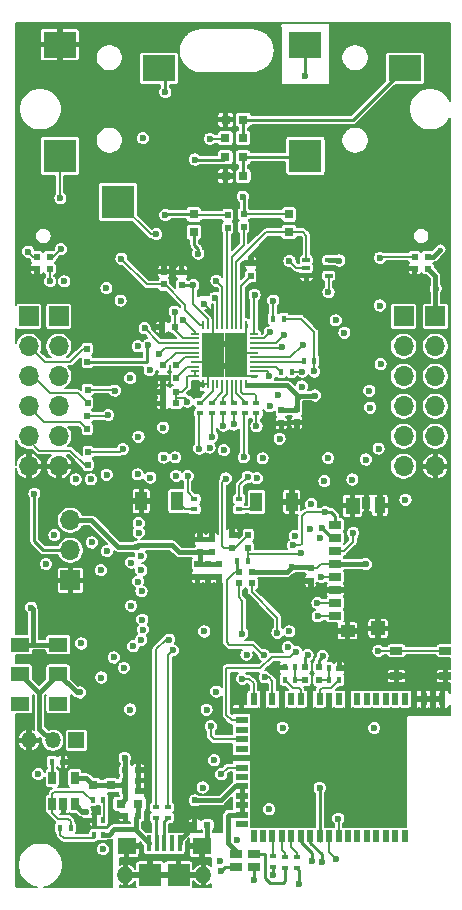
<source format=gbr>
G04 #@! TF.GenerationSoftware,KiCad,Pcbnew,(5.1.5)-3*
G04 #@! TF.CreationDate,2020-08-10T10:15:20+05:30*
G04 #@! TF.ProjectId,D_Tympan_DFMI_1.0,445f5479-6d70-4616-9e5f-44464d495f31,rev?*
G04 #@! TF.SameCoordinates,Original*
G04 #@! TF.FileFunction,Copper,L1,Top*
G04 #@! TF.FilePolarity,Positive*
%FSLAX46Y46*%
G04 Gerber Fmt 4.6, Leading zero omitted, Abs format (unit mm)*
G04 Created by KiCad (PCBNEW (5.1.5)-3) date 2020-08-10 10:15:20*
%MOMM*%
%LPD*%
G04 APERTURE LIST*
%ADD10R,2.800000X2.800000*%
%ADD11R,2.800000X2.200000*%
%ADD12R,0.400000X0.600000*%
%ADD13R,0.400000X0.500000*%
%ADD14R,1.600000X1.200000*%
%ADD15R,0.500000X0.600000*%
%ADD16R,0.800000X0.750000*%
%ADD17R,0.600000X0.400000*%
%ADD18R,0.600000X1.000000*%
%ADD19R,1.000000X0.600000*%
%ADD20R,1.000000X1.600000*%
%ADD21R,0.750000X0.800000*%
%ADD22R,0.200000X0.750000*%
%ADD23R,0.750000X0.200000*%
%ADD24R,1.900000X1.900000*%
%ADD25R,0.600000X0.500000*%
%ADD26O,1.400000X1.400000*%
%ADD27R,1.600000X1.400000*%
%ADD28R,0.400000X1.350000*%
%ADD29R,1.050000X0.650000*%
%ADD30R,1.700000X1.700000*%
%ADD31O,1.700000X1.700000*%
%ADD32R,1.000000X0.800000*%
%ADD33R,0.650000X0.400000*%
%ADD34R,1.000000X0.700000*%
%ADD35R,1.200000X1.000000*%
%ADD36R,1.200000X1.150000*%
%ADD37R,1.200000X1.450000*%
%ADD38R,0.700000X1.000000*%
%ADD39R,0.900000X1.400000*%
%ADD40R,1.350000X1.350000*%
%ADD41O,1.350000X1.350000*%
%ADD42R,0.650000X1.060000*%
%ADD43C,0.600000*%
%ADD44C,0.450000*%
%ADD45C,0.177800*%
%ADD46C,0.203200*%
%ADD47C,0.381000*%
%ADD48C,0.250000*%
%ADD49C,0.200000*%
G04 APERTURE END LIST*
D10*
X140050000Y-58180000D03*
D11*
X148450000Y-50780000D03*
X140050000Y-48780000D03*
D12*
X119284420Y-115062180D03*
X120184420Y-115062180D03*
D13*
X122178420Y-115649480D03*
X122178420Y-114449480D03*
X122878420Y-115649480D03*
X122878420Y-114449480D03*
D12*
X118600000Y-109505000D03*
X119500000Y-109505000D03*
D14*
X119120000Y-102070000D03*
X115920000Y-102070000D03*
X119120000Y-104570000D03*
X115920000Y-104570000D03*
X115920000Y-99570000D03*
X119120000Y-99570000D03*
D15*
X133470000Y-64280000D03*
X133470000Y-63180000D03*
D16*
X133260000Y-58320000D03*
X134760000Y-58320000D03*
D17*
X137270000Y-117490000D03*
X137270000Y-118390000D03*
X135900000Y-79080000D03*
X135900000Y-79980000D03*
D18*
X151650000Y-104180000D03*
X150850000Y-104180000D03*
X150050000Y-104180000D03*
X149250000Y-104180000D03*
X148450000Y-104180000D03*
X147650000Y-104180000D03*
X146850000Y-104180000D03*
X146050000Y-104180000D03*
X145250000Y-104180000D03*
X144450000Y-104180000D03*
X143650000Y-104180000D03*
X142850000Y-104180000D03*
X142050000Y-104180000D03*
X141250000Y-104180000D03*
X140450000Y-104180000D03*
X139650000Y-104180000D03*
X138850000Y-104180000D03*
X138050000Y-104180000D03*
X137250000Y-104180000D03*
X136450000Y-104180000D03*
X135650000Y-104180000D03*
D19*
X134650000Y-105180000D03*
X134650000Y-105980000D03*
X134650000Y-106780000D03*
X134650000Y-107580000D03*
X134650000Y-108380000D03*
X134650000Y-109180000D03*
X134650000Y-109980000D03*
X134650000Y-110780000D03*
X134650000Y-111580000D03*
X134650000Y-112380000D03*
X134650000Y-113180000D03*
X134650000Y-113980000D03*
X134650000Y-114780000D03*
D18*
X135650000Y-115780000D03*
X136450000Y-115780000D03*
X137250000Y-115780000D03*
X138050000Y-115780000D03*
X138850000Y-115780000D03*
X139650000Y-115780000D03*
X140450000Y-115780000D03*
X141250000Y-115780000D03*
X142050000Y-115780000D03*
X142850000Y-115780000D03*
X143650000Y-115780000D03*
X144450000Y-115780000D03*
X145250000Y-115780000D03*
X146050000Y-115780000D03*
X146850000Y-115780000D03*
X147650000Y-115780000D03*
X148450000Y-115780000D03*
D20*
X126150000Y-87430000D03*
X129150000Y-87430000D03*
X138900000Y-87480000D03*
X135900000Y-87480000D03*
D16*
X133270000Y-56680000D03*
X134770000Y-56680000D03*
X134780000Y-59900000D03*
X133280000Y-59900000D03*
D21*
X138650000Y-64640000D03*
X138650000Y-63140000D03*
X130600000Y-63140000D03*
X130600000Y-64640000D03*
D16*
X134790000Y-55130000D03*
X133290000Y-55130000D03*
D22*
X131394600Y-77547000D03*
X131794600Y-77547000D03*
X132194600Y-77547000D03*
X132594600Y-77547000D03*
X132994600Y-77547000D03*
X133394600Y-77547000D03*
X133794600Y-77547000D03*
X134194600Y-77547000D03*
X134594600Y-77547000D03*
X134994600Y-77547000D03*
D23*
X135694600Y-76847000D03*
X135694600Y-76447000D03*
X135694600Y-76047000D03*
X135694600Y-75647000D03*
X135694600Y-75247000D03*
X135694600Y-74847000D03*
X135694600Y-74447000D03*
X135694600Y-74047000D03*
X135694600Y-73647000D03*
X135694600Y-73247000D03*
D22*
X134994600Y-72547000D03*
X134594600Y-72547000D03*
X134194600Y-72547000D03*
X133794600Y-72547000D03*
X133394600Y-72547000D03*
X132994600Y-72547000D03*
X132594600Y-72547000D03*
X132194600Y-72547000D03*
X131794600Y-72547000D03*
X131394600Y-72547000D03*
D23*
X130694600Y-73247000D03*
X130694600Y-73647000D03*
X130694600Y-74047000D03*
X130694600Y-74447000D03*
X130694600Y-74847000D03*
X130694600Y-75247000D03*
X130694600Y-75647000D03*
X130694600Y-76047000D03*
X130694600Y-76447000D03*
X130694600Y-76847000D03*
D24*
X134144600Y-74097000D03*
X132244600Y-74097000D03*
X134144600Y-75997000D03*
X132244600Y-75997000D03*
D10*
X124200000Y-62080000D03*
X119250000Y-58180000D03*
D11*
X127650000Y-50780000D03*
X119250000Y-48780000D03*
D15*
X135200000Y-90280000D03*
X135200000Y-91380000D03*
X129117900Y-75919400D03*
X129117900Y-77019400D03*
X128060000Y-67980000D03*
X128060000Y-69080000D03*
X138010000Y-80840000D03*
X138010000Y-79740000D03*
X139330000Y-80760000D03*
X139330000Y-79660000D03*
D25*
X129096400Y-79149100D03*
X127996400Y-79149100D03*
X129096400Y-78171200D03*
X127996400Y-78171200D03*
D15*
X128000300Y-75919400D03*
X128000300Y-77019400D03*
D25*
X129000000Y-72680000D03*
X127900000Y-72680000D03*
D15*
X129570000Y-69150000D03*
X129570000Y-68050000D03*
X135430000Y-68380000D03*
X135430000Y-67280000D03*
X134820000Y-64210000D03*
X134820000Y-63110000D03*
D25*
X125900000Y-114080000D03*
X124800000Y-114080000D03*
X149300000Y-67730000D03*
X150400000Y-67730000D03*
X149300000Y-66730000D03*
X150400000Y-66730000D03*
X117300000Y-67730000D03*
X118400000Y-67730000D03*
X118400000Y-66730000D03*
X117300000Y-66730000D03*
D15*
X121573380Y-75640200D03*
X121573380Y-74540200D03*
X121596240Y-78002220D03*
X121596240Y-79102220D03*
X121563220Y-80209480D03*
X121563220Y-81309480D03*
X121639420Y-83257480D03*
X121639420Y-84357480D03*
D17*
X130650000Y-87230000D03*
X130650000Y-88130000D03*
D12*
X137300000Y-71980000D03*
X138200000Y-71980000D03*
D17*
X134450000Y-87230000D03*
X134450000Y-88130000D03*
D15*
X132750000Y-92730000D03*
X132750000Y-93830000D03*
D25*
X134400000Y-94380000D03*
X135500000Y-94380000D03*
D15*
X130900000Y-92730000D03*
X130900000Y-93830000D03*
X131800000Y-92730000D03*
X131800000Y-93830000D03*
X131125000Y-91755000D03*
X131125000Y-90655000D03*
X132125000Y-91755000D03*
X132125000Y-90655000D03*
D26*
X124800000Y-119080000D03*
D24*
X129300000Y-119080000D03*
D27*
X131300000Y-116630000D03*
D28*
X126800000Y-116405000D03*
X127450000Y-116405000D03*
X129400000Y-116405000D03*
X128750000Y-116405000D03*
X128100000Y-116405000D03*
D27*
X124900000Y-116630000D03*
D24*
X126900000Y-119080000D03*
D26*
X131400000Y-119080000D03*
D12*
X135150000Y-92480000D03*
X134250000Y-92480000D03*
D17*
X127400000Y-114230000D03*
X127400000Y-113330000D03*
X128400000Y-114230000D03*
X128400000Y-113330000D03*
D29*
X147750000Y-100080000D03*
X151900000Y-100080000D03*
X147750000Y-102230000D03*
X151900000Y-102230000D03*
D30*
X120150000Y-94130000D03*
D31*
X120150000Y-91590000D03*
X120150000Y-89050000D03*
D15*
X140500000Y-93080000D03*
X140500000Y-94180000D03*
X141175000Y-101455000D03*
X141175000Y-102555000D03*
X140050000Y-101430000D03*
X140050000Y-102530000D03*
D32*
X134200000Y-117330000D03*
X135700000Y-117330000D03*
X135700000Y-118430000D03*
X134200000Y-118430000D03*
D30*
X151050000Y-71780000D03*
D31*
X151050000Y-74320000D03*
X151050000Y-76860000D03*
X151050000Y-79400000D03*
X151050000Y-81940000D03*
X151050000Y-84480000D03*
D30*
X119168000Y-71780000D03*
D31*
X119168000Y-74320000D03*
X119168000Y-76860000D03*
X119168000Y-79400000D03*
X119168000Y-81940000D03*
X119168000Y-84480000D03*
D12*
X142925000Y-102555000D03*
X142025000Y-102555000D03*
X138300000Y-102530000D03*
X139200000Y-102530000D03*
X142025000Y-101555000D03*
X142925000Y-101555000D03*
X139200000Y-101505000D03*
X138300000Y-101505000D03*
D17*
X138330000Y-117550000D03*
X138330000Y-118450000D03*
X139370000Y-117580000D03*
X139370000Y-118480000D03*
D25*
X134400000Y-93430000D03*
X135500000Y-93430000D03*
D15*
X133850000Y-91380000D03*
X133850000Y-90280000D03*
D25*
X124800000Y-111980000D03*
X125900000Y-111980000D03*
X124800000Y-111080000D03*
X125900000Y-111080000D03*
X124800000Y-110180000D03*
X125900000Y-110180000D03*
X130650000Y-114830000D03*
X131750000Y-114830000D03*
D16*
X124400000Y-113030000D03*
X125900000Y-113030000D03*
D30*
X116628000Y-71780000D03*
D31*
X116628000Y-74320000D03*
X116628000Y-76860000D03*
X116628000Y-79400000D03*
X116628000Y-81940000D03*
X116628000Y-84480000D03*
D33*
X140122960Y-67031020D03*
X140122960Y-68331020D03*
X140122960Y-67681020D03*
X142022960Y-68331020D03*
X142022960Y-67031020D03*
D30*
X148350000Y-71773000D03*
D31*
X148350000Y-74313000D03*
X148350000Y-76853000D03*
X148350000Y-79393000D03*
X148350000Y-81933000D03*
X148350000Y-84473000D03*
D34*
X142560000Y-89430000D03*
X142560000Y-90530000D03*
X142560000Y-91630000D03*
X142560000Y-92730000D03*
X142560000Y-93830000D03*
X142560000Y-94930000D03*
X142560000Y-96030000D03*
X142560000Y-97130000D03*
D35*
X143610000Y-98405000D03*
D36*
X146200000Y-98205000D03*
D37*
X144050000Y-87805000D03*
D38*
X145200000Y-87580000D03*
D39*
X146350000Y-87780000D03*
D40*
X120650000Y-107680000D03*
D41*
X118650000Y-107680000D03*
X116650000Y-107680000D03*
D12*
X122937780Y-112694900D03*
X122037780Y-112694900D03*
D42*
X118612500Y-113067500D03*
X119562500Y-113067500D03*
X120512500Y-113067500D03*
X120512500Y-110867500D03*
X118612500Y-110867500D03*
D17*
X131150000Y-79980000D03*
X131150000Y-79080000D03*
X133050000Y-79080000D03*
X133050000Y-79980000D03*
X134000000Y-79080000D03*
X134000000Y-79980000D03*
X134950000Y-79980000D03*
X134950000Y-79080000D03*
X132100000Y-79980000D03*
X132100000Y-79080000D03*
D12*
X139896520Y-75539780D03*
X140796520Y-75539780D03*
X138870000Y-76450000D03*
X137970000Y-76450000D03*
D16*
X122100000Y-111480000D03*
X123600000Y-111480000D03*
D43*
X116580000Y-62730000D03*
X130630000Y-77690000D03*
X132240000Y-84730000D03*
X123830000Y-114440000D03*
X146363780Y-85547380D03*
X137340000Y-101900000D03*
X120640000Y-86830000D03*
X131420000Y-70700000D03*
X140000000Y-51470000D03*
X136730000Y-68820000D03*
X137321380Y-70449620D03*
X118423780Y-68798620D03*
X119630280Y-68813860D03*
X130680000Y-112760000D03*
X145160000Y-92760000D03*
X138890000Y-92990000D03*
X125760000Y-91290000D03*
X140850000Y-78480000D03*
X142920000Y-67050000D03*
X151070000Y-69420000D03*
X124460000Y-66900000D03*
X120950000Y-103620000D03*
X145870000Y-106640000D03*
X132310000Y-109360000D03*
X132480000Y-103550000D03*
X128980020Y-71386880D03*
X148515160Y-87317760D03*
X130050000Y-78990000D03*
X130560000Y-69140000D03*
X117100000Y-86810000D03*
X137019120Y-73139480D03*
X146353620Y-70866180D03*
X146360000Y-66830000D03*
D44*
X151480000Y-66120000D03*
D43*
X119340000Y-66100000D03*
X135744040Y-69969560D03*
X116574660Y-66309420D03*
X138120000Y-106620000D03*
X136970000Y-113510000D03*
X121440000Y-113720000D03*
X127610000Y-74980000D03*
X127410000Y-64820000D03*
X122900000Y-116890000D03*
X141450000Y-117980000D03*
X121970000Y-90920000D03*
X125930000Y-90080000D03*
X141260000Y-111710000D03*
X131350000Y-111670000D03*
X125930000Y-89290000D03*
X142830000Y-114320000D03*
X134290000Y-116150000D03*
X127990000Y-81200000D03*
X133082120Y-81026180D03*
X121890000Y-85580000D03*
X128040000Y-83740000D03*
X125860000Y-74310000D03*
X132140000Y-81970000D03*
X125910000Y-81990000D03*
X142650000Y-117750000D03*
X132820000Y-117860000D03*
X140570000Y-117880000D03*
X120587860Y-85588020D03*
X133980000Y-80930000D03*
X129010000Y-83720000D03*
X134840000Y-83720000D03*
X131040000Y-82970000D03*
X139790000Y-76460000D03*
X139740000Y-77720000D03*
X125220000Y-77010000D03*
X125290000Y-92630000D03*
X126860000Y-76320000D03*
X140790000Y-76440000D03*
X123220000Y-85200000D03*
X123240000Y-91660000D03*
X125840000Y-85160000D03*
X126110000Y-92070000D03*
X131940000Y-82890000D03*
X135900000Y-81080000D03*
X138040200Y-74381540D03*
X123910180Y-78069620D03*
X143340000Y-73170000D03*
X141500000Y-100560000D03*
X137760000Y-78450000D03*
X138200000Y-73360000D03*
X142610000Y-72120000D03*
X140230000Y-100470000D03*
X126750000Y-74190000D03*
X134679780Y-102473940D03*
X122770000Y-102360000D03*
X123190000Y-69390000D03*
X123340000Y-80140000D03*
X132510000Y-68780000D03*
X124680000Y-101540000D03*
X136610180Y-102331700D03*
X124400000Y-70450000D03*
X124590000Y-83010000D03*
X132380000Y-70220000D03*
X130680000Y-58500000D03*
X129670000Y-72100000D03*
X126430000Y-72790000D03*
X126290000Y-56690000D03*
X131960000Y-56750000D03*
X133310000Y-85510000D03*
X134700000Y-98640000D03*
X139660000Y-91810000D03*
X137680000Y-98580000D03*
X130080000Y-85300000D03*
X140400000Y-89780000D03*
X141390000Y-93840000D03*
X128810000Y-100060000D03*
X138560000Y-99790000D03*
X141280000Y-90530000D03*
X141060000Y-96060000D03*
X139140000Y-90380000D03*
X141090000Y-97180000D03*
X135150000Y-85370000D03*
X141710000Y-88350000D03*
X138990000Y-91160000D03*
X141430000Y-89660000D03*
X141650000Y-85730000D03*
X135940000Y-85490000D03*
X144090000Y-90120000D03*
X128510000Y-99160000D03*
X138680000Y-98450000D03*
X136530000Y-100440000D03*
X135060000Y-100420000D03*
X126150000Y-99170000D03*
X126229200Y-97470140D03*
X131680000Y-105100000D03*
X125210000Y-105070000D03*
X125450000Y-99710000D03*
X126280000Y-98320000D03*
X131480000Y-98460000D03*
X121070000Y-99470000D03*
X125290000Y-96300000D03*
X123823820Y-100660380D03*
X146220000Y-100100000D03*
X124750920Y-109169380D03*
X135690000Y-119530000D03*
X139540000Y-119860000D03*
X132870000Y-118770000D03*
X137310000Y-119070000D03*
X116820000Y-96450000D03*
X118790000Y-90300000D03*
X132920000Y-110550000D03*
X117420000Y-110540000D03*
X141994980Y-69718100D03*
X141960000Y-83780000D03*
X136427300Y-83799860D03*
X138692980Y-67091740D03*
X130970000Y-66460000D03*
X140542100Y-87680980D03*
X137860000Y-82150000D03*
X145517960Y-79512340D03*
X137010000Y-79400000D03*
X132040000Y-106480000D03*
X139280000Y-100220000D03*
X119300080Y-61780600D03*
X134750000Y-61650000D03*
X128170000Y-63200000D03*
X128180000Y-52790000D03*
X125880000Y-94230000D03*
X118080000Y-92750000D03*
X126910000Y-85430000D03*
X144016820Y-85598180D03*
X145451920Y-78092480D03*
X146244400Y-82979440D03*
X133145620Y-83108980D03*
X146410000Y-75830000D03*
X126170000Y-95040000D03*
X145170000Y-83900000D03*
X129090000Y-85280000D03*
X126150000Y-93270000D03*
X122730000Y-93270000D03*
X136950000Y-76840000D03*
X139820740Y-74188500D03*
D45*
X131394600Y-77547000D02*
X131794600Y-77547000D01*
X131794600Y-77547000D02*
X131794600Y-76447000D01*
X131794600Y-76447000D02*
X132244600Y-75997000D01*
X135694600Y-76847000D02*
X134994600Y-76847000D01*
X134994600Y-76847000D02*
X134144600Y-75997000D01*
X130694600Y-75647000D02*
X131894600Y-75647000D01*
X131894600Y-75647000D02*
X132244600Y-75997000D01*
X128000300Y-77019400D02*
X128000300Y-78167300D01*
X128000300Y-78167300D02*
X127996400Y-78171200D01*
X127996400Y-78171200D02*
X127996400Y-79149100D01*
X132194600Y-72547000D02*
X132194600Y-74047000D01*
X132194600Y-74047000D02*
X132244600Y-74097000D01*
X134994600Y-72547000D02*
X134994600Y-73247000D01*
X134994600Y-73247000D02*
X134144600Y-74097000D01*
X135694600Y-74847000D02*
X134894600Y-74847000D01*
X134894600Y-74847000D02*
X134144600Y-74097000D01*
X134144600Y-74097000D02*
X132244600Y-74097000D01*
X131394600Y-77547000D02*
X130773000Y-77547000D01*
X130773000Y-77547000D02*
X130630000Y-77690000D01*
D46*
X132125000Y-90655000D02*
X132125000Y-84845000D01*
X132125000Y-84845000D02*
X132240000Y-84730000D01*
D47*
X124190000Y-114080000D02*
X123830000Y-114440000D01*
X124800000Y-114080000D02*
X124190000Y-114080000D01*
X146350000Y-87780000D02*
X146350000Y-85561160D01*
X146350000Y-85561160D02*
X146363780Y-85547380D01*
X129400000Y-116405000D02*
X129400000Y-116080000D01*
X129400000Y-116080000D02*
X130650000Y-114830000D01*
D45*
X132194600Y-72547000D02*
X132194600Y-71474600D01*
X132194600Y-71474600D02*
X131420000Y-70700000D01*
D48*
X140050000Y-48780000D02*
X140050000Y-51420000D01*
X140050000Y-51420000D02*
X140000000Y-51470000D01*
D46*
X128513200Y-67980000D02*
X128523200Y-67970000D01*
X128060000Y-67980000D02*
X128513200Y-67980000D01*
X128523200Y-67970000D02*
X129490000Y-67970000D01*
D47*
X134650000Y-111580000D02*
X134650000Y-113980000D01*
X134200000Y-117330000D02*
X134200000Y-117081760D01*
X134200000Y-117081760D02*
X133463120Y-116344880D01*
X133463120Y-116344880D02*
X133463120Y-114058880D01*
X133463120Y-114058880D02*
X133542000Y-113980000D01*
X133542000Y-113980000D02*
X134650000Y-113980000D01*
D45*
X137300000Y-71980000D02*
X137300000Y-70471000D01*
X137300000Y-70471000D02*
X137321380Y-70449620D01*
X118400000Y-67730000D02*
X118400000Y-68774840D01*
X118400000Y-68774840D02*
X118423780Y-68798620D01*
D47*
X132750000Y-92730000D02*
X130900000Y-92730000D01*
X132125000Y-91755000D02*
X131125000Y-91755000D01*
D46*
X142560000Y-92730000D02*
X141410000Y-92730000D01*
X141410000Y-92730000D02*
X141390000Y-92710000D01*
X140500000Y-93080000D02*
X141020000Y-93080000D01*
X141020000Y-93080000D02*
X141390000Y-92710000D01*
D47*
X134650000Y-111580000D02*
X134070000Y-111580000D01*
X134070000Y-111580000D02*
X132890000Y-112760000D01*
X132890000Y-112760000D02*
X130680000Y-112760000D01*
X142590000Y-92760000D02*
X142560000Y-92730000D01*
X145160000Y-92760000D02*
X142590000Y-92760000D01*
X138450000Y-93430000D02*
X138890000Y-92990000D01*
X138450000Y-93430000D02*
X135500000Y-93430000D01*
X138890000Y-92990000D02*
X140410000Y-92990000D01*
X140410000Y-92990000D02*
X140500000Y-93080000D01*
X125910000Y-91140000D02*
X125760000Y-91290000D01*
X131125000Y-91755000D02*
X129355000Y-91755000D01*
X129355000Y-91755000D02*
X128740000Y-91140000D01*
X128740000Y-91140000D02*
X125910000Y-91140000D01*
X125760000Y-91290000D02*
X124170000Y-91290000D01*
X124170000Y-91290000D02*
X121930000Y-89050000D01*
X121930000Y-89050000D02*
X120150000Y-89050000D01*
X139330000Y-79660000D02*
X139330000Y-78750000D01*
X139330000Y-78750000D02*
X139330000Y-78510000D01*
X138500000Y-77620000D02*
X135067600Y-77620000D01*
X139330000Y-78450000D02*
X138500000Y-77620000D01*
D46*
X135067600Y-77620000D02*
X134994600Y-77547000D01*
D47*
X139330000Y-78510000D02*
X139330000Y-78450000D01*
X139600000Y-78480000D02*
X139330000Y-78750000D01*
X140850000Y-78480000D02*
X139600000Y-78480000D01*
X139250000Y-79740000D02*
X139330000Y-79660000D01*
X138010000Y-79740000D02*
X139250000Y-79740000D01*
X142022960Y-67031020D02*
X142901020Y-67031020D01*
X142901020Y-67031020D02*
X142920000Y-67050000D01*
X151050000Y-71780000D02*
X151050000Y-69420000D01*
X151050000Y-69420000D02*
X151050000Y-68380000D01*
X151050000Y-68380000D02*
X150400000Y-67730000D01*
X151070000Y-69420000D02*
X151050000Y-69420000D01*
X151050000Y-69420000D02*
X151070000Y-69420000D01*
X151070000Y-69420000D02*
X151050000Y-69420000D01*
X131125000Y-92505000D02*
X130900000Y-92730000D01*
X131125000Y-91755000D02*
X131125000Y-92505000D01*
D45*
X131394600Y-72547000D02*
X131394600Y-72545400D01*
D46*
X126640000Y-69080000D02*
X124460000Y-66900000D01*
X128060000Y-69080000D02*
X126640000Y-69080000D01*
D45*
X131116800Y-72547000D02*
X129850000Y-71280200D01*
X131394600Y-72547000D02*
X131116800Y-72547000D01*
X129850000Y-71280200D02*
X129850000Y-70780000D01*
X129850000Y-70780000D02*
X128120000Y-69050000D01*
X128120000Y-69050000D02*
X128010000Y-69050000D01*
X128010000Y-69050000D02*
X128010000Y-69060000D01*
X129117900Y-75919400D02*
X129189680Y-75919400D01*
X129862080Y-75247000D02*
X130694600Y-75247000D01*
X129189680Y-75919400D02*
X129862080Y-75247000D01*
D46*
X130033000Y-76047000D02*
X130694600Y-76047000D01*
X129117900Y-76962100D02*
X130033000Y-76047000D01*
X129117900Y-77019400D02*
X129117900Y-76962100D01*
D47*
X118650000Y-107680000D02*
X118509200Y-107680000D01*
X117517000Y-106687800D02*
X117517000Y-103960000D01*
X118509200Y-107680000D02*
X117517000Y-106687800D01*
X117517000Y-103960000D02*
X117517000Y-103673000D01*
X117517000Y-103673000D02*
X119120000Y-102070000D01*
X120950000Y-103620000D02*
X120670000Y-103620000D01*
X120670000Y-103620000D02*
X119120000Y-102070000D01*
X117517000Y-103960000D02*
X117517000Y-103667000D01*
X117517000Y-103667000D02*
X115920000Y-102070000D01*
D45*
X129096400Y-78171200D02*
X129096400Y-78660000D01*
X129096400Y-78660000D02*
X129096400Y-79149100D01*
X130694600Y-76847000D02*
X130694600Y-76447000D01*
X129000000Y-72680000D02*
X129000000Y-72966420D01*
X129680580Y-73647000D02*
X130694600Y-73647000D01*
X129000000Y-72966420D02*
X129680580Y-73647000D01*
X129000000Y-72680000D02*
X129000000Y-71406860D01*
X129000000Y-71406860D02*
X128980020Y-71386880D01*
X130694600Y-76847000D02*
X130123000Y-76847000D01*
X129618800Y-78171200D02*
X129096400Y-78171200D01*
X130040000Y-77750000D02*
X129618800Y-78171200D01*
X130040000Y-76930000D02*
X130040000Y-77750000D01*
X130123000Y-76847000D02*
X130040000Y-76930000D01*
X129096400Y-78660000D02*
X129890000Y-78660000D01*
X129890000Y-78660000D02*
X130050000Y-78820000D01*
X130050000Y-78820000D02*
X130050000Y-78990000D01*
D48*
X130550000Y-69150000D02*
X130560000Y-69140000D01*
X129570000Y-69150000D02*
X130550000Y-69150000D01*
D45*
X130560000Y-69564264D02*
X130560000Y-69140000D01*
X131794600Y-71994200D02*
X130560000Y-70759600D01*
X131794600Y-72547000D02*
X131794600Y-71994200D01*
X130560000Y-70759600D02*
X130560000Y-69564264D01*
X128000300Y-75919400D02*
X128028900Y-75919400D01*
X129101300Y-74847000D02*
X130694600Y-74847000D01*
X128028900Y-75919400D02*
X129101300Y-74847000D01*
D46*
X134594600Y-72547000D02*
X134594600Y-69215400D01*
X134594600Y-69215400D02*
X135430000Y-68380000D01*
D48*
X120150000Y-91590000D02*
X117860000Y-91590000D01*
X117100000Y-90830000D02*
X117100000Y-86810000D01*
X117860000Y-91590000D02*
X117100000Y-90830000D01*
D45*
X135694600Y-73647000D02*
X136511600Y-73647000D01*
X136511600Y-73647000D02*
X137019120Y-73139480D01*
X146353620Y-70866180D02*
X146506020Y-70713780D01*
D46*
X149300000Y-66730000D02*
X146460000Y-66730000D01*
X146460000Y-66730000D02*
X146360000Y-66830000D01*
D47*
X150870000Y-66730000D02*
X151480000Y-66120000D01*
X150400000Y-66730000D02*
X150870000Y-66730000D01*
D45*
X135694600Y-73247000D02*
X135694600Y-70019000D01*
D46*
X118710000Y-66730000D02*
X119340000Y-66100000D01*
X118710000Y-66730000D02*
X118400000Y-66730000D01*
D45*
X135694600Y-70019000D02*
X135744040Y-69969560D01*
X116995240Y-66730000D02*
X117300000Y-66730000D01*
X116574660Y-66309420D02*
X116995240Y-66730000D01*
D47*
X121165000Y-113720000D02*
X120512500Y-113067500D01*
X121440000Y-113720000D02*
X121165000Y-113720000D01*
D46*
X130650000Y-88130000D02*
X129850000Y-88130000D01*
X129850000Y-88130000D02*
X129150000Y-87430000D01*
X135900000Y-87480000D02*
X135250000Y-88130000D01*
X135250000Y-88130000D02*
X134450000Y-88130000D01*
D48*
X134790000Y-55130000D02*
X134790000Y-56660000D01*
X134790000Y-56660000D02*
X134770000Y-56680000D01*
X134790000Y-55130000D02*
X144100000Y-55130000D01*
X144100000Y-55130000D02*
X148450000Y-50780000D01*
D46*
X130694600Y-74447000D02*
X128143000Y-74447000D01*
X126940000Y-64820000D02*
X124200000Y-62080000D01*
X127410000Y-64820000D02*
X126940000Y-64820000D01*
X128143000Y-74447000D02*
X127610000Y-74980000D01*
D48*
X140450000Y-115780000D02*
X140450000Y-116190000D01*
X141450000Y-117330000D02*
X141450000Y-117980000D01*
X141450000Y-117330000D02*
X140450000Y-116330000D01*
X140450000Y-116330000D02*
X140450000Y-115780000D01*
X141250000Y-115780000D02*
X141250000Y-116230000D01*
X141250000Y-111720000D02*
X141250000Y-115780000D01*
X141250000Y-111720000D02*
X141260000Y-111710000D01*
D46*
X142850000Y-114340000D02*
X142830000Y-114320000D01*
X142850000Y-114340000D02*
X142850000Y-115780000D01*
D45*
X133050000Y-80994060D02*
X133082120Y-81026180D01*
X133050000Y-80994060D02*
X133050000Y-79980000D01*
X132140000Y-81970000D02*
X132140000Y-80020000D01*
X132140000Y-80020000D02*
X132100000Y-79980000D01*
D46*
X142050000Y-117150000D02*
X142650000Y-117750000D01*
X142050000Y-117150000D02*
X142050000Y-115780000D01*
D48*
X139650000Y-115780000D02*
X139650000Y-116270000D01*
X139650000Y-116270000D02*
X140570000Y-117190000D01*
X140570000Y-117190000D02*
X140570000Y-117880000D01*
D45*
X134000000Y-79980000D02*
X134000000Y-80910000D01*
X134000000Y-80910000D02*
X133980000Y-80930000D01*
D46*
X134840000Y-80090000D02*
X134950000Y-79980000D01*
X134840000Y-83720000D02*
X134840000Y-80090000D01*
X131040000Y-80090000D02*
X131150000Y-79980000D01*
X131040000Y-82970000D02*
X131040000Y-80090000D01*
X139780000Y-76450000D02*
X139790000Y-76460000D01*
X139780000Y-76450000D02*
X138870000Y-76450000D01*
X140796520Y-75539780D02*
X140796520Y-73111960D01*
X140796520Y-73111960D02*
X139664560Y-71980000D01*
X139664560Y-71980000D02*
X138200000Y-71980000D01*
X140796520Y-75539780D02*
X140796520Y-76433480D01*
X126860000Y-76320000D02*
X126860000Y-76360000D01*
X140796520Y-76433480D02*
X140790000Y-76440000D01*
X135900000Y-79980000D02*
X135900000Y-81080000D01*
D45*
X135694600Y-74447000D02*
X137974740Y-74447000D01*
X137974740Y-74447000D02*
X138040200Y-74381540D01*
X121596240Y-78002220D02*
X123842780Y-78002220D01*
X123842780Y-78002220D02*
X123910180Y-78069620D01*
D48*
X141175000Y-101455000D02*
X141175000Y-100885000D01*
X141175000Y-100885000D02*
X141500000Y-100560000D01*
D46*
X137513000Y-74047000D02*
X138200000Y-73360000D01*
X137513000Y-74047000D02*
X135694600Y-74047000D01*
D48*
X140050000Y-101430000D02*
X140050000Y-100650000D01*
X140050000Y-100650000D02*
X140230000Y-100470000D01*
X126620200Y-75640200D02*
X121573380Y-75640200D01*
X126620200Y-74319800D02*
X126620200Y-75640200D01*
D46*
X126620200Y-74319800D02*
X126750000Y-74190000D01*
D48*
X126620200Y-74319800D02*
X126750000Y-74190000D01*
D45*
X135650000Y-104180000D02*
X135650000Y-102854880D01*
X135269060Y-102473940D02*
X134679780Y-102473940D01*
X135650000Y-102854880D02*
X135269060Y-102473940D01*
D46*
X121563220Y-80209480D02*
X123270520Y-80209480D01*
X123270520Y-80209480D02*
X123340000Y-80140000D01*
D45*
X132994600Y-72547000D02*
X132994600Y-69734600D01*
X132994600Y-69734600D02*
X132994600Y-69264600D01*
X132994600Y-69264600D02*
X132510000Y-68780000D01*
X137250000Y-104180000D02*
X137250000Y-102626080D01*
X137250000Y-102626080D02*
X136955620Y-102331700D01*
X136955620Y-102331700D02*
X136610180Y-102331700D01*
X121639420Y-83257480D02*
X124342520Y-83257480D01*
X124342520Y-83257480D02*
X124590000Y-83010000D01*
X132594600Y-72547000D02*
X132594600Y-70434600D01*
X132594600Y-70434600D02*
X132380000Y-70220000D01*
X131150000Y-79080000D02*
X131192900Y-79080000D01*
X132194600Y-78078300D02*
X132194600Y-77547000D01*
X131192900Y-79080000D02*
X132194600Y-78078300D01*
X133050000Y-79080000D02*
X133050000Y-78695178D01*
X133394600Y-78350578D02*
X133394600Y-77547000D01*
X133050000Y-78695178D02*
X133394600Y-78350578D01*
X133794600Y-77547000D02*
X133794600Y-78874600D01*
X133794600Y-78874600D02*
X134000000Y-79080000D01*
X134950000Y-79080000D02*
X134950000Y-79040880D01*
X134194600Y-78285480D02*
X134194600Y-77547000D01*
X134950000Y-79040880D02*
X134194600Y-78285480D01*
X135900000Y-79080000D02*
X135900000Y-78500000D01*
X134594600Y-78164600D02*
X134594600Y-77547000D01*
X134800000Y-78370000D02*
X134594600Y-78164600D01*
X135770000Y-78370000D02*
X134800000Y-78370000D01*
X135900000Y-78500000D02*
X135770000Y-78370000D01*
X132100000Y-79080000D02*
X132100000Y-79074600D01*
X132994600Y-78180000D02*
X132994600Y-77547000D01*
X132100000Y-79074600D02*
X132994600Y-78180000D01*
X135694600Y-75647000D02*
X139789300Y-75647000D01*
X139789300Y-75647000D02*
X139896520Y-75539780D01*
D46*
X135694600Y-76047000D02*
X137567000Y-76047000D01*
X137567000Y-76047000D02*
X137970000Y-76450000D01*
D48*
X133080000Y-58500000D02*
X133260000Y-58320000D01*
X130680000Y-58500000D02*
X133080000Y-58500000D01*
D45*
X130694600Y-73247000D02*
X130694600Y-73124600D01*
X130694600Y-73124600D02*
X129670000Y-72100000D01*
D48*
X134760000Y-58320000D02*
X134760000Y-59880000D01*
X134760000Y-59880000D02*
X134780000Y-59900000D01*
X134760000Y-58320000D02*
X139910000Y-58320000D01*
X139910000Y-58320000D02*
X140050000Y-58180000D01*
D46*
X130694600Y-74047000D02*
X127687000Y-74047000D01*
X127687000Y-74047000D02*
X126430000Y-72790000D01*
X133200000Y-56750000D02*
X133270000Y-56680000D01*
X131960000Y-56750000D02*
X133200000Y-56750000D01*
X134194600Y-72547000D02*
X134194600Y-67860000D01*
X134194600Y-67860000D02*
X134194600Y-67785400D01*
X134194600Y-67860000D02*
X134194600Y-67185400D01*
X136740000Y-64640000D02*
X138650000Y-64640000D01*
X134194600Y-67185400D02*
X136740000Y-64640000D01*
X140122960Y-67031020D02*
X140122960Y-64942960D01*
X139820000Y-64640000D02*
X138650000Y-64640000D01*
X140122960Y-64942960D02*
X139820000Y-64640000D01*
D45*
X116628000Y-74320000D02*
X116665520Y-74320000D01*
X121221680Y-74540200D02*
X121573380Y-74540200D01*
X120130660Y-75631220D02*
X121221680Y-74540200D01*
X117976740Y-75631220D02*
X120130660Y-75631220D01*
X116665520Y-74320000D02*
X117976740Y-75631220D01*
X116628000Y-76860000D02*
X117016040Y-76860000D01*
X120764300Y-78270280D02*
X121596240Y-79102220D01*
X118426320Y-78270280D02*
X120764300Y-78270280D01*
X117016040Y-76860000D02*
X118426320Y-78270280D01*
X116628000Y-79400000D02*
X116628000Y-79431060D01*
X120987820Y-80734080D02*
X121563220Y-81309480D01*
X117931020Y-80734080D02*
X120987820Y-80734080D01*
X116628000Y-79431060D02*
X117931020Y-80734080D01*
X121639420Y-84357480D02*
X121358840Y-84357480D01*
X116628000Y-82288560D02*
X116628000Y-81940000D01*
X117489060Y-83149620D02*
X116628000Y-82288560D01*
X120150980Y-83149620D02*
X117489060Y-83149620D01*
X121358840Y-84357480D02*
X120150980Y-83149620D01*
D46*
X133850000Y-91380000D02*
X134100000Y-91380000D01*
X134100000Y-91380000D02*
X135200000Y-90280000D01*
X133850000Y-91380000D02*
X133150000Y-91380000D01*
X133150000Y-91380000D02*
X133010000Y-91240000D01*
X133010000Y-91240000D02*
X133010000Y-85810000D01*
X133010000Y-85810000D02*
X133310000Y-85510000D01*
X134400000Y-94380000D02*
X134400000Y-95550000D01*
X134700000Y-95850000D02*
X134700000Y-98640000D01*
X134400000Y-95550000D02*
X134700000Y-95850000D01*
X135200000Y-91380000D02*
X135200000Y-91870000D01*
X135200000Y-92020000D02*
X135200000Y-91920000D01*
X135200000Y-91870000D02*
X135200000Y-91990000D01*
X135200000Y-91990000D02*
X135200000Y-92020000D01*
X135200000Y-91920000D02*
X135200000Y-92430000D01*
X135200000Y-92430000D02*
X135150000Y-92480000D01*
D45*
X139600000Y-91870000D02*
X139660000Y-91810000D01*
X139600000Y-91870000D02*
X135200000Y-91870000D01*
X135500000Y-94380000D02*
X135500000Y-95120000D01*
X137680000Y-97300000D02*
X137680000Y-98580000D01*
X135500000Y-95120000D02*
X137680000Y-97300000D01*
D46*
X130080000Y-86660000D02*
X130650000Y-87230000D01*
X130080000Y-85300000D02*
X130080000Y-86660000D01*
X141400000Y-93830000D02*
X142560000Y-93830000D01*
X141400000Y-93830000D02*
X141390000Y-93840000D01*
X128400000Y-100470000D02*
X128400000Y-113330000D01*
X128400000Y-100470000D02*
X128810000Y-100060000D01*
X142560000Y-96030000D02*
X141090000Y-96030000D01*
X141090000Y-96030000D02*
X141060000Y-96060000D01*
D48*
X142498820Y-97068820D02*
X142560000Y-97130000D01*
D46*
X141140000Y-97130000D02*
X141090000Y-97180000D01*
X142560000Y-97130000D02*
X141140000Y-97130000D01*
X134450000Y-86070000D02*
X135150000Y-85370000D01*
X134450000Y-87230000D02*
X134450000Y-86070000D01*
D48*
X142560000Y-89430000D02*
X142560000Y-88670000D01*
D46*
X140130000Y-88350000D02*
X141710000Y-88350000D01*
X139760000Y-88720000D02*
X140130000Y-88350000D01*
X139760000Y-91010000D02*
X139760000Y-88720000D01*
X139610000Y-91160000D02*
X139760000Y-91010000D01*
X138990000Y-91160000D02*
X139610000Y-91160000D01*
D48*
X142240000Y-88350000D02*
X141710000Y-88350000D01*
X142560000Y-88670000D02*
X142240000Y-88350000D01*
D46*
X142560000Y-90530000D02*
X142200000Y-90530000D01*
D48*
X142560000Y-90530000D02*
X142300000Y-90530000D01*
X142300000Y-90530000D02*
X141430000Y-89660000D01*
D46*
X142560000Y-91630000D02*
X143310000Y-91630000D01*
X144090000Y-90850000D02*
X144090000Y-90120000D01*
X143310000Y-91630000D02*
X144090000Y-90850000D01*
X128210000Y-99160000D02*
X128510000Y-99160000D01*
X128210000Y-99160000D02*
X127400000Y-99970000D01*
X127400000Y-99970000D02*
X127400000Y-113330000D01*
D48*
X134250000Y-92480000D02*
X134250000Y-93280000D01*
X134250000Y-93280000D02*
X134400000Y-93430000D01*
D46*
X134400000Y-93430000D02*
X134090000Y-93430000D01*
X135580000Y-99590000D02*
X136330000Y-100340000D01*
X133610000Y-99590000D02*
X135580000Y-99590000D01*
X133380000Y-99360000D02*
X133610000Y-99590000D01*
X133380000Y-94140000D02*
X133380000Y-99360000D01*
X134090000Y-93430000D02*
X133380000Y-94140000D01*
D45*
X126203800Y-97495540D02*
X126165700Y-97495540D01*
X126229200Y-97470140D02*
X126203800Y-97495540D01*
D46*
X126290000Y-98310000D02*
X126290000Y-98300000D01*
X126280000Y-98320000D02*
X126290000Y-98310000D01*
X131460000Y-98480000D02*
X131460000Y-98530000D01*
X131480000Y-98460000D02*
X131460000Y-98480000D01*
X121070000Y-99470000D02*
X121050000Y-99490000D01*
X125300000Y-96290000D02*
X125370000Y-96290000D01*
X125290000Y-96300000D02*
X125300000Y-96290000D01*
X147750000Y-100080000D02*
X151900000Y-100080000D01*
X146240000Y-100080000D02*
X146220000Y-100100000D01*
X146240000Y-100080000D02*
X147750000Y-100080000D01*
X141250000Y-104180000D02*
X141250000Y-103410000D01*
X142250000Y-103230000D02*
X142925000Y-102555000D01*
X141430000Y-103230000D02*
X142250000Y-103230000D01*
X141250000Y-103410000D02*
X141430000Y-103230000D01*
X139650000Y-104180000D02*
X139650000Y-103380000D01*
X139030000Y-103260000D02*
X138300000Y-102530000D01*
X139530000Y-103260000D02*
X139030000Y-103260000D01*
X139650000Y-103380000D02*
X139530000Y-103260000D01*
D48*
X127400000Y-114230000D02*
X127400000Y-116355000D01*
X127400000Y-116355000D02*
X127450000Y-116405000D01*
X128100000Y-116405000D02*
X128100000Y-114530000D01*
X128100000Y-114530000D02*
X128400000Y-114230000D01*
D47*
X124800000Y-110180000D02*
X124800000Y-111080000D01*
X124800000Y-111080000D02*
X124800000Y-111980000D01*
X124800000Y-111980000D02*
X124800000Y-112630000D01*
X124800000Y-112630000D02*
X124400000Y-113030000D01*
X120512500Y-110867500D02*
X121487500Y-110867500D01*
X121487500Y-110867500D02*
X122100000Y-111480000D01*
X122100000Y-111480000D02*
X123600000Y-111480000D01*
X123600000Y-111480000D02*
X124400000Y-111480000D01*
X124400000Y-111480000D02*
X124800000Y-111080000D01*
X124800000Y-110180000D02*
X124800000Y-109218460D01*
X124800000Y-109218460D02*
X124750920Y-109169380D01*
D45*
X142025000Y-101555000D02*
X142025000Y-102555000D01*
X142025000Y-102555000D02*
X141175000Y-102555000D01*
X139200000Y-102530000D02*
X140050000Y-102530000D01*
X139200000Y-101505000D02*
X139200000Y-102530000D01*
D48*
X138330000Y-118450000D02*
X138330000Y-119230000D01*
X135700000Y-117330000D02*
X136580000Y-117330000D01*
X138330000Y-119600000D02*
X138330000Y-118450000D01*
X138180000Y-119750000D02*
X138330000Y-119600000D01*
X137030000Y-119750000D02*
X138180000Y-119750000D01*
X136590000Y-119310000D02*
X137030000Y-119750000D01*
X136590000Y-117340000D02*
X136590000Y-119310000D01*
X136580000Y-117330000D02*
X136590000Y-117340000D01*
X135700000Y-118430000D02*
X135700000Y-119520000D01*
X139540000Y-118650000D02*
X139370000Y-118480000D01*
X139540000Y-119860000D02*
X139540000Y-118650000D01*
X135700000Y-119520000D02*
X135690000Y-119530000D01*
X134200000Y-118430000D02*
X133210000Y-118430000D01*
X137310000Y-118430000D02*
X137270000Y-118390000D01*
X137310000Y-119070000D02*
X137310000Y-118430000D01*
X133210000Y-118430000D02*
X132870000Y-118770000D01*
D47*
X119120000Y-99570000D02*
X116960000Y-99570000D01*
X116960000Y-99570000D02*
X115920000Y-99570000D01*
X116960000Y-96590000D02*
X116960000Y-99570000D01*
X116820000Y-96450000D02*
X116960000Y-96590000D01*
D46*
X134650000Y-109980000D02*
X133490000Y-109980000D01*
X133490000Y-109980000D02*
X132920000Y-110550000D01*
X137270000Y-117490000D02*
X137270000Y-115800000D01*
X137270000Y-115800000D02*
X137250000Y-115780000D01*
X138050000Y-115780000D02*
X138050000Y-116940000D01*
X138330000Y-117220000D02*
X138330000Y-117550000D01*
X138050000Y-116940000D02*
X138330000Y-117220000D01*
X138850000Y-115780000D02*
X138850000Y-116670000D01*
X139370000Y-117190000D02*
X139370000Y-117580000D01*
X138850000Y-116670000D02*
X139370000Y-117190000D01*
D47*
X131750000Y-114830000D02*
X131750000Y-116180000D01*
X131750000Y-116180000D02*
X131300000Y-116630000D01*
X131400000Y-116730000D02*
X131300000Y-116630000D01*
D45*
X142022960Y-68331020D02*
X142022960Y-69690120D01*
X142022960Y-69690120D02*
X141994980Y-69718100D01*
X140122960Y-67681020D02*
X139282260Y-67681020D01*
X139282260Y-67681020D02*
X138692980Y-67091740D01*
D48*
X130970000Y-66035736D02*
X130650000Y-65715736D01*
X130970000Y-66460000D02*
X130970000Y-66035736D01*
X130650000Y-65715736D02*
X130650000Y-64620000D01*
X130650000Y-64620000D02*
X130670000Y-64600000D01*
D45*
X119284420Y-115062180D02*
X119284420Y-115666280D01*
X122109320Y-115718580D02*
X122178420Y-115649480D01*
X122109320Y-115951180D02*
X122109320Y-115718580D01*
X119284420Y-115666280D02*
X119569320Y-115951180D01*
X119569320Y-115951180D02*
X122109320Y-115951180D01*
D46*
X132290000Y-107580000D02*
X132040000Y-107330000D01*
X132290000Y-107580000D02*
X134650000Y-107580000D01*
X132040000Y-107330000D02*
X132040000Y-106480000D01*
X133360000Y-105520000D02*
X133820000Y-105980000D01*
X133820000Y-105980000D02*
X134650000Y-105980000D01*
X133360000Y-101560000D02*
X133360000Y-105520000D01*
X137185000Y-100615000D02*
X136240000Y-101560000D01*
X136240000Y-101560000D02*
X133360000Y-101560000D01*
X138765000Y-100615000D02*
X137185000Y-100615000D01*
X139160000Y-100220000D02*
X138765000Y-100615000D01*
X139280000Y-100220000D02*
X139160000Y-100220000D01*
D45*
X120184420Y-115062180D02*
X120184420Y-114534280D01*
X118612500Y-113813260D02*
X118612500Y-113067500D01*
X119112120Y-114312880D02*
X118612500Y-113813260D01*
X119963020Y-114312880D02*
X119112120Y-114312880D01*
X120184420Y-114534280D02*
X119963020Y-114312880D01*
X118612500Y-113067500D02*
X118612500Y-112196300D01*
X121245720Y-112039580D02*
X122116520Y-112910380D01*
X118769220Y-112039580D02*
X121245720Y-112039580D01*
X118612500Y-112196300D02*
X118769220Y-112039580D01*
D48*
X118600000Y-109505000D02*
X118600000Y-110855000D01*
X118600000Y-110855000D02*
X118612500Y-110867500D01*
D45*
X123016520Y-113322280D02*
X123016520Y-113406100D01*
X123016520Y-113406100D02*
X123016520Y-114311380D01*
X123016520Y-114311380D02*
X122878420Y-114449480D01*
X123016520Y-113406100D02*
X123016520Y-112773640D01*
X123016520Y-112773640D02*
X122937780Y-112694900D01*
D47*
X125900000Y-113030000D02*
X125900000Y-114080000D01*
X122878420Y-115649480D02*
X123390520Y-115649480D01*
X125585000Y-115190000D02*
X125697500Y-115302500D01*
X125697500Y-115302500D02*
X126800000Y-116405000D01*
X123850000Y-115190000D02*
X125585000Y-115190000D01*
X123390520Y-115649480D02*
X123850000Y-115190000D01*
X125697500Y-115302500D02*
X125697500Y-114282500D01*
X125697500Y-114282500D02*
X125900000Y-114080000D01*
D46*
X133794600Y-72547000D02*
X133794600Y-66735400D01*
X134820000Y-65710000D02*
X134820000Y-64210000D01*
X133794600Y-66735400D02*
X134820000Y-65710000D01*
X133394600Y-72547000D02*
X133394600Y-64355400D01*
X133394600Y-64355400D02*
X133470000Y-64280000D01*
D45*
X119250000Y-58180000D02*
X119250000Y-61730520D01*
X119250000Y-61730520D02*
X119300080Y-61780600D01*
D46*
X134820000Y-63110000D02*
X138620000Y-63110000D01*
X138620000Y-63110000D02*
X138650000Y-63140000D01*
D48*
X134820000Y-63110000D02*
X134820000Y-61720000D01*
X134820000Y-61720000D02*
X134750000Y-61650000D01*
D46*
X133470000Y-63180000D02*
X130640000Y-63180000D01*
X130640000Y-63180000D02*
X130600000Y-63140000D01*
D48*
X130600000Y-63140000D02*
X128230000Y-63140000D01*
X128180000Y-51310000D02*
X127650000Y-50780000D01*
X128180000Y-52790000D02*
X128180000Y-51310000D01*
X128230000Y-63140000D02*
X128170000Y-63200000D01*
D46*
X145170000Y-83900000D02*
X145130000Y-83900000D01*
X129130000Y-85320000D02*
X129130000Y-85380000D01*
X129090000Y-85280000D02*
X129130000Y-85320000D01*
X135694600Y-76447000D02*
X136777000Y-76447000D01*
X136950000Y-76620000D02*
X136950000Y-76840000D01*
X136777000Y-76447000D02*
X136950000Y-76620000D01*
D45*
X138762240Y-75247000D02*
X139820740Y-74188500D01*
X135694600Y-75247000D02*
X138762240Y-75247000D01*
D49*
G36*
X152194876Y-46960923D02*
G01*
X152250000Y-47005881D01*
X152250000Y-53509826D01*
X152195139Y-53377380D01*
X151998151Y-53082567D01*
X151747433Y-52831849D01*
X151452620Y-52634861D01*
X151125041Y-52499173D01*
X150777284Y-52430000D01*
X150422716Y-52430000D01*
X150074959Y-52499173D01*
X149747380Y-52634861D01*
X149452567Y-52831849D01*
X149201849Y-53082567D01*
X149004861Y-53377380D01*
X148869173Y-53704959D01*
X148800000Y-54052716D01*
X148800000Y-54407284D01*
X148869173Y-54755041D01*
X149004861Y-55082620D01*
X149201849Y-55377433D01*
X149452567Y-55628151D01*
X149747380Y-55825139D01*
X150074959Y-55960827D01*
X150422716Y-56030000D01*
X150777284Y-56030000D01*
X151125041Y-55960827D01*
X151452620Y-55825139D01*
X151747433Y-55628151D01*
X151998151Y-55377433D01*
X152195139Y-55082620D01*
X152250000Y-54950174D01*
X152250000Y-99453549D01*
X151375000Y-99453549D01*
X151316190Y-99459341D01*
X151259640Y-99476496D01*
X151207523Y-99504353D01*
X151161842Y-99541842D01*
X151124353Y-99587523D01*
X151096496Y-99639640D01*
X151084738Y-99678400D01*
X148565262Y-99678400D01*
X148553504Y-99639640D01*
X148525647Y-99587523D01*
X148488158Y-99541842D01*
X148442477Y-99504353D01*
X148390360Y-99476496D01*
X148333810Y-99459341D01*
X148275000Y-99453549D01*
X147225000Y-99453549D01*
X147166190Y-99459341D01*
X147109640Y-99476496D01*
X147057523Y-99504353D01*
X147011842Y-99541842D01*
X146974353Y-99587523D01*
X146946496Y-99639640D01*
X146934738Y-99678400D01*
X146646928Y-99678400D01*
X146602478Y-99633950D01*
X146504207Y-99568287D01*
X146395014Y-99523058D01*
X146279095Y-99500000D01*
X146160905Y-99500000D01*
X146044986Y-99523058D01*
X145935793Y-99568287D01*
X145837522Y-99633950D01*
X145753950Y-99717522D01*
X145688287Y-99815793D01*
X145643058Y-99924986D01*
X145620000Y-100040905D01*
X145620000Y-100159095D01*
X145643058Y-100275014D01*
X145688287Y-100384207D01*
X145753950Y-100482478D01*
X145837522Y-100566050D01*
X145935793Y-100631713D01*
X146044986Y-100676942D01*
X146160905Y-100700000D01*
X146279095Y-100700000D01*
X146395014Y-100676942D01*
X146504207Y-100631713D01*
X146602478Y-100566050D01*
X146686050Y-100482478D01*
X146686637Y-100481600D01*
X146934738Y-100481600D01*
X146946496Y-100520360D01*
X146974353Y-100572477D01*
X147011842Y-100618158D01*
X147057523Y-100655647D01*
X147109640Y-100683504D01*
X147166190Y-100700659D01*
X147225000Y-100706451D01*
X148275000Y-100706451D01*
X148333810Y-100700659D01*
X148390360Y-100683504D01*
X148442477Y-100655647D01*
X148488158Y-100618158D01*
X148525647Y-100572477D01*
X148553504Y-100520360D01*
X148565262Y-100481600D01*
X151084738Y-100481600D01*
X151096496Y-100520360D01*
X151124353Y-100572477D01*
X151161842Y-100618158D01*
X151207523Y-100655647D01*
X151259640Y-100683504D01*
X151316190Y-100700659D01*
X151375000Y-100706451D01*
X152250000Y-100706451D01*
X152250000Y-101604395D01*
X152125000Y-101605000D01*
X152050000Y-101680000D01*
X152050000Y-102080000D01*
X152070000Y-102080000D01*
X152070000Y-102380000D01*
X152050000Y-102380000D01*
X152050000Y-102780000D01*
X152125000Y-102855000D01*
X152250000Y-102855605D01*
X152250000Y-103665257D01*
X152245660Y-103621190D01*
X152228505Y-103564639D01*
X152200648Y-103512522D01*
X152163159Y-103466841D01*
X152117478Y-103429352D01*
X152065361Y-103401495D01*
X152008810Y-103384340D01*
X151950000Y-103378548D01*
X151875000Y-103380000D01*
X151800000Y-103455000D01*
X151800000Y-104030000D01*
X151820000Y-104030000D01*
X151820000Y-104330000D01*
X151800000Y-104330000D01*
X151800000Y-104905000D01*
X151875000Y-104980000D01*
X151950000Y-104981452D01*
X152008810Y-104975660D01*
X152065361Y-104958505D01*
X152117478Y-104930648D01*
X152163159Y-104893159D01*
X152200648Y-104847478D01*
X152228505Y-104795361D01*
X152245660Y-104738810D01*
X152250000Y-104694743D01*
X152250000Y-105520000D01*
X148700000Y-105520000D01*
X148680491Y-105521921D01*
X148661732Y-105527612D01*
X148644443Y-105536853D01*
X148629289Y-105549289D01*
X148616853Y-105564443D01*
X148607612Y-105581732D01*
X148601921Y-105600491D01*
X148600000Y-105620000D01*
X148600000Y-114978549D01*
X148150000Y-114978549D01*
X148091190Y-114984341D01*
X148050000Y-114996836D01*
X148008810Y-114984341D01*
X147950000Y-114978549D01*
X147350000Y-114978549D01*
X147291190Y-114984341D01*
X147250000Y-114996836D01*
X147208810Y-114984341D01*
X147150000Y-114978549D01*
X146550000Y-114978549D01*
X146491190Y-114984341D01*
X146450000Y-114996836D01*
X146408810Y-114984341D01*
X146350000Y-114978549D01*
X145750000Y-114978549D01*
X145691190Y-114984341D01*
X145650000Y-114996836D01*
X145608810Y-114984341D01*
X145550000Y-114978549D01*
X144950000Y-114978549D01*
X144891190Y-114984341D01*
X144850000Y-114996836D01*
X144808810Y-114984341D01*
X144750000Y-114978549D01*
X144150000Y-114978549D01*
X144091190Y-114984341D01*
X144050000Y-114996836D01*
X144008810Y-114984341D01*
X143950000Y-114978549D01*
X143350000Y-114978549D01*
X143291190Y-114984341D01*
X143251600Y-114996351D01*
X143251600Y-114746928D01*
X143296050Y-114702478D01*
X143361713Y-114604207D01*
X143406942Y-114495014D01*
X143430000Y-114379095D01*
X143430000Y-114260905D01*
X143406942Y-114144986D01*
X143361713Y-114035793D01*
X143296050Y-113937522D01*
X143212478Y-113853950D01*
X143114207Y-113788287D01*
X143005014Y-113743058D01*
X142889095Y-113720000D01*
X142770905Y-113720000D01*
X142654986Y-113743058D01*
X142545793Y-113788287D01*
X142447522Y-113853950D01*
X142363950Y-113937522D01*
X142298287Y-114035793D01*
X142253058Y-114144986D01*
X142230000Y-114260905D01*
X142230000Y-114379095D01*
X142253058Y-114495014D01*
X142298287Y-114604207D01*
X142363950Y-114702478D01*
X142447522Y-114786050D01*
X142448400Y-114786637D01*
X142448400Y-114996351D01*
X142408810Y-114984341D01*
X142350000Y-114978549D01*
X141750000Y-114978549D01*
X141691190Y-114984341D01*
X141675000Y-114989252D01*
X141675000Y-112143528D01*
X141726050Y-112092478D01*
X141791713Y-111994207D01*
X141836942Y-111885014D01*
X141860000Y-111769095D01*
X141860000Y-111650905D01*
X141836942Y-111534986D01*
X141791713Y-111425793D01*
X141726050Y-111327522D01*
X141642478Y-111243950D01*
X141544207Y-111178287D01*
X141435014Y-111133058D01*
X141319095Y-111110000D01*
X141200905Y-111110000D01*
X141084986Y-111133058D01*
X140975793Y-111178287D01*
X140877522Y-111243950D01*
X140793950Y-111327522D01*
X140728287Y-111425793D01*
X140683058Y-111534986D01*
X140660000Y-111650905D01*
X140660000Y-111769095D01*
X140683058Y-111885014D01*
X140728287Y-111994207D01*
X140793950Y-112092478D01*
X140825000Y-112123528D01*
X140825001Y-114989253D01*
X140808810Y-114984341D01*
X140750000Y-114978549D01*
X140150000Y-114978549D01*
X140091190Y-114984341D01*
X140050000Y-114996836D01*
X140008810Y-114984341D01*
X139950000Y-114978549D01*
X139350000Y-114978549D01*
X139291190Y-114984341D01*
X139250000Y-114996836D01*
X139208810Y-114984341D01*
X139150000Y-114978549D01*
X138550000Y-114978549D01*
X138491190Y-114984341D01*
X138450000Y-114996836D01*
X138408810Y-114984341D01*
X138350000Y-114978549D01*
X137750000Y-114978549D01*
X137691190Y-114984341D01*
X137650000Y-114996836D01*
X137608810Y-114984341D01*
X137550000Y-114978549D01*
X136950000Y-114978549D01*
X136891190Y-114984341D01*
X136850000Y-114996836D01*
X136808810Y-114984341D01*
X136750000Y-114978549D01*
X136150000Y-114978549D01*
X136091190Y-114984341D01*
X136050000Y-114996836D01*
X136008810Y-114984341D01*
X135950000Y-114978549D01*
X135451451Y-114978549D01*
X135451451Y-114480000D01*
X135445659Y-114421190D01*
X135433164Y-114380000D01*
X135445659Y-114338810D01*
X135451451Y-114280000D01*
X135451451Y-113680000D01*
X135445659Y-113621190D01*
X135433164Y-113580000D01*
X135445659Y-113538810D01*
X135451451Y-113480000D01*
X135451451Y-113450905D01*
X136370000Y-113450905D01*
X136370000Y-113569095D01*
X136393058Y-113685014D01*
X136438287Y-113794207D01*
X136503950Y-113892478D01*
X136587522Y-113976050D01*
X136685793Y-114041713D01*
X136794986Y-114086942D01*
X136910905Y-114110000D01*
X137029095Y-114110000D01*
X137145014Y-114086942D01*
X137254207Y-114041713D01*
X137352478Y-113976050D01*
X137436050Y-113892478D01*
X137501713Y-113794207D01*
X137546942Y-113685014D01*
X137570000Y-113569095D01*
X137570000Y-113450905D01*
X137546942Y-113334986D01*
X137501713Y-113225793D01*
X137436050Y-113127522D01*
X137352478Y-113043950D01*
X137254207Y-112978287D01*
X137145014Y-112933058D01*
X137029095Y-112910000D01*
X136910905Y-112910000D01*
X136794986Y-112933058D01*
X136685793Y-112978287D01*
X136587522Y-113043950D01*
X136503950Y-113127522D01*
X136438287Y-113225793D01*
X136393058Y-113334986D01*
X136370000Y-113450905D01*
X135451451Y-113450905D01*
X135451451Y-112880000D01*
X135445659Y-112821190D01*
X135433164Y-112780000D01*
X135445659Y-112738810D01*
X135451451Y-112680000D01*
X135451451Y-112080000D01*
X135445659Y-112021190D01*
X135433164Y-111980000D01*
X135445659Y-111938810D01*
X135451451Y-111880000D01*
X135451451Y-111280000D01*
X135445659Y-111221190D01*
X135433164Y-111180000D01*
X135445659Y-111138810D01*
X135451451Y-111080000D01*
X135451451Y-110480000D01*
X135445659Y-110421190D01*
X135433164Y-110380000D01*
X135445659Y-110338810D01*
X135451451Y-110280000D01*
X135451451Y-109680000D01*
X135445659Y-109621190D01*
X135433164Y-109580002D01*
X135445660Y-109538810D01*
X135451452Y-109480000D01*
X135450000Y-109405000D01*
X135375000Y-109330000D01*
X134800000Y-109330000D01*
X134800000Y-109350000D01*
X134500000Y-109350000D01*
X134500000Y-109330000D01*
X133925000Y-109330000D01*
X133850000Y-109405000D01*
X133848548Y-109480000D01*
X133854340Y-109538810D01*
X133866350Y-109578400D01*
X133509728Y-109578400D01*
X133490000Y-109576457D01*
X133411272Y-109584211D01*
X133335570Y-109607175D01*
X133298279Y-109627108D01*
X133265804Y-109644466D01*
X133204652Y-109694652D01*
X133192076Y-109709977D01*
X132952052Y-109950000D01*
X132860905Y-109950000D01*
X132744986Y-109973058D01*
X132635793Y-110018287D01*
X132537522Y-110083950D01*
X132453950Y-110167522D01*
X132388287Y-110265793D01*
X132343058Y-110374986D01*
X132320000Y-110490905D01*
X132320000Y-110609095D01*
X132343058Y-110725014D01*
X132388287Y-110834207D01*
X132453950Y-110932478D01*
X132537522Y-111016050D01*
X132635793Y-111081713D01*
X132744986Y-111126942D01*
X132860905Y-111150000D01*
X132979095Y-111150000D01*
X133095014Y-111126942D01*
X133204207Y-111081713D01*
X133302478Y-111016050D01*
X133386050Y-110932478D01*
X133451713Y-110834207D01*
X133496942Y-110725014D01*
X133520000Y-110609095D01*
X133520000Y-110517948D01*
X133656348Y-110381600D01*
X133866351Y-110381600D01*
X133854341Y-110421190D01*
X133848549Y-110480000D01*
X133848549Y-111080000D01*
X133854341Y-111138810D01*
X133854417Y-111139060D01*
X133796174Y-111170191D01*
X133721486Y-111231486D01*
X133706127Y-111250201D01*
X132686829Y-112269500D01*
X131411609Y-112269500D01*
X131525014Y-112246942D01*
X131634207Y-112201713D01*
X131732478Y-112136050D01*
X131816050Y-112052478D01*
X131881713Y-111954207D01*
X131926942Y-111845014D01*
X131950000Y-111729095D01*
X131950000Y-111610905D01*
X131926942Y-111494986D01*
X131881713Y-111385793D01*
X131816050Y-111287522D01*
X131732478Y-111203950D01*
X131634207Y-111138287D01*
X131525014Y-111093058D01*
X131409095Y-111070000D01*
X131290905Y-111070000D01*
X131174986Y-111093058D01*
X131065793Y-111138287D01*
X130967522Y-111203950D01*
X130883950Y-111287522D01*
X130818287Y-111385793D01*
X130773058Y-111494986D01*
X130750000Y-111610905D01*
X130750000Y-111729095D01*
X130773058Y-111845014D01*
X130818287Y-111954207D01*
X130883950Y-112052478D01*
X130967522Y-112136050D01*
X131065793Y-112201713D01*
X131174986Y-112246942D01*
X131288391Y-112269500D01*
X131025886Y-112269500D01*
X130964207Y-112228287D01*
X130855014Y-112183058D01*
X130739095Y-112160000D01*
X130620905Y-112160000D01*
X130504986Y-112183058D01*
X130395793Y-112228287D01*
X130297522Y-112293950D01*
X130213950Y-112377522D01*
X130148287Y-112475793D01*
X130103058Y-112584986D01*
X130080000Y-112700905D01*
X130080000Y-112819095D01*
X130103058Y-112935014D01*
X130148287Y-113044207D01*
X130213950Y-113142478D01*
X130297522Y-113226050D01*
X130395793Y-113291713D01*
X130504986Y-113336942D01*
X130620905Y-113360000D01*
X130739095Y-113360000D01*
X130855014Y-113336942D01*
X130964207Y-113291713D01*
X131025886Y-113250500D01*
X132865908Y-113250500D01*
X132890000Y-113252873D01*
X132914092Y-113250500D01*
X132914095Y-113250500D01*
X132986155Y-113243403D01*
X133078614Y-113215355D01*
X133163826Y-113169809D01*
X133238514Y-113108514D01*
X133253878Y-113089793D01*
X133848549Y-112495123D01*
X133848549Y-112680000D01*
X133854341Y-112738810D01*
X133866836Y-112780000D01*
X133854341Y-112821190D01*
X133848549Y-112880000D01*
X133848549Y-113480000D01*
X133849485Y-113489500D01*
X133566091Y-113489500D01*
X133541999Y-113487127D01*
X133517907Y-113489500D01*
X133517905Y-113489500D01*
X133445845Y-113496597D01*
X133353386Y-113524645D01*
X133268174Y-113570191D01*
X133193486Y-113631486D01*
X133178122Y-113650207D01*
X133133322Y-113695007D01*
X133114607Y-113710366D01*
X133099248Y-113729081D01*
X133099247Y-113729082D01*
X133053311Y-113785055D01*
X133019589Y-113848147D01*
X133007766Y-113870266D01*
X132983474Y-113950346D01*
X132979718Y-113962726D01*
X132970247Y-114058880D01*
X132972621Y-114082982D01*
X132972620Y-115420000D01*
X132240500Y-115420000D01*
X132240500Y-115311753D01*
X132263158Y-115293158D01*
X132300647Y-115247477D01*
X132328504Y-115195360D01*
X132345659Y-115138810D01*
X132351451Y-115080000D01*
X132351451Y-114580000D01*
X132345659Y-114521190D01*
X132328504Y-114464640D01*
X132300647Y-114412523D01*
X132263158Y-114366842D01*
X132217477Y-114329353D01*
X132165360Y-114301496D01*
X132108810Y-114284341D01*
X132050000Y-114278549D01*
X131450000Y-114278549D01*
X131391190Y-114284341D01*
X131334640Y-114301496D01*
X131282523Y-114329353D01*
X131236842Y-114366842D01*
X131200001Y-114411734D01*
X131163159Y-114366841D01*
X131117478Y-114329352D01*
X131065361Y-114301495D01*
X131008810Y-114284340D01*
X130950000Y-114278548D01*
X130875000Y-114280000D01*
X130800000Y-114355000D01*
X130800000Y-114680000D01*
X130820000Y-114680000D01*
X130820000Y-114980000D01*
X130800000Y-114980000D01*
X130800000Y-115305000D01*
X130875000Y-115380000D01*
X130950000Y-115381452D01*
X131008810Y-115375660D01*
X131065361Y-115358505D01*
X131117478Y-115330648D01*
X131163159Y-115293159D01*
X131200001Y-115248266D01*
X131236842Y-115293158D01*
X131259500Y-115311753D01*
X131259500Y-115420000D01*
X128525000Y-115420000D01*
X128525000Y-115080000D01*
X130048548Y-115080000D01*
X130054340Y-115138810D01*
X130071495Y-115195361D01*
X130099352Y-115247478D01*
X130136841Y-115293159D01*
X130182522Y-115330648D01*
X130234639Y-115358505D01*
X130291190Y-115375660D01*
X130350000Y-115381452D01*
X130425000Y-115380000D01*
X130500000Y-115305000D01*
X130500000Y-114980000D01*
X130125000Y-114980000D01*
X130050000Y-115055000D01*
X130048548Y-115080000D01*
X128525000Y-115080000D01*
X128525000Y-114731451D01*
X128700000Y-114731451D01*
X128758810Y-114725659D01*
X128815360Y-114708504D01*
X128867477Y-114680647D01*
X128913158Y-114643158D01*
X128950647Y-114597477D01*
X128959988Y-114580000D01*
X130048548Y-114580000D01*
X130050000Y-114605000D01*
X130125000Y-114680000D01*
X130500000Y-114680000D01*
X130500000Y-114355000D01*
X130425000Y-114280000D01*
X130350000Y-114278548D01*
X130291190Y-114284340D01*
X130234639Y-114301495D01*
X130182522Y-114329352D01*
X130136841Y-114366841D01*
X130099352Y-114412522D01*
X130071495Y-114464639D01*
X130054340Y-114521190D01*
X130048548Y-114580000D01*
X128959988Y-114580000D01*
X128978504Y-114545360D01*
X128995659Y-114488810D01*
X129001451Y-114430000D01*
X129001451Y-114030000D01*
X128995659Y-113971190D01*
X128978504Y-113914640D01*
X128950647Y-113862523D01*
X128913158Y-113816842D01*
X128868265Y-113780000D01*
X128913158Y-113743158D01*
X128950647Y-113697477D01*
X128978504Y-113645360D01*
X128995659Y-113588810D01*
X129001451Y-113530000D01*
X129001451Y-113130000D01*
X128995659Y-113071190D01*
X128978504Y-113014640D01*
X128950647Y-112962523D01*
X128913158Y-112916842D01*
X128867477Y-112879353D01*
X128815360Y-112851496D01*
X128801600Y-112847322D01*
X128801600Y-109300905D01*
X131710000Y-109300905D01*
X131710000Y-109419095D01*
X131733058Y-109535014D01*
X131778287Y-109644207D01*
X131843950Y-109742478D01*
X131927522Y-109826050D01*
X132025793Y-109891713D01*
X132134986Y-109936942D01*
X132250905Y-109960000D01*
X132369095Y-109960000D01*
X132485014Y-109936942D01*
X132594207Y-109891713D01*
X132692478Y-109826050D01*
X132776050Y-109742478D01*
X132841713Y-109644207D01*
X132886942Y-109535014D01*
X132910000Y-109419095D01*
X132910000Y-109300905D01*
X132886942Y-109184986D01*
X132841713Y-109075793D01*
X132776050Y-108977522D01*
X132692478Y-108893950D01*
X132594207Y-108828287D01*
X132485014Y-108783058D01*
X132369095Y-108760000D01*
X132250905Y-108760000D01*
X132134986Y-108783058D01*
X132025793Y-108828287D01*
X131927522Y-108893950D01*
X131843950Y-108977522D01*
X131778287Y-109075793D01*
X131733058Y-109184986D01*
X131710000Y-109300905D01*
X128801600Y-109300905D01*
X128801600Y-105040905D01*
X131080000Y-105040905D01*
X131080000Y-105159095D01*
X131103058Y-105275014D01*
X131148287Y-105384207D01*
X131213950Y-105482478D01*
X131297522Y-105566050D01*
X131395793Y-105631713D01*
X131504986Y-105676942D01*
X131620905Y-105700000D01*
X131739095Y-105700000D01*
X131855014Y-105676942D01*
X131964207Y-105631713D01*
X132062478Y-105566050D01*
X132146050Y-105482478D01*
X132211713Y-105384207D01*
X132256942Y-105275014D01*
X132280000Y-105159095D01*
X132280000Y-105040905D01*
X132256942Y-104924986D01*
X132211713Y-104815793D01*
X132146050Y-104717522D01*
X132062478Y-104633950D01*
X131964207Y-104568287D01*
X131855014Y-104523058D01*
X131739095Y-104500000D01*
X131620905Y-104500000D01*
X131504986Y-104523058D01*
X131395793Y-104568287D01*
X131297522Y-104633950D01*
X131213950Y-104717522D01*
X131148287Y-104815793D01*
X131103058Y-104924986D01*
X131080000Y-105040905D01*
X128801600Y-105040905D01*
X128801600Y-100660000D01*
X128869095Y-100660000D01*
X128985014Y-100636942D01*
X129094207Y-100591713D01*
X129192478Y-100526050D01*
X129276050Y-100442478D01*
X129341713Y-100344207D01*
X129386942Y-100235014D01*
X129410000Y-100119095D01*
X129410000Y-100000905D01*
X129386942Y-99884986D01*
X129341713Y-99775793D01*
X129276050Y-99677522D01*
X129192478Y-99593950D01*
X129094207Y-99528287D01*
X129009090Y-99493031D01*
X129041713Y-99444207D01*
X129086942Y-99335014D01*
X129110000Y-99219095D01*
X129110000Y-99100905D01*
X129086942Y-98984986D01*
X129041713Y-98875793D01*
X128976050Y-98777522D01*
X128892478Y-98693950D01*
X128794207Y-98628287D01*
X128685014Y-98583058D01*
X128569095Y-98560000D01*
X128450905Y-98560000D01*
X128334986Y-98583058D01*
X128225793Y-98628287D01*
X128127522Y-98693950D01*
X128043950Y-98777522D01*
X128027460Y-98802200D01*
X127985804Y-98824466D01*
X127924652Y-98874652D01*
X127912076Y-98889976D01*
X127129982Y-99672071D01*
X127114652Y-99684652D01*
X127064466Y-99745805D01*
X127027175Y-99815572D01*
X127004211Y-99891274D01*
X126999801Y-99936050D01*
X126996457Y-99970000D01*
X126998400Y-99989725D01*
X126998401Y-112847321D01*
X126984640Y-112851496D01*
X126932523Y-112879353D01*
X126886842Y-112916842D01*
X126849353Y-112962523D01*
X126821496Y-113014640D01*
X126804341Y-113071190D01*
X126798549Y-113130000D01*
X126798549Y-113530000D01*
X126804341Y-113588810D01*
X126821496Y-113645360D01*
X126849353Y-113697477D01*
X126886842Y-113743158D01*
X126931735Y-113780000D01*
X126886842Y-113816842D01*
X126849353Y-113862523D01*
X126821496Y-113914640D01*
X126804341Y-113971190D01*
X126798549Y-114030000D01*
X126798549Y-114430000D01*
X126804341Y-114488810D01*
X126821496Y-114545360D01*
X126849353Y-114597477D01*
X126886842Y-114643158D01*
X126932523Y-114680647D01*
X126975000Y-114703351D01*
X126975001Y-115420000D01*
X126508671Y-115420000D01*
X126188000Y-115099329D01*
X126188000Y-114631451D01*
X126200000Y-114631451D01*
X126258810Y-114625659D01*
X126315360Y-114608504D01*
X126367477Y-114580647D01*
X126413158Y-114543158D01*
X126450647Y-114497477D01*
X126478504Y-114445360D01*
X126495659Y-114388810D01*
X126501451Y-114330000D01*
X126501451Y-113830000D01*
X126495659Y-113771190D01*
X126478504Y-113714640D01*
X126451528Y-113664172D01*
X126467477Y-113655647D01*
X126513158Y-113618158D01*
X126550647Y-113572477D01*
X126578504Y-113520360D01*
X126595659Y-113463810D01*
X126601451Y-113405000D01*
X126601451Y-112655000D01*
X126595659Y-112596190D01*
X126578504Y-112539640D01*
X126550647Y-112487523D01*
X126513158Y-112441842D01*
X126467477Y-112404353D01*
X126451529Y-112395829D01*
X126478505Y-112345361D01*
X126495660Y-112288810D01*
X126501452Y-112230000D01*
X126500000Y-112205000D01*
X126425000Y-112130000D01*
X126050000Y-112130000D01*
X126050000Y-112150000D01*
X125750000Y-112150000D01*
X125750000Y-112130000D01*
X125730000Y-112130000D01*
X125730000Y-111830000D01*
X125750000Y-111830000D01*
X125750000Y-111230000D01*
X126050000Y-111230000D01*
X126050000Y-111830000D01*
X126425000Y-111830000D01*
X126500000Y-111755000D01*
X126501452Y-111730000D01*
X126495660Y-111671190D01*
X126478505Y-111614639D01*
X126450648Y-111562522D01*
X126423958Y-111530000D01*
X126450648Y-111497478D01*
X126478505Y-111445361D01*
X126495660Y-111388810D01*
X126501452Y-111330000D01*
X126500000Y-111305000D01*
X126425000Y-111230000D01*
X126050000Y-111230000D01*
X125750000Y-111230000D01*
X125730000Y-111230000D01*
X125730000Y-110930000D01*
X125750000Y-110930000D01*
X125750000Y-110330000D01*
X126050000Y-110330000D01*
X126050000Y-110930000D01*
X126425000Y-110930000D01*
X126500000Y-110855000D01*
X126501452Y-110830000D01*
X126495660Y-110771190D01*
X126478505Y-110714639D01*
X126450648Y-110662522D01*
X126423958Y-110630000D01*
X126450648Y-110597478D01*
X126478505Y-110545361D01*
X126495660Y-110488810D01*
X126501452Y-110430000D01*
X126500000Y-110405000D01*
X126425000Y-110330000D01*
X126050000Y-110330000D01*
X125750000Y-110330000D01*
X125730000Y-110330000D01*
X125730000Y-110030000D01*
X125750000Y-110030000D01*
X125750000Y-109705000D01*
X126050000Y-109705000D01*
X126050000Y-110030000D01*
X126425000Y-110030000D01*
X126500000Y-109955000D01*
X126501452Y-109930000D01*
X126495660Y-109871190D01*
X126478505Y-109814639D01*
X126450648Y-109762522D01*
X126413159Y-109716841D01*
X126367478Y-109679352D01*
X126315361Y-109651495D01*
X126258810Y-109634340D01*
X126200000Y-109628548D01*
X126125000Y-109630000D01*
X126050000Y-109705000D01*
X125750000Y-109705000D01*
X125675000Y-109630000D01*
X125600000Y-109628548D01*
X125541190Y-109634340D01*
X125484639Y-109651495D01*
X125432522Y-109679352D01*
X125386841Y-109716841D01*
X125349999Y-109761734D01*
X125313158Y-109716842D01*
X125290500Y-109698247D01*
X125290500Y-109434594D01*
X125327862Y-109344394D01*
X125350920Y-109228475D01*
X125350920Y-109110285D01*
X125327862Y-108994366D01*
X125282633Y-108885173D01*
X125216970Y-108786902D01*
X125133398Y-108703330D01*
X125035127Y-108637667D01*
X124925934Y-108592438D01*
X124810015Y-108569380D01*
X124691825Y-108569380D01*
X124575906Y-108592438D01*
X124466713Y-108637667D01*
X124368442Y-108703330D01*
X124284870Y-108786902D01*
X124219207Y-108885173D01*
X124173978Y-108994366D01*
X124150920Y-109110285D01*
X124150920Y-109228475D01*
X124173978Y-109344394D01*
X124219207Y-109453587D01*
X124284870Y-109551858D01*
X124309501Y-109576489D01*
X124309501Y-109698247D01*
X124286842Y-109716842D01*
X124249353Y-109762523D01*
X124221496Y-109814640D01*
X124204341Y-109871190D01*
X124198549Y-109930000D01*
X124198549Y-110430000D01*
X124204341Y-110488810D01*
X124221496Y-110545360D01*
X124249353Y-110597477D01*
X124276044Y-110630000D01*
X124249353Y-110662523D01*
X124221496Y-110714640D01*
X124204341Y-110771190D01*
X124198549Y-110830000D01*
X124198549Y-110879853D01*
X124167477Y-110854353D01*
X124115360Y-110826496D01*
X124058810Y-110809341D01*
X124000000Y-110803549D01*
X123200000Y-110803549D01*
X123141190Y-110809341D01*
X123084640Y-110826496D01*
X123032523Y-110854353D01*
X122986842Y-110891842D01*
X122949353Y-110937523D01*
X122921571Y-110989500D01*
X122778429Y-110989500D01*
X122750647Y-110937523D01*
X122713158Y-110891842D01*
X122667477Y-110854353D01*
X122615360Y-110826496D01*
X122558810Y-110809341D01*
X122500000Y-110803549D01*
X122117220Y-110803549D01*
X121851378Y-110537707D01*
X121836014Y-110518986D01*
X121761326Y-110457691D01*
X121676114Y-110412145D01*
X121583655Y-110384097D01*
X121511595Y-110377000D01*
X121511592Y-110377000D01*
X121487500Y-110374627D01*
X121463408Y-110377000D01*
X121138951Y-110377000D01*
X121138951Y-110337500D01*
X121133159Y-110278690D01*
X121116004Y-110222140D01*
X121088147Y-110170023D01*
X121050658Y-110124342D01*
X121004977Y-110086853D01*
X120952860Y-110058996D01*
X120896310Y-110041841D01*
X120837500Y-110036049D01*
X120187500Y-110036049D01*
X120128690Y-110041841D01*
X120072140Y-110058996D01*
X120020023Y-110086853D01*
X119974342Y-110124342D01*
X119936853Y-110170023D01*
X119908996Y-110222140D01*
X119891841Y-110278690D01*
X119886049Y-110337500D01*
X119886049Y-111397500D01*
X119891841Y-111456310D01*
X119908996Y-111512860D01*
X119936853Y-111564977D01*
X119974342Y-111610658D01*
X120020023Y-111648147D01*
X120024762Y-111650680D01*
X119100238Y-111650680D01*
X119104977Y-111648147D01*
X119150658Y-111610658D01*
X119188147Y-111564977D01*
X119216004Y-111512860D01*
X119233159Y-111456310D01*
X119238951Y-111397500D01*
X119238951Y-110337500D01*
X119233159Y-110278690D01*
X119216004Y-110222140D01*
X119188147Y-110170023D01*
X119150658Y-110124342D01*
X119104977Y-110086853D01*
X119052860Y-110058996D01*
X119025000Y-110050544D01*
X119025000Y-110003728D01*
X119049999Y-109973266D01*
X119086841Y-110018159D01*
X119132522Y-110055648D01*
X119184639Y-110083505D01*
X119241190Y-110100660D01*
X119300000Y-110106452D01*
X119325000Y-110105000D01*
X119400000Y-110030000D01*
X119400000Y-109655000D01*
X119600000Y-109655000D01*
X119600000Y-110030000D01*
X119675000Y-110105000D01*
X119700000Y-110106452D01*
X119758810Y-110100660D01*
X119815361Y-110083505D01*
X119867478Y-110055648D01*
X119913159Y-110018159D01*
X119950648Y-109972478D01*
X119978505Y-109920361D01*
X119995660Y-109863810D01*
X120001452Y-109805000D01*
X120000000Y-109730000D01*
X119925000Y-109655000D01*
X119600000Y-109655000D01*
X119400000Y-109655000D01*
X119330000Y-109655000D01*
X119330000Y-109355000D01*
X119400000Y-109355000D01*
X119400000Y-108980000D01*
X119600000Y-108980000D01*
X119600000Y-109355000D01*
X119925000Y-109355000D01*
X120000000Y-109280000D01*
X120001452Y-109205000D01*
X119995660Y-109146190D01*
X119978505Y-109089639D01*
X119950648Y-109037522D01*
X119913159Y-108991841D01*
X119867478Y-108954352D01*
X119815361Y-108926495D01*
X119758810Y-108909340D01*
X119700000Y-108903548D01*
X119675000Y-108905000D01*
X119600000Y-108980000D01*
X119400000Y-108980000D01*
X119325000Y-108905000D01*
X119300000Y-108903548D01*
X119241190Y-108909340D01*
X119184639Y-108926495D01*
X119132522Y-108954352D01*
X119086841Y-108991841D01*
X119049999Y-109036734D01*
X119013158Y-108991842D01*
X118967477Y-108954353D01*
X118915360Y-108926496D01*
X118858810Y-108909341D01*
X118800000Y-108903549D01*
X118400000Y-108903549D01*
X118341190Y-108909341D01*
X118284640Y-108926496D01*
X118232523Y-108954353D01*
X118186842Y-108991842D01*
X118149353Y-109037523D01*
X118121496Y-109089640D01*
X118104341Y-109146190D01*
X118098549Y-109205000D01*
X118098549Y-109805000D01*
X118104341Y-109863810D01*
X118121496Y-109920360D01*
X118149353Y-109972477D01*
X118175000Y-110003729D01*
X118175000Y-110058128D01*
X118172140Y-110058996D01*
X118120023Y-110086853D01*
X118074342Y-110124342D01*
X118036853Y-110170023D01*
X118008996Y-110222140D01*
X117991841Y-110278690D01*
X117986049Y-110337500D01*
X117986049Y-110338688D01*
X117951713Y-110255793D01*
X117886050Y-110157522D01*
X117802478Y-110073950D01*
X117704207Y-110008287D01*
X117595014Y-109963058D01*
X117479095Y-109940000D01*
X117360905Y-109940000D01*
X117244986Y-109963058D01*
X117135793Y-110008287D01*
X117037522Y-110073950D01*
X116953950Y-110157522D01*
X116888287Y-110255793D01*
X116843058Y-110364986D01*
X116820000Y-110480905D01*
X116820000Y-110599095D01*
X116843058Y-110715014D01*
X116888287Y-110824207D01*
X116953950Y-110922478D01*
X117037522Y-111006050D01*
X117135793Y-111071713D01*
X117244986Y-111116942D01*
X117360905Y-111140000D01*
X117479095Y-111140000D01*
X117595014Y-111116942D01*
X117704207Y-111071713D01*
X117802478Y-111006050D01*
X117886050Y-110922478D01*
X117951713Y-110824207D01*
X117986049Y-110741312D01*
X117986049Y-111397500D01*
X117991841Y-111456310D01*
X118008996Y-111512860D01*
X118036853Y-111564977D01*
X118074342Y-111610658D01*
X118120023Y-111648147D01*
X118172140Y-111676004D01*
X118228690Y-111693159D01*
X118287500Y-111698951D01*
X118581498Y-111698951D01*
X118552114Y-111714657D01*
X118492896Y-111763256D01*
X118480718Y-111778095D01*
X118351011Y-111907802D01*
X118336177Y-111919976D01*
X118324003Y-111934810D01*
X118324002Y-111934811D01*
X118323556Y-111935355D01*
X118287578Y-111979194D01*
X118274268Y-112004095D01*
X118251466Y-112046754D01*
X118229228Y-112120062D01*
X118221719Y-112196300D01*
X118223601Y-112215407D01*
X118223601Y-112243385D01*
X118172140Y-112258996D01*
X118120023Y-112286853D01*
X118074342Y-112324342D01*
X118036853Y-112370023D01*
X118008996Y-112422140D01*
X117991841Y-112478690D01*
X117986049Y-112537500D01*
X117986049Y-113597500D01*
X117991841Y-113656310D01*
X118008996Y-113712860D01*
X118036853Y-113764977D01*
X118074342Y-113810658D01*
X118120023Y-113848147D01*
X118172140Y-113876004D01*
X118228690Y-113893159D01*
X118230389Y-113893326D01*
X118238777Y-113920975D01*
X118251465Y-113962804D01*
X118287577Y-114030365D01*
X118336176Y-114089584D01*
X118351015Y-114101762D01*
X118823618Y-114574365D01*
X118835796Y-114589204D01*
X118837284Y-114590425D01*
X118833773Y-114594703D01*
X118805916Y-114646820D01*
X118788761Y-114703370D01*
X118782969Y-114762180D01*
X118782969Y-115362180D01*
X118788761Y-115420990D01*
X118805916Y-115477540D01*
X118833773Y-115529657D01*
X118871262Y-115575338D01*
X118895521Y-115595247D01*
X118895521Y-115647173D01*
X118893639Y-115666280D01*
X118901148Y-115742518D01*
X118923386Y-115815826D01*
X118923547Y-115816127D01*
X118959498Y-115883386D01*
X118985375Y-115914917D01*
X118992260Y-115923306D01*
X119008097Y-115942604D01*
X119022931Y-115954778D01*
X119280818Y-116212665D01*
X119292996Y-116227504D01*
X119352214Y-116276103D01*
X119419775Y-116312215D01*
X119451001Y-116321687D01*
X119493081Y-116334452D01*
X119500191Y-116335152D01*
X119550222Y-116340080D01*
X119550229Y-116340080D01*
X119569319Y-116341960D01*
X119588409Y-116340080D01*
X122090222Y-116340080D01*
X122109320Y-116341961D01*
X122128417Y-116340080D01*
X122128418Y-116340080D01*
X122185558Y-116334452D01*
X122258865Y-116312215D01*
X122326426Y-116276103D01*
X122385644Y-116227504D01*
X122410005Y-116197820D01*
X122437230Y-116195139D01*
X122493780Y-116177984D01*
X122528420Y-116159469D01*
X122563060Y-116177984D01*
X122619610Y-116195139D01*
X122678420Y-116200931D01*
X123078420Y-116200931D01*
X123137230Y-116195139D01*
X123193780Y-116177984D01*
X123245897Y-116150127D01*
X123258261Y-116139980D01*
X123366428Y-116139980D01*
X123390520Y-116142353D01*
X123414612Y-116139980D01*
X123414615Y-116139980D01*
X123486675Y-116132883D01*
X123579134Y-116104835D01*
X123650000Y-116066957D01*
X123650000Y-120105000D01*
X117912817Y-120105000D01*
X118154209Y-120056984D01*
X118499987Y-119913758D01*
X118811179Y-119705826D01*
X119075826Y-119441179D01*
X119283758Y-119129987D01*
X119426984Y-118784209D01*
X119500000Y-118417134D01*
X119500000Y-118042866D01*
X119426984Y-117675791D01*
X119283758Y-117330013D01*
X119075826Y-117018821D01*
X118887910Y-116830905D01*
X122300000Y-116830905D01*
X122300000Y-116949095D01*
X122323058Y-117065014D01*
X122368287Y-117174207D01*
X122433950Y-117272478D01*
X122517522Y-117356050D01*
X122615793Y-117421713D01*
X122724986Y-117466942D01*
X122840905Y-117490000D01*
X122959095Y-117490000D01*
X123075014Y-117466942D01*
X123184207Y-117421713D01*
X123282478Y-117356050D01*
X123366050Y-117272478D01*
X123431713Y-117174207D01*
X123476942Y-117065014D01*
X123500000Y-116949095D01*
X123500000Y-116830905D01*
X123476942Y-116714986D01*
X123431713Y-116605793D01*
X123366050Y-116507522D01*
X123282478Y-116423950D01*
X123184207Y-116358287D01*
X123075014Y-116313058D01*
X122959095Y-116290000D01*
X122840905Y-116290000D01*
X122724986Y-116313058D01*
X122615793Y-116358287D01*
X122517522Y-116423950D01*
X122433950Y-116507522D01*
X122368287Y-116605793D01*
X122323058Y-116714986D01*
X122300000Y-116830905D01*
X118887910Y-116830905D01*
X118811179Y-116754174D01*
X118499987Y-116546242D01*
X118154209Y-116403016D01*
X117787134Y-116330000D01*
X117412866Y-116330000D01*
X117045791Y-116403016D01*
X116700013Y-116546242D01*
X116388821Y-116754174D01*
X116124174Y-117018821D01*
X115916242Y-117330013D01*
X115773016Y-117675791D01*
X115700000Y-118042866D01*
X115700000Y-118417134D01*
X115773016Y-118784209D01*
X115916242Y-119129987D01*
X116124174Y-119441179D01*
X116388821Y-119705826D01*
X116700013Y-119913758D01*
X117045791Y-120056984D01*
X117287183Y-120105000D01*
X115868337Y-120105000D01*
X115728956Y-120091333D01*
X115612515Y-120056178D01*
X115520000Y-120006987D01*
X115520000Y-107978862D01*
X115721925Y-107978862D01*
X115798063Y-108154178D01*
X115906940Y-108311271D01*
X116044373Y-108444105D01*
X116205079Y-108547575D01*
X116351139Y-108608066D01*
X116500000Y-108567412D01*
X116500000Y-107830000D01*
X116800000Y-107830000D01*
X116800000Y-108567412D01*
X116948861Y-108608066D01*
X117094921Y-108547575D01*
X117255627Y-108444105D01*
X117393060Y-108311271D01*
X117501937Y-108154178D01*
X117578075Y-107978862D01*
X117538401Y-107830000D01*
X116800000Y-107830000D01*
X116500000Y-107830000D01*
X115761599Y-107830000D01*
X115721925Y-107978862D01*
X115520000Y-107978862D01*
X115520000Y-107381138D01*
X115721925Y-107381138D01*
X115761599Y-107530000D01*
X116500000Y-107530000D01*
X116500000Y-106792588D01*
X116351139Y-106751934D01*
X116205079Y-106812425D01*
X116044373Y-106915895D01*
X115906940Y-107048729D01*
X115798063Y-107205822D01*
X115721925Y-107381138D01*
X115520000Y-107381138D01*
X115520000Y-105471451D01*
X116720000Y-105471451D01*
X116778810Y-105465659D01*
X116835360Y-105448504D01*
X116887477Y-105420647D01*
X116933158Y-105383158D01*
X116970647Y-105337477D01*
X116998504Y-105285360D01*
X117015659Y-105228810D01*
X117021451Y-105170000D01*
X117021451Y-103970000D01*
X117015659Y-103911190D01*
X116998504Y-103854640D01*
X116984192Y-103827864D01*
X117026500Y-103870172D01*
X117026500Y-103984094D01*
X117026501Y-103984104D01*
X117026500Y-106663708D01*
X117024127Y-106687800D01*
X117026500Y-106711892D01*
X117026500Y-106711894D01*
X117033597Y-106783954D01*
X117034663Y-106787469D01*
X116948861Y-106751934D01*
X116800000Y-106792588D01*
X116800000Y-107530000D01*
X117538401Y-107530000D01*
X117565153Y-107429624D01*
X117682383Y-107546854D01*
X117675000Y-107583971D01*
X117675000Y-107776029D01*
X117712468Y-107964397D01*
X117785966Y-108141836D01*
X117892668Y-108301527D01*
X118028473Y-108437332D01*
X118188164Y-108544034D01*
X118365603Y-108617532D01*
X118553971Y-108655000D01*
X118746029Y-108655000D01*
X118934397Y-108617532D01*
X119111836Y-108544034D01*
X119271527Y-108437332D01*
X119407332Y-108301527D01*
X119514034Y-108141836D01*
X119587532Y-107964397D01*
X119625000Y-107776029D01*
X119625000Y-107583971D01*
X119587532Y-107395603D01*
X119514034Y-107218164D01*
X119407332Y-107058473D01*
X119353859Y-107005000D01*
X119673549Y-107005000D01*
X119673549Y-108355000D01*
X119679341Y-108413810D01*
X119696496Y-108470360D01*
X119724353Y-108522477D01*
X119761842Y-108568158D01*
X119807523Y-108605647D01*
X119859640Y-108633504D01*
X119916190Y-108650659D01*
X119975000Y-108656451D01*
X121325000Y-108656451D01*
X121383810Y-108650659D01*
X121440360Y-108633504D01*
X121492477Y-108605647D01*
X121538158Y-108568158D01*
X121575647Y-108522477D01*
X121603504Y-108470360D01*
X121620659Y-108413810D01*
X121626451Y-108355000D01*
X121626451Y-107005000D01*
X121620659Y-106946190D01*
X121603504Y-106889640D01*
X121575647Y-106837523D01*
X121538158Y-106791842D01*
X121492477Y-106754353D01*
X121440360Y-106726496D01*
X121383810Y-106709341D01*
X121325000Y-106703549D01*
X119975000Y-106703549D01*
X119916190Y-106709341D01*
X119859640Y-106726496D01*
X119807523Y-106754353D01*
X119761842Y-106791842D01*
X119724353Y-106837523D01*
X119696496Y-106889640D01*
X119679341Y-106946190D01*
X119673549Y-107005000D01*
X119353859Y-107005000D01*
X119271527Y-106922668D01*
X119111836Y-106815966D01*
X118934397Y-106742468D01*
X118746029Y-106705000D01*
X118553971Y-106705000D01*
X118365603Y-106742468D01*
X118294706Y-106771835D01*
X118007500Y-106484629D01*
X118007500Y-103876171D01*
X118055809Y-103827862D01*
X118041496Y-103854640D01*
X118024341Y-103911190D01*
X118018549Y-103970000D01*
X118018549Y-105170000D01*
X118024341Y-105228810D01*
X118041496Y-105285360D01*
X118069353Y-105337477D01*
X118106842Y-105383158D01*
X118152523Y-105420647D01*
X118204640Y-105448504D01*
X118261190Y-105465659D01*
X118320000Y-105471451D01*
X119920000Y-105471451D01*
X119978810Y-105465659D01*
X120035360Y-105448504D01*
X120087477Y-105420647D01*
X120133158Y-105383158D01*
X120170647Y-105337477D01*
X120198504Y-105285360D01*
X120215659Y-105228810D01*
X120221451Y-105170000D01*
X120221451Y-105010905D01*
X124610000Y-105010905D01*
X124610000Y-105129095D01*
X124633058Y-105245014D01*
X124678287Y-105354207D01*
X124743950Y-105452478D01*
X124827522Y-105536050D01*
X124925793Y-105601713D01*
X125034986Y-105646942D01*
X125150905Y-105670000D01*
X125269095Y-105670000D01*
X125385014Y-105646942D01*
X125494207Y-105601713D01*
X125592478Y-105536050D01*
X125676050Y-105452478D01*
X125741713Y-105354207D01*
X125786942Y-105245014D01*
X125810000Y-105129095D01*
X125810000Y-105010905D01*
X125786942Y-104894986D01*
X125741713Y-104785793D01*
X125676050Y-104687522D01*
X125592478Y-104603950D01*
X125494207Y-104538287D01*
X125385014Y-104493058D01*
X125269095Y-104470000D01*
X125150905Y-104470000D01*
X125034986Y-104493058D01*
X124925793Y-104538287D01*
X124827522Y-104603950D01*
X124743950Y-104687522D01*
X124678287Y-104785793D01*
X124633058Y-104894986D01*
X124610000Y-105010905D01*
X120221451Y-105010905D01*
X120221451Y-103970000D01*
X120215659Y-103911190D01*
X120198504Y-103854640D01*
X120184192Y-103827864D01*
X120306127Y-103949799D01*
X120321486Y-103968514D01*
X120396174Y-104029809D01*
X120481386Y-104075355D01*
X120573845Y-104103403D01*
X120596889Y-104105673D01*
X120665793Y-104151713D01*
X120774986Y-104196942D01*
X120890905Y-104220000D01*
X121009095Y-104220000D01*
X121125014Y-104196942D01*
X121234207Y-104151713D01*
X121332478Y-104086050D01*
X121416050Y-104002478D01*
X121481713Y-103904207D01*
X121526942Y-103795014D01*
X121550000Y-103679095D01*
X121550000Y-103560905D01*
X121526942Y-103444986D01*
X121481713Y-103335793D01*
X121416050Y-103237522D01*
X121332478Y-103153950D01*
X121234207Y-103088287D01*
X121125014Y-103043058D01*
X121009095Y-103020000D01*
X120890905Y-103020000D01*
X120784781Y-103041110D01*
X120221451Y-102477780D01*
X120221451Y-102300905D01*
X122170000Y-102300905D01*
X122170000Y-102419095D01*
X122193058Y-102535014D01*
X122238287Y-102644207D01*
X122303950Y-102742478D01*
X122387522Y-102826050D01*
X122485793Y-102891713D01*
X122594986Y-102936942D01*
X122710905Y-102960000D01*
X122829095Y-102960000D01*
X122945014Y-102936942D01*
X123054207Y-102891713D01*
X123152478Y-102826050D01*
X123236050Y-102742478D01*
X123301713Y-102644207D01*
X123346942Y-102535014D01*
X123370000Y-102419095D01*
X123370000Y-102300905D01*
X123346942Y-102184986D01*
X123301713Y-102075793D01*
X123236050Y-101977522D01*
X123152478Y-101893950D01*
X123054207Y-101828287D01*
X122945014Y-101783058D01*
X122829095Y-101760000D01*
X122710905Y-101760000D01*
X122594986Y-101783058D01*
X122485793Y-101828287D01*
X122387522Y-101893950D01*
X122303950Y-101977522D01*
X122238287Y-102075793D01*
X122193058Y-102184986D01*
X122170000Y-102300905D01*
X120221451Y-102300905D01*
X120221451Y-101480905D01*
X124080000Y-101480905D01*
X124080000Y-101599095D01*
X124103058Y-101715014D01*
X124148287Y-101824207D01*
X124213950Y-101922478D01*
X124297522Y-102006050D01*
X124395793Y-102071713D01*
X124504986Y-102116942D01*
X124620905Y-102140000D01*
X124739095Y-102140000D01*
X124855014Y-102116942D01*
X124964207Y-102071713D01*
X125062478Y-102006050D01*
X125146050Y-101922478D01*
X125211713Y-101824207D01*
X125256942Y-101715014D01*
X125280000Y-101599095D01*
X125280000Y-101480905D01*
X125256942Y-101364986D01*
X125211713Y-101255793D01*
X125146050Y-101157522D01*
X125062478Y-101073950D01*
X124964207Y-101008287D01*
X124855014Y-100963058D01*
X124739095Y-100940000D01*
X124620905Y-100940000D01*
X124504986Y-100963058D01*
X124395793Y-101008287D01*
X124297522Y-101073950D01*
X124213950Y-101157522D01*
X124148287Y-101255793D01*
X124103058Y-101364986D01*
X124080000Y-101480905D01*
X120221451Y-101480905D01*
X120221451Y-101470000D01*
X120215659Y-101411190D01*
X120198504Y-101354640D01*
X120170647Y-101302523D01*
X120133158Y-101256842D01*
X120087477Y-101219353D01*
X120035360Y-101191496D01*
X119978810Y-101174341D01*
X119920000Y-101168549D01*
X118320000Y-101168549D01*
X118261190Y-101174341D01*
X118204640Y-101191496D01*
X118152523Y-101219353D01*
X118106842Y-101256842D01*
X118069353Y-101302523D01*
X118041496Y-101354640D01*
X118024341Y-101411190D01*
X118018549Y-101470000D01*
X118018549Y-102477779D01*
X117520000Y-102976328D01*
X117021451Y-102477780D01*
X117021451Y-101470000D01*
X117015659Y-101411190D01*
X116998504Y-101354640D01*
X116970647Y-101302523D01*
X116933158Y-101256842D01*
X116887477Y-101219353D01*
X116835360Y-101191496D01*
X116778810Y-101174341D01*
X116720000Y-101168549D01*
X115520000Y-101168549D01*
X115520000Y-100601285D01*
X123223820Y-100601285D01*
X123223820Y-100719475D01*
X123246878Y-100835394D01*
X123292107Y-100944587D01*
X123357770Y-101042858D01*
X123441342Y-101126430D01*
X123539613Y-101192093D01*
X123648806Y-101237322D01*
X123764725Y-101260380D01*
X123882915Y-101260380D01*
X123998834Y-101237322D01*
X124108027Y-101192093D01*
X124206298Y-101126430D01*
X124289870Y-101042858D01*
X124355533Y-100944587D01*
X124400762Y-100835394D01*
X124423820Y-100719475D01*
X124423820Y-100601285D01*
X124400762Y-100485366D01*
X124355533Y-100376173D01*
X124289870Y-100277902D01*
X124206298Y-100194330D01*
X124108027Y-100128667D01*
X123998834Y-100083438D01*
X123882915Y-100060380D01*
X123764725Y-100060380D01*
X123648806Y-100083438D01*
X123539613Y-100128667D01*
X123441342Y-100194330D01*
X123357770Y-100277902D01*
X123292107Y-100376173D01*
X123246878Y-100485366D01*
X123223820Y-100601285D01*
X115520000Y-100601285D01*
X115520000Y-100471451D01*
X116720000Y-100471451D01*
X116778810Y-100465659D01*
X116835360Y-100448504D01*
X116887477Y-100420647D01*
X116933158Y-100383158D01*
X116970647Y-100337477D01*
X116998504Y-100285360D01*
X117015659Y-100228810D01*
X117021451Y-100170000D01*
X117021451Y-100060500D01*
X118018549Y-100060500D01*
X118018549Y-100170000D01*
X118024341Y-100228810D01*
X118041496Y-100285360D01*
X118069353Y-100337477D01*
X118106842Y-100383158D01*
X118152523Y-100420647D01*
X118204640Y-100448504D01*
X118261190Y-100465659D01*
X118320000Y-100471451D01*
X119920000Y-100471451D01*
X119978810Y-100465659D01*
X120035360Y-100448504D01*
X120087477Y-100420647D01*
X120133158Y-100383158D01*
X120170647Y-100337477D01*
X120198504Y-100285360D01*
X120215659Y-100228810D01*
X120221451Y-100170000D01*
X120221451Y-99410905D01*
X120470000Y-99410905D01*
X120470000Y-99529095D01*
X120493058Y-99645014D01*
X120538287Y-99754207D01*
X120603950Y-99852478D01*
X120687522Y-99936050D01*
X120785793Y-100001713D01*
X120894986Y-100046942D01*
X121010905Y-100070000D01*
X121129095Y-100070000D01*
X121245014Y-100046942D01*
X121354207Y-100001713D01*
X121452478Y-99936050D01*
X121536050Y-99852478D01*
X121601713Y-99754207D01*
X121644501Y-99650905D01*
X124850000Y-99650905D01*
X124850000Y-99769095D01*
X124873058Y-99885014D01*
X124918287Y-99994207D01*
X124983950Y-100092478D01*
X125067522Y-100176050D01*
X125165793Y-100241713D01*
X125274986Y-100286942D01*
X125390905Y-100310000D01*
X125509095Y-100310000D01*
X125625014Y-100286942D01*
X125734207Y-100241713D01*
X125832478Y-100176050D01*
X125916050Y-100092478D01*
X125981713Y-99994207D01*
X126026942Y-99885014D01*
X126050000Y-99769095D01*
X126050000Y-99761863D01*
X126090905Y-99770000D01*
X126209095Y-99770000D01*
X126325014Y-99746942D01*
X126434207Y-99701713D01*
X126532478Y-99636050D01*
X126616050Y-99552478D01*
X126681713Y-99454207D01*
X126726942Y-99345014D01*
X126750000Y-99229095D01*
X126750000Y-99110905D01*
X126726942Y-98994986D01*
X126681713Y-98885793D01*
X126629701Y-98807951D01*
X126662478Y-98786050D01*
X126746050Y-98702478D01*
X126811713Y-98604207D01*
X126856942Y-98495014D01*
X126875661Y-98400905D01*
X130880000Y-98400905D01*
X130880000Y-98519095D01*
X130903058Y-98635014D01*
X130948287Y-98744207D01*
X131013950Y-98842478D01*
X131097522Y-98926050D01*
X131195793Y-98991713D01*
X131304986Y-99036942D01*
X131420905Y-99060000D01*
X131539095Y-99060000D01*
X131655014Y-99036942D01*
X131764207Y-98991713D01*
X131862478Y-98926050D01*
X131946050Y-98842478D01*
X132011713Y-98744207D01*
X132056942Y-98635014D01*
X132080000Y-98519095D01*
X132080000Y-98400905D01*
X132056942Y-98284986D01*
X132011713Y-98175793D01*
X131946050Y-98077522D01*
X131862478Y-97993950D01*
X131764207Y-97928287D01*
X131655014Y-97883058D01*
X131539095Y-97860000D01*
X131420905Y-97860000D01*
X131304986Y-97883058D01*
X131195793Y-97928287D01*
X131097522Y-97993950D01*
X131013950Y-98077522D01*
X130948287Y-98175793D01*
X130903058Y-98284986D01*
X130880000Y-98400905D01*
X126875661Y-98400905D01*
X126880000Y-98379095D01*
X126880000Y-98260905D01*
X126856942Y-98144986D01*
X126811713Y-98035793D01*
X126746050Y-97937522D01*
X126678198Y-97869670D01*
X126695250Y-97852618D01*
X126760913Y-97754347D01*
X126806142Y-97645154D01*
X126829200Y-97529235D01*
X126829200Y-97411045D01*
X126806142Y-97295126D01*
X126760913Y-97185933D01*
X126695250Y-97087662D01*
X126611678Y-97004090D01*
X126513407Y-96938427D01*
X126404214Y-96893198D01*
X126288295Y-96870140D01*
X126170105Y-96870140D01*
X126054186Y-96893198D01*
X125944993Y-96938427D01*
X125846722Y-97004090D01*
X125763150Y-97087662D01*
X125697487Y-97185933D01*
X125652258Y-97295126D01*
X125629200Y-97411045D01*
X125629200Y-97529235D01*
X125652258Y-97645154D01*
X125697487Y-97754347D01*
X125763150Y-97852618D01*
X125831002Y-97920470D01*
X125813950Y-97937522D01*
X125748287Y-98035793D01*
X125703058Y-98144986D01*
X125680000Y-98260905D01*
X125680000Y-98379095D01*
X125703058Y-98495014D01*
X125748287Y-98604207D01*
X125800299Y-98682049D01*
X125767522Y-98703950D01*
X125683950Y-98787522D01*
X125618287Y-98885793D01*
X125573058Y-98994986D01*
X125550000Y-99110905D01*
X125550000Y-99118137D01*
X125509095Y-99110000D01*
X125390905Y-99110000D01*
X125274986Y-99133058D01*
X125165793Y-99178287D01*
X125067522Y-99243950D01*
X124983950Y-99327522D01*
X124918287Y-99425793D01*
X124873058Y-99534986D01*
X124850000Y-99650905D01*
X121644501Y-99650905D01*
X121646942Y-99645014D01*
X121670000Y-99529095D01*
X121670000Y-99410905D01*
X121646942Y-99294986D01*
X121601713Y-99185793D01*
X121536050Y-99087522D01*
X121452478Y-99003950D01*
X121354207Y-98938287D01*
X121245014Y-98893058D01*
X121129095Y-98870000D01*
X121010905Y-98870000D01*
X120894986Y-98893058D01*
X120785793Y-98938287D01*
X120687522Y-99003950D01*
X120603950Y-99087522D01*
X120538287Y-99185793D01*
X120493058Y-99294986D01*
X120470000Y-99410905D01*
X120221451Y-99410905D01*
X120221451Y-98970000D01*
X120215659Y-98911190D01*
X120198504Y-98854640D01*
X120170647Y-98802523D01*
X120133158Y-98756842D01*
X120087477Y-98719353D01*
X120035360Y-98691496D01*
X119978810Y-98674341D01*
X119920000Y-98668549D01*
X118320000Y-98668549D01*
X118261190Y-98674341D01*
X118204640Y-98691496D01*
X118152523Y-98719353D01*
X118106842Y-98756842D01*
X118069353Y-98802523D01*
X118041496Y-98854640D01*
X118024341Y-98911190D01*
X118018549Y-98970000D01*
X118018549Y-99079500D01*
X117450500Y-99079500D01*
X117450500Y-96614094D01*
X117452873Y-96590000D01*
X117443403Y-96493845D01*
X117438763Y-96478549D01*
X117420000Y-96416698D01*
X117420000Y-96390905D01*
X117396942Y-96274986D01*
X117382826Y-96240905D01*
X124690000Y-96240905D01*
X124690000Y-96359095D01*
X124713058Y-96475014D01*
X124758287Y-96584207D01*
X124823950Y-96682478D01*
X124907522Y-96766050D01*
X125005793Y-96831713D01*
X125114986Y-96876942D01*
X125230905Y-96900000D01*
X125349095Y-96900000D01*
X125465014Y-96876942D01*
X125574207Y-96831713D01*
X125672478Y-96766050D01*
X125756050Y-96682478D01*
X125821713Y-96584207D01*
X125866942Y-96475014D01*
X125890000Y-96359095D01*
X125890000Y-96240905D01*
X125866942Y-96124986D01*
X125821713Y-96015793D01*
X125756050Y-95917522D01*
X125672478Y-95833950D01*
X125574207Y-95768287D01*
X125465014Y-95723058D01*
X125349095Y-95700000D01*
X125230905Y-95700000D01*
X125114986Y-95723058D01*
X125005793Y-95768287D01*
X124907522Y-95833950D01*
X124823950Y-95917522D01*
X124758287Y-96015793D01*
X124713058Y-96124986D01*
X124690000Y-96240905D01*
X117382826Y-96240905D01*
X117351713Y-96165793D01*
X117286050Y-96067522D01*
X117202478Y-95983950D01*
X117104207Y-95918287D01*
X116995014Y-95873058D01*
X116879095Y-95850000D01*
X116760905Y-95850000D01*
X116644986Y-95873058D01*
X116535793Y-95918287D01*
X116437522Y-95983950D01*
X116353950Y-96067522D01*
X116288287Y-96165793D01*
X116243058Y-96274986D01*
X116220000Y-96390905D01*
X116220000Y-96509095D01*
X116243058Y-96625014D01*
X116288287Y-96734207D01*
X116353950Y-96832478D01*
X116437522Y-96916050D01*
X116469500Y-96937417D01*
X116469501Y-98668549D01*
X115520000Y-98668549D01*
X115520000Y-94980000D01*
X118998548Y-94980000D01*
X119004340Y-95038810D01*
X119021495Y-95095361D01*
X119049352Y-95147478D01*
X119086841Y-95193159D01*
X119132522Y-95230648D01*
X119184639Y-95258505D01*
X119241190Y-95275660D01*
X119300000Y-95281452D01*
X119925000Y-95280000D01*
X120000000Y-95205000D01*
X120000000Y-94280000D01*
X120300000Y-94280000D01*
X120300000Y-95205000D01*
X120375000Y-95280000D01*
X121000000Y-95281452D01*
X121058810Y-95275660D01*
X121115361Y-95258505D01*
X121167478Y-95230648D01*
X121213159Y-95193159D01*
X121250648Y-95147478D01*
X121278505Y-95095361D01*
X121295660Y-95038810D01*
X121301452Y-94980000D01*
X121300000Y-94355000D01*
X121225000Y-94280000D01*
X120300000Y-94280000D01*
X120000000Y-94280000D01*
X119075000Y-94280000D01*
X119000000Y-94355000D01*
X118998548Y-94980000D01*
X115520000Y-94980000D01*
X115520000Y-92690905D01*
X117480000Y-92690905D01*
X117480000Y-92809095D01*
X117503058Y-92925014D01*
X117548287Y-93034207D01*
X117613950Y-93132478D01*
X117697522Y-93216050D01*
X117795793Y-93281713D01*
X117904986Y-93326942D01*
X118020905Y-93350000D01*
X118139095Y-93350000D01*
X118255014Y-93326942D01*
X118364207Y-93281713D01*
X118366770Y-93280000D01*
X118998548Y-93280000D01*
X119000000Y-93905000D01*
X119075000Y-93980000D01*
X120000000Y-93980000D01*
X120000000Y-93055000D01*
X120300000Y-93055000D01*
X120300000Y-93980000D01*
X121225000Y-93980000D01*
X121300000Y-93905000D01*
X121301452Y-93280000D01*
X121295660Y-93221190D01*
X121292540Y-93210905D01*
X122130000Y-93210905D01*
X122130000Y-93329095D01*
X122153058Y-93445014D01*
X122198287Y-93554207D01*
X122263950Y-93652478D01*
X122347522Y-93736050D01*
X122445793Y-93801713D01*
X122554986Y-93846942D01*
X122670905Y-93870000D01*
X122789095Y-93870000D01*
X122905014Y-93846942D01*
X123014207Y-93801713D01*
X123112478Y-93736050D01*
X123196050Y-93652478D01*
X123261713Y-93554207D01*
X123306942Y-93445014D01*
X123330000Y-93329095D01*
X123330000Y-93210905D01*
X123306942Y-93094986D01*
X123261713Y-92985793D01*
X123196050Y-92887522D01*
X123112478Y-92803950D01*
X123014207Y-92738287D01*
X122905014Y-92693058D01*
X122789095Y-92670000D01*
X122670905Y-92670000D01*
X122554986Y-92693058D01*
X122445793Y-92738287D01*
X122347522Y-92803950D01*
X122263950Y-92887522D01*
X122198287Y-92985793D01*
X122153058Y-93094986D01*
X122130000Y-93210905D01*
X121292540Y-93210905D01*
X121278505Y-93164639D01*
X121250648Y-93112522D01*
X121213159Y-93066841D01*
X121167478Y-93029352D01*
X121115361Y-93001495D01*
X121058810Y-92984340D01*
X121000000Y-92978548D01*
X120375000Y-92980000D01*
X120300000Y-93055000D01*
X120000000Y-93055000D01*
X119925000Y-92980000D01*
X119300000Y-92978548D01*
X119241190Y-92984340D01*
X119184639Y-93001495D01*
X119132522Y-93029352D01*
X119086841Y-93066841D01*
X119049352Y-93112522D01*
X119021495Y-93164639D01*
X119004340Y-93221190D01*
X118998548Y-93280000D01*
X118366770Y-93280000D01*
X118462478Y-93216050D01*
X118546050Y-93132478D01*
X118611713Y-93034207D01*
X118656942Y-92925014D01*
X118680000Y-92809095D01*
X118680000Y-92690905D01*
X118656942Y-92574986D01*
X118611713Y-92465793D01*
X118546050Y-92367522D01*
X118462478Y-92283950D01*
X118364207Y-92218287D01*
X118255014Y-92173058D01*
X118139095Y-92150000D01*
X118020905Y-92150000D01*
X117904986Y-92173058D01*
X117795793Y-92218287D01*
X117697522Y-92283950D01*
X117613950Y-92367522D01*
X117548287Y-92465793D01*
X117503058Y-92574986D01*
X117480000Y-92690905D01*
X115520000Y-92690905D01*
X115520000Y-86750905D01*
X116500000Y-86750905D01*
X116500000Y-86869095D01*
X116523058Y-86985014D01*
X116568287Y-87094207D01*
X116633950Y-87192478D01*
X116675001Y-87233529D01*
X116675000Y-90809133D01*
X116672945Y-90830000D01*
X116675000Y-90850867D01*
X116675000Y-90850873D01*
X116679839Y-90900000D01*
X116681150Y-90913314D01*
X116685825Y-90928726D01*
X116705452Y-90993426D01*
X116744916Y-91067259D01*
X116798026Y-91131974D01*
X116814243Y-91145283D01*
X117544721Y-91875762D01*
X117558026Y-91891974D01*
X117622740Y-91945084D01*
X117696573Y-91984548D01*
X117752383Y-92001478D01*
X117776685Y-92008850D01*
X117785098Y-92009679D01*
X117839126Y-92015000D01*
X117839132Y-92015000D01*
X117859999Y-92017055D01*
X117880866Y-92015000D01*
X119081290Y-92015000D01*
X119130884Y-92134729D01*
X119256737Y-92323082D01*
X119416918Y-92483263D01*
X119605271Y-92609116D01*
X119814557Y-92695806D01*
X120036735Y-92740000D01*
X120263265Y-92740000D01*
X120485443Y-92695806D01*
X120694729Y-92609116D01*
X120883082Y-92483263D01*
X121043263Y-92323082D01*
X121169116Y-92134729D01*
X121255806Y-91925443D01*
X121300000Y-91703265D01*
X121300000Y-91476735D01*
X121255806Y-91254557D01*
X121169116Y-91045271D01*
X121045928Y-90860905D01*
X121370000Y-90860905D01*
X121370000Y-90979095D01*
X121393058Y-91095014D01*
X121438287Y-91204207D01*
X121503950Y-91302478D01*
X121587522Y-91386050D01*
X121685793Y-91451713D01*
X121794986Y-91496942D01*
X121910905Y-91520000D01*
X122029095Y-91520000D01*
X122145014Y-91496942D01*
X122254207Y-91451713D01*
X122352478Y-91386050D01*
X122436050Y-91302478D01*
X122501713Y-91204207D01*
X122546942Y-91095014D01*
X122570000Y-90979095D01*
X122570000Y-90860905D01*
X122546942Y-90744986D01*
X122501713Y-90635793D01*
X122436050Y-90537522D01*
X122352478Y-90453950D01*
X122254207Y-90388287D01*
X122145014Y-90343058D01*
X122029095Y-90320000D01*
X121910905Y-90320000D01*
X121794986Y-90343058D01*
X121685793Y-90388287D01*
X121587522Y-90453950D01*
X121503950Y-90537522D01*
X121438287Y-90635793D01*
X121393058Y-90744986D01*
X121370000Y-90860905D01*
X121045928Y-90860905D01*
X121043263Y-90856918D01*
X120883082Y-90696737D01*
X120694729Y-90570884D01*
X120485443Y-90484194D01*
X120263265Y-90440000D01*
X120036735Y-90440000D01*
X119814557Y-90484194D01*
X119605271Y-90570884D01*
X119416918Y-90696737D01*
X119256737Y-90856918D01*
X119130884Y-91045271D01*
X119081290Y-91165000D01*
X118036041Y-91165000D01*
X117525000Y-90653960D01*
X117525000Y-90240905D01*
X118190000Y-90240905D01*
X118190000Y-90359095D01*
X118213058Y-90475014D01*
X118258287Y-90584207D01*
X118323950Y-90682478D01*
X118407522Y-90766050D01*
X118505793Y-90831713D01*
X118614986Y-90876942D01*
X118730905Y-90900000D01*
X118849095Y-90900000D01*
X118965014Y-90876942D01*
X119074207Y-90831713D01*
X119172478Y-90766050D01*
X119256050Y-90682478D01*
X119321713Y-90584207D01*
X119366942Y-90475014D01*
X119390000Y-90359095D01*
X119390000Y-90240905D01*
X119366942Y-90124986D01*
X119321713Y-90015793D01*
X119256050Y-89917522D01*
X119172478Y-89833950D01*
X119074207Y-89768287D01*
X118965014Y-89723058D01*
X118849095Y-89700000D01*
X118730905Y-89700000D01*
X118614986Y-89723058D01*
X118505793Y-89768287D01*
X118407522Y-89833950D01*
X118323950Y-89917522D01*
X118258287Y-90015793D01*
X118213058Y-90124986D01*
X118190000Y-90240905D01*
X117525000Y-90240905D01*
X117525000Y-88936735D01*
X119000000Y-88936735D01*
X119000000Y-89163265D01*
X119044194Y-89385443D01*
X119130884Y-89594729D01*
X119256737Y-89783082D01*
X119416918Y-89943263D01*
X119605271Y-90069116D01*
X119814557Y-90155806D01*
X120036735Y-90200000D01*
X120263265Y-90200000D01*
X120485443Y-90155806D01*
X120694729Y-90069116D01*
X120883082Y-89943263D01*
X121043263Y-89783082D01*
X121169116Y-89594729D01*
X121191579Y-89540500D01*
X121726829Y-89540500D01*
X123246328Y-91060000D01*
X123180905Y-91060000D01*
X123064986Y-91083058D01*
X122955793Y-91128287D01*
X122857522Y-91193950D01*
X122773950Y-91277522D01*
X122708287Y-91375793D01*
X122663058Y-91484986D01*
X122640000Y-91600905D01*
X122640000Y-91719095D01*
X122663058Y-91835014D01*
X122708287Y-91944207D01*
X122773950Y-92042478D01*
X122857522Y-92126050D01*
X122955793Y-92191713D01*
X123064986Y-92236942D01*
X123180905Y-92260000D01*
X123299095Y-92260000D01*
X123415014Y-92236942D01*
X123524207Y-92191713D01*
X123622478Y-92126050D01*
X123706050Y-92042478D01*
X123771713Y-91944207D01*
X123816942Y-91835014D01*
X123840000Y-91719095D01*
X123840000Y-91653708D01*
X123896174Y-91699809D01*
X123981386Y-91745355D01*
X124073845Y-91773403D01*
X124145905Y-91780500D01*
X124145915Y-91780500D01*
X124169999Y-91782872D01*
X124194083Y-91780500D01*
X125414114Y-91780500D01*
X125475793Y-91821713D01*
X125550578Y-91852690D01*
X125533058Y-91894986D01*
X125510000Y-92010905D01*
X125510000Y-92071692D01*
X125465014Y-92053058D01*
X125349095Y-92030000D01*
X125230905Y-92030000D01*
X125114986Y-92053058D01*
X125005793Y-92098287D01*
X124907522Y-92163950D01*
X124823950Y-92247522D01*
X124758287Y-92345793D01*
X124713058Y-92454986D01*
X124690000Y-92570905D01*
X124690000Y-92689095D01*
X124713058Y-92805014D01*
X124758287Y-92914207D01*
X124823950Y-93012478D01*
X124907522Y-93096050D01*
X125005793Y-93161713D01*
X125114986Y-93206942D01*
X125230905Y-93230000D01*
X125349095Y-93230000D01*
X125465014Y-93206942D01*
X125558490Y-93168223D01*
X125550000Y-93210905D01*
X125550000Y-93329095D01*
X125573058Y-93445014D01*
X125618287Y-93554207D01*
X125683950Y-93652478D01*
X125690521Y-93659049D01*
X125595793Y-93698287D01*
X125497522Y-93763950D01*
X125413950Y-93847522D01*
X125348287Y-93945793D01*
X125303058Y-94054986D01*
X125280000Y-94170905D01*
X125280000Y-94289095D01*
X125303058Y-94405014D01*
X125348287Y-94514207D01*
X125413950Y-94612478D01*
X125497522Y-94696050D01*
X125595793Y-94761713D01*
X125629971Y-94775870D01*
X125593058Y-94864986D01*
X125570000Y-94980905D01*
X125570000Y-95099095D01*
X125593058Y-95215014D01*
X125638287Y-95324207D01*
X125703950Y-95422478D01*
X125787522Y-95506050D01*
X125885793Y-95571713D01*
X125994986Y-95616942D01*
X126110905Y-95640000D01*
X126229095Y-95640000D01*
X126345014Y-95616942D01*
X126454207Y-95571713D01*
X126552478Y-95506050D01*
X126636050Y-95422478D01*
X126701713Y-95324207D01*
X126746942Y-95215014D01*
X126770000Y-95099095D01*
X126770000Y-94980905D01*
X126746942Y-94864986D01*
X126701713Y-94755793D01*
X126636050Y-94657522D01*
X126552478Y-94573950D01*
X126454207Y-94508287D01*
X126420029Y-94494130D01*
X126456942Y-94405014D01*
X126480000Y-94289095D01*
X126480000Y-94170905D01*
X126471864Y-94130000D01*
X130348548Y-94130000D01*
X130354340Y-94188810D01*
X130371495Y-94245361D01*
X130399352Y-94297478D01*
X130436841Y-94343159D01*
X130482522Y-94380648D01*
X130534639Y-94408505D01*
X130591190Y-94425660D01*
X130650000Y-94431452D01*
X130675000Y-94430000D01*
X130750000Y-94355000D01*
X130750000Y-93980000D01*
X131050000Y-93980000D01*
X131050000Y-94355000D01*
X131125000Y-94430000D01*
X131150000Y-94431452D01*
X131208810Y-94425660D01*
X131265361Y-94408505D01*
X131317478Y-94380648D01*
X131350000Y-94353958D01*
X131382522Y-94380648D01*
X131434639Y-94408505D01*
X131491190Y-94425660D01*
X131550000Y-94431452D01*
X131575000Y-94430000D01*
X131650000Y-94355000D01*
X131650000Y-93980000D01*
X131950000Y-93980000D01*
X131950000Y-94355000D01*
X132025000Y-94430000D01*
X132050000Y-94431452D01*
X132108810Y-94425660D01*
X132165361Y-94408505D01*
X132217478Y-94380648D01*
X132263159Y-94343159D01*
X132275000Y-94328731D01*
X132286841Y-94343159D01*
X132332522Y-94380648D01*
X132384639Y-94408505D01*
X132441190Y-94425660D01*
X132500000Y-94431452D01*
X132525000Y-94430000D01*
X132600000Y-94355000D01*
X132600000Y-93980000D01*
X131950000Y-93980000D01*
X131650000Y-93980000D01*
X131050000Y-93980000D01*
X130750000Y-93980000D01*
X130425000Y-93980000D01*
X130350000Y-94055000D01*
X130348548Y-94130000D01*
X126471864Y-94130000D01*
X126456942Y-94054986D01*
X126411713Y-93945793D01*
X126346050Y-93847522D01*
X126339479Y-93840951D01*
X126434207Y-93801713D01*
X126532478Y-93736050D01*
X126616050Y-93652478D01*
X126681713Y-93554207D01*
X126726942Y-93445014D01*
X126750000Y-93329095D01*
X126750000Y-93210905D01*
X126726942Y-93094986D01*
X126681713Y-92985793D01*
X126616050Y-92887522D01*
X126532478Y-92803950D01*
X126434207Y-92738287D01*
X126325014Y-92693058D01*
X126209095Y-92670000D01*
X126169095Y-92670000D01*
X126285014Y-92646942D01*
X126394207Y-92601713D01*
X126492478Y-92536050D01*
X126576050Y-92452478D01*
X126641713Y-92354207D01*
X126686942Y-92245014D01*
X126710000Y-92129095D01*
X126710000Y-92010905D01*
X126686942Y-91894986D01*
X126641713Y-91785793D01*
X126576050Y-91687522D01*
X126519028Y-91630500D01*
X128536829Y-91630500D01*
X128991127Y-92084798D01*
X129006486Y-92103514D01*
X129081174Y-92164809D01*
X129166386Y-92210355D01*
X129258845Y-92238403D01*
X129330905Y-92245500D01*
X129330915Y-92245500D01*
X129354999Y-92247872D01*
X129379083Y-92245500D01*
X130413323Y-92245500D01*
X130399353Y-92262523D01*
X130371496Y-92314640D01*
X130354341Y-92371190D01*
X130348549Y-92430000D01*
X130348549Y-93030000D01*
X130354341Y-93088810D01*
X130371496Y-93145360D01*
X130399353Y-93197477D01*
X130436842Y-93243158D01*
X130481734Y-93279999D01*
X130436841Y-93316841D01*
X130399352Y-93362522D01*
X130371495Y-93414639D01*
X130354340Y-93471190D01*
X130348548Y-93530000D01*
X130350000Y-93605000D01*
X130425000Y-93680000D01*
X130750000Y-93680000D01*
X130750000Y-93660000D01*
X131050000Y-93660000D01*
X131050000Y-93680000D01*
X131650000Y-93680000D01*
X131650000Y-93660000D01*
X131950000Y-93660000D01*
X131950000Y-93680000D01*
X132600000Y-93680000D01*
X132600000Y-93660000D01*
X132900000Y-93660000D01*
X132900000Y-93680000D01*
X132920000Y-93680000D01*
X132920000Y-93980000D01*
X132900000Y-93980000D01*
X132900000Y-94355000D01*
X132975000Y-94430000D01*
X132978400Y-94430197D01*
X132978401Y-99340265D01*
X132976457Y-99360000D01*
X132981508Y-99411273D01*
X132984212Y-99438727D01*
X133007176Y-99514429D01*
X133044467Y-99584196D01*
X133094653Y-99645348D01*
X133109977Y-99657924D01*
X133312075Y-99860023D01*
X133324652Y-99875348D01*
X133385804Y-99925534D01*
X133455571Y-99962825D01*
X133531273Y-99985789D01*
X133590273Y-99991600D01*
X133590282Y-99991600D01*
X133609999Y-99993542D01*
X133629717Y-99991600D01*
X134639872Y-99991600D01*
X134593950Y-100037522D01*
X134528287Y-100135793D01*
X134483058Y-100244986D01*
X134460000Y-100360905D01*
X134460000Y-100479095D01*
X134483058Y-100595014D01*
X134528287Y-100704207D01*
X134593950Y-100802478D01*
X134677522Y-100886050D01*
X134775793Y-100951713D01*
X134884986Y-100996942D01*
X135000905Y-101020000D01*
X135119095Y-101020000D01*
X135235014Y-100996942D01*
X135344207Y-100951713D01*
X135442478Y-100886050D01*
X135526050Y-100802478D01*
X135591713Y-100704207D01*
X135636942Y-100595014D01*
X135660000Y-100479095D01*
X135660000Y-100360905D01*
X135636942Y-100244986D01*
X135615661Y-100193609D01*
X135932198Y-100510147D01*
X135953058Y-100615014D01*
X135998287Y-100724207D01*
X136063950Y-100822478D01*
X136147522Y-100906050D01*
X136245793Y-100971713D01*
X136256079Y-100975974D01*
X136073653Y-101158400D01*
X133379727Y-101158400D01*
X133360000Y-101156457D01*
X133340273Y-101158400D01*
X133281273Y-101164211D01*
X133205571Y-101187175D01*
X133135804Y-101224466D01*
X133074652Y-101274652D01*
X133024466Y-101335804D01*
X132987175Y-101405571D01*
X132964211Y-101481273D01*
X132956457Y-101560000D01*
X132958400Y-101579728D01*
X132958400Y-103186006D01*
X132946050Y-103167522D01*
X132862478Y-103083950D01*
X132764207Y-103018287D01*
X132655014Y-102973058D01*
X132539095Y-102950000D01*
X132420905Y-102950000D01*
X132304986Y-102973058D01*
X132195793Y-103018287D01*
X132097522Y-103083950D01*
X132013950Y-103167522D01*
X131948287Y-103265793D01*
X131903058Y-103374986D01*
X131880000Y-103490905D01*
X131880000Y-103609095D01*
X131903058Y-103725014D01*
X131948287Y-103834207D01*
X132013950Y-103932478D01*
X132097522Y-104016050D01*
X132195793Y-104081713D01*
X132304986Y-104126942D01*
X132420905Y-104150000D01*
X132539095Y-104150000D01*
X132655014Y-104126942D01*
X132764207Y-104081713D01*
X132862478Y-104016050D01*
X132946050Y-103932478D01*
X132958401Y-103913994D01*
X132958401Y-105500265D01*
X132956457Y-105520000D01*
X132962210Y-105578400D01*
X132964212Y-105598727D01*
X132987176Y-105674429D01*
X133024467Y-105744196D01*
X133074653Y-105805348D01*
X133089977Y-105817924D01*
X133522080Y-106250029D01*
X133534652Y-106265348D01*
X133549971Y-106277920D01*
X133549974Y-106277923D01*
X133582951Y-106304986D01*
X133595804Y-106315534D01*
X133665571Y-106352825D01*
X133741273Y-106375789D01*
X133800273Y-106381600D01*
X133800281Y-106381600D01*
X133819999Y-106383542D01*
X133839717Y-106381600D01*
X133866351Y-106381600D01*
X133854341Y-106421190D01*
X133848549Y-106480000D01*
X133848549Y-107080000D01*
X133854341Y-107138810D01*
X133866351Y-107178400D01*
X132456347Y-107178400D01*
X132441600Y-107163653D01*
X132441600Y-106926928D01*
X132506050Y-106862478D01*
X132571713Y-106764207D01*
X132616942Y-106655014D01*
X132640000Y-106539095D01*
X132640000Y-106420905D01*
X132616942Y-106304986D01*
X132571713Y-106195793D01*
X132506050Y-106097522D01*
X132422478Y-106013950D01*
X132324207Y-105948287D01*
X132215014Y-105903058D01*
X132099095Y-105880000D01*
X131980905Y-105880000D01*
X131864986Y-105903058D01*
X131755793Y-105948287D01*
X131657522Y-106013950D01*
X131573950Y-106097522D01*
X131508287Y-106195793D01*
X131463058Y-106304986D01*
X131440000Y-106420905D01*
X131440000Y-106539095D01*
X131463058Y-106655014D01*
X131508287Y-106764207D01*
X131573950Y-106862478D01*
X131638400Y-106926928D01*
X131638400Y-107310275D01*
X131636457Y-107330000D01*
X131638400Y-107349725D01*
X131638400Y-107349726D01*
X131644211Y-107408726D01*
X131667175Y-107484428D01*
X131704466Y-107554195D01*
X131754652Y-107615348D01*
X131769982Y-107627929D01*
X131992071Y-107850018D01*
X132004652Y-107865348D01*
X132065804Y-107915534D01*
X132135571Y-107952825D01*
X132211273Y-107975789D01*
X132270273Y-107981600D01*
X132270281Y-107981600D01*
X132289999Y-107983542D01*
X132309717Y-107981600D01*
X133866351Y-107981600D01*
X133854341Y-108021190D01*
X133848549Y-108080000D01*
X133848549Y-108680000D01*
X133854341Y-108738810D01*
X133866836Y-108779998D01*
X133854340Y-108821190D01*
X133848548Y-108880000D01*
X133850000Y-108955000D01*
X133925000Y-109030000D01*
X134500000Y-109030000D01*
X134500000Y-109010000D01*
X134800000Y-109010000D01*
X134800000Y-109030000D01*
X135375000Y-109030000D01*
X135450000Y-108955000D01*
X135451452Y-108880000D01*
X135445660Y-108821190D01*
X135433164Y-108779998D01*
X135445659Y-108738810D01*
X135451451Y-108680000D01*
X135451451Y-108080000D01*
X135445659Y-108021190D01*
X135433164Y-107980000D01*
X135445659Y-107938810D01*
X135451451Y-107880000D01*
X135451451Y-107280000D01*
X135445659Y-107221190D01*
X135433164Y-107180000D01*
X135445659Y-107138810D01*
X135451451Y-107080000D01*
X135451451Y-106560905D01*
X137520000Y-106560905D01*
X137520000Y-106679095D01*
X137543058Y-106795014D01*
X137588287Y-106904207D01*
X137653950Y-107002478D01*
X137737522Y-107086050D01*
X137835793Y-107151713D01*
X137944986Y-107196942D01*
X138060905Y-107220000D01*
X138179095Y-107220000D01*
X138295014Y-107196942D01*
X138404207Y-107151713D01*
X138502478Y-107086050D01*
X138586050Y-107002478D01*
X138651713Y-106904207D01*
X138696942Y-106795014D01*
X138720000Y-106679095D01*
X138720000Y-106580905D01*
X145270000Y-106580905D01*
X145270000Y-106699095D01*
X145293058Y-106815014D01*
X145338287Y-106924207D01*
X145403950Y-107022478D01*
X145487522Y-107106050D01*
X145585793Y-107171713D01*
X145694986Y-107216942D01*
X145810905Y-107240000D01*
X145929095Y-107240000D01*
X146045014Y-107216942D01*
X146154207Y-107171713D01*
X146252478Y-107106050D01*
X146336050Y-107022478D01*
X146401713Y-106924207D01*
X146446942Y-106815014D01*
X146470000Y-106699095D01*
X146470000Y-106580905D01*
X146446942Y-106464986D01*
X146401713Y-106355793D01*
X146336050Y-106257522D01*
X146252478Y-106173950D01*
X146154207Y-106108287D01*
X146045014Y-106063058D01*
X145929095Y-106040000D01*
X145810905Y-106040000D01*
X145694986Y-106063058D01*
X145585793Y-106108287D01*
X145487522Y-106173950D01*
X145403950Y-106257522D01*
X145338287Y-106355793D01*
X145293058Y-106464986D01*
X145270000Y-106580905D01*
X138720000Y-106580905D01*
X138720000Y-106560905D01*
X138696942Y-106444986D01*
X138651713Y-106335793D01*
X138586050Y-106237522D01*
X138502478Y-106153950D01*
X138404207Y-106088287D01*
X138295014Y-106043058D01*
X138179095Y-106020000D01*
X138060905Y-106020000D01*
X137944986Y-106043058D01*
X137835793Y-106088287D01*
X137737522Y-106153950D01*
X137653950Y-106237522D01*
X137588287Y-106335793D01*
X137543058Y-106444986D01*
X137520000Y-106560905D01*
X135451451Y-106560905D01*
X135451451Y-106480000D01*
X135445659Y-106421190D01*
X135433164Y-106380000D01*
X135445659Y-106338810D01*
X135451451Y-106280000D01*
X135451451Y-105680000D01*
X135445659Y-105621190D01*
X135433164Y-105580002D01*
X135445660Y-105538810D01*
X135451452Y-105480000D01*
X135450000Y-105405000D01*
X135375000Y-105330000D01*
X134800000Y-105330000D01*
X134800000Y-105350000D01*
X134500000Y-105350000D01*
X134500000Y-105330000D01*
X133925000Y-105330000D01*
X133850000Y-105405000D01*
X133849296Y-105441348D01*
X133761600Y-105353652D01*
X133761600Y-104880000D01*
X133848548Y-104880000D01*
X133850000Y-104955000D01*
X133925000Y-105030000D01*
X134500000Y-105030000D01*
X134500000Y-104655000D01*
X134425000Y-104580000D01*
X134150000Y-104578548D01*
X134091190Y-104584340D01*
X134034639Y-104601495D01*
X133982522Y-104629352D01*
X133936841Y-104666841D01*
X133899352Y-104712522D01*
X133871495Y-104764639D01*
X133854340Y-104821190D01*
X133848548Y-104880000D01*
X133761600Y-104880000D01*
X133761600Y-101961600D01*
X134366579Y-101961600D01*
X134297302Y-102007890D01*
X134213730Y-102091462D01*
X134148067Y-102189733D01*
X134102838Y-102298926D01*
X134079780Y-102414845D01*
X134079780Y-102533035D01*
X134102838Y-102648954D01*
X134148067Y-102758147D01*
X134213730Y-102856418D01*
X134297302Y-102939990D01*
X134395573Y-103005653D01*
X134504766Y-103050882D01*
X134620685Y-103073940D01*
X134738875Y-103073940D01*
X134854794Y-103050882D01*
X134963987Y-103005653D01*
X135062258Y-102939990D01*
X135123690Y-102878558D01*
X135261101Y-103015969D01*
X135261101Y-103393469D01*
X135234640Y-103401496D01*
X135182523Y-103429353D01*
X135136842Y-103466842D01*
X135099353Y-103512523D01*
X135071496Y-103564640D01*
X135054341Y-103621190D01*
X135048549Y-103680000D01*
X135048549Y-104579084D01*
X134875000Y-104580000D01*
X134800000Y-104655000D01*
X134800000Y-105030000D01*
X135375000Y-105030000D01*
X135423549Y-104981451D01*
X135950000Y-104981451D01*
X136008810Y-104975659D01*
X136049998Y-104963164D01*
X136091190Y-104975660D01*
X136150000Y-104981452D01*
X136225000Y-104980000D01*
X136300000Y-104905000D01*
X136300000Y-104330000D01*
X136280000Y-104330000D01*
X136280000Y-104030000D01*
X136300000Y-104030000D01*
X136300000Y-103455000D01*
X136225000Y-103380000D01*
X136150000Y-103378548D01*
X136091190Y-103384340D01*
X136049998Y-103396836D01*
X136038900Y-103393469D01*
X136038900Y-102873978D01*
X136040781Y-102854880D01*
X136038821Y-102834975D01*
X136033272Y-102778642D01*
X136011035Y-102705335D01*
X135974923Y-102637774D01*
X135926324Y-102578556D01*
X135911490Y-102566382D01*
X135557562Y-102212455D01*
X135545384Y-102197616D01*
X135486166Y-102149017D01*
X135418605Y-102112905D01*
X135345298Y-102090668D01*
X135288158Y-102085040D01*
X135269060Y-102083159D01*
X135249962Y-102085040D01*
X135139408Y-102085040D01*
X135062258Y-102007890D01*
X134992981Y-101961600D01*
X136135859Y-101961600D01*
X136078467Y-102047493D01*
X136033238Y-102156686D01*
X136010180Y-102272605D01*
X136010180Y-102390795D01*
X136033238Y-102506714D01*
X136078467Y-102615907D01*
X136144130Y-102714178D01*
X136227702Y-102797750D01*
X136325973Y-102863413D01*
X136435166Y-102908642D01*
X136551085Y-102931700D01*
X136669275Y-102931700D01*
X136785194Y-102908642D01*
X136861101Y-102877201D01*
X136861101Y-103393469D01*
X136850002Y-103396836D01*
X136808810Y-103384340D01*
X136750000Y-103378548D01*
X136675000Y-103380000D01*
X136600000Y-103455000D01*
X136600000Y-104030000D01*
X136620000Y-104030000D01*
X136620000Y-104330000D01*
X136600000Y-104330000D01*
X136600000Y-104905000D01*
X136675000Y-104980000D01*
X136750000Y-104981452D01*
X136808810Y-104975660D01*
X136850002Y-104963164D01*
X136891190Y-104975659D01*
X136950000Y-104981451D01*
X137550000Y-104981451D01*
X137608810Y-104975659D01*
X137649998Y-104963164D01*
X137691190Y-104975660D01*
X137750000Y-104981452D01*
X137825000Y-104980000D01*
X137900000Y-104905000D01*
X137900000Y-104330000D01*
X137880000Y-104330000D01*
X137880000Y-104030000D01*
X137900000Y-104030000D01*
X137900000Y-103455000D01*
X137825000Y-103380000D01*
X137750000Y-103378548D01*
X137691190Y-103384340D01*
X137649998Y-103396836D01*
X137638900Y-103393469D01*
X137638900Y-102645177D01*
X137640781Y-102626079D01*
X137633272Y-102549841D01*
X137623589Y-102517921D01*
X137611035Y-102476535D01*
X137574923Y-102408974D01*
X137526324Y-102349756D01*
X137511490Y-102337582D01*
X137244122Y-102070215D01*
X137231944Y-102055376D01*
X137172726Y-102006777D01*
X137105165Y-101970665D01*
X137086845Y-101965108D01*
X137076230Y-101949222D01*
X136992658Y-101865650D01*
X136894387Y-101799987D01*
X136785194Y-101754758D01*
X136669275Y-101731700D01*
X136636247Y-101731700D01*
X137351348Y-101016600D01*
X137866522Y-101016600D01*
X137849352Y-101037522D01*
X137821495Y-101089639D01*
X137804340Y-101146190D01*
X137798548Y-101205000D01*
X137800000Y-101280000D01*
X137875000Y-101355000D01*
X138200000Y-101355000D01*
X138200000Y-101335000D01*
X138400000Y-101335000D01*
X138400000Y-101355000D01*
X138470000Y-101355000D01*
X138470000Y-101655000D01*
X138400000Y-101655000D01*
X138400000Y-101675000D01*
X138200000Y-101675000D01*
X138200000Y-101655000D01*
X137875000Y-101655000D01*
X137800000Y-101730000D01*
X137798548Y-101805000D01*
X137804340Y-101863810D01*
X137821495Y-101920361D01*
X137849352Y-101972478D01*
X137886301Y-102017501D01*
X137849353Y-102062523D01*
X137821496Y-102114640D01*
X137804341Y-102171190D01*
X137798549Y-102230000D01*
X137798549Y-102830000D01*
X137804341Y-102888810D01*
X137821496Y-102945360D01*
X137849353Y-102997477D01*
X137886842Y-103043158D01*
X137932523Y-103080647D01*
X137984640Y-103108504D01*
X138041190Y-103125659D01*
X138100000Y-103131451D01*
X138333504Y-103131451D01*
X138580601Y-103378549D01*
X138550000Y-103378549D01*
X138491190Y-103384341D01*
X138450002Y-103396836D01*
X138408810Y-103384340D01*
X138350000Y-103378548D01*
X138275000Y-103380000D01*
X138200000Y-103455000D01*
X138200000Y-104030000D01*
X138220000Y-104030000D01*
X138220000Y-104330000D01*
X138200000Y-104330000D01*
X138200000Y-104905000D01*
X138275000Y-104980000D01*
X138350000Y-104981452D01*
X138408810Y-104975660D01*
X138450002Y-104963164D01*
X138491190Y-104975659D01*
X138550000Y-104981451D01*
X139150000Y-104981451D01*
X139208810Y-104975659D01*
X139250000Y-104963164D01*
X139291190Y-104975659D01*
X139350000Y-104981451D01*
X139950000Y-104981451D01*
X140008810Y-104975659D01*
X140049998Y-104963164D01*
X140091190Y-104975660D01*
X140150000Y-104981452D01*
X140225000Y-104980000D01*
X140300000Y-104905000D01*
X140300000Y-104330000D01*
X140280000Y-104330000D01*
X140280000Y-104030000D01*
X140300000Y-104030000D01*
X140300000Y-103455000D01*
X140600000Y-103455000D01*
X140600000Y-104030000D01*
X140620000Y-104030000D01*
X140620000Y-104330000D01*
X140600000Y-104330000D01*
X140600000Y-104905000D01*
X140675000Y-104980000D01*
X140750000Y-104981452D01*
X140808810Y-104975660D01*
X140850002Y-104963164D01*
X140891190Y-104975659D01*
X140950000Y-104981451D01*
X141550000Y-104981451D01*
X141608810Y-104975659D01*
X141649998Y-104963164D01*
X141691190Y-104975660D01*
X141750000Y-104981452D01*
X141825000Y-104980000D01*
X141900000Y-104905000D01*
X141900000Y-104330000D01*
X141880000Y-104330000D01*
X141880000Y-104030000D01*
X141900000Y-104030000D01*
X141900000Y-104010000D01*
X142200000Y-104010000D01*
X142200000Y-104030000D01*
X142220000Y-104030000D01*
X142220000Y-104330000D01*
X142200000Y-104330000D01*
X142200000Y-104905000D01*
X142275000Y-104980000D01*
X142350000Y-104981452D01*
X142408810Y-104975660D01*
X142450002Y-104963164D01*
X142491190Y-104975659D01*
X142550000Y-104981451D01*
X143150000Y-104981451D01*
X143208810Y-104975659D01*
X143249998Y-104963164D01*
X143291190Y-104975660D01*
X143350000Y-104981452D01*
X143425000Y-104980000D01*
X143500000Y-104905000D01*
X143500000Y-104330000D01*
X143480000Y-104330000D01*
X143480000Y-104030000D01*
X143500000Y-104030000D01*
X143500000Y-103455000D01*
X143800000Y-103455000D01*
X143800000Y-104030000D01*
X143820000Y-104030000D01*
X143820000Y-104330000D01*
X143800000Y-104330000D01*
X143800000Y-104905000D01*
X143875000Y-104980000D01*
X143950000Y-104981452D01*
X144008810Y-104975660D01*
X144050002Y-104963164D01*
X144091190Y-104975659D01*
X144150000Y-104981451D01*
X144750000Y-104981451D01*
X144808810Y-104975659D01*
X144850000Y-104963164D01*
X144891190Y-104975659D01*
X144950000Y-104981451D01*
X145550000Y-104981451D01*
X145608810Y-104975659D01*
X145650000Y-104963164D01*
X145691190Y-104975659D01*
X145750000Y-104981451D01*
X146350000Y-104981451D01*
X146408810Y-104975659D01*
X146450000Y-104963164D01*
X146491190Y-104975659D01*
X146550000Y-104981451D01*
X147150000Y-104981451D01*
X147208810Y-104975659D01*
X147250000Y-104963164D01*
X147291190Y-104975659D01*
X147350000Y-104981451D01*
X147950000Y-104981451D01*
X148008810Y-104975659D01*
X148050000Y-104963164D01*
X148091190Y-104975659D01*
X148150000Y-104981451D01*
X148750000Y-104981451D01*
X148808810Y-104975659D01*
X148849998Y-104963164D01*
X148891190Y-104975660D01*
X148950000Y-104981452D01*
X149025000Y-104980000D01*
X149100000Y-104905000D01*
X149100000Y-104330000D01*
X149400000Y-104330000D01*
X149400000Y-104905000D01*
X149475000Y-104980000D01*
X149550000Y-104981452D01*
X149608810Y-104975660D01*
X149650000Y-104963165D01*
X149691190Y-104975660D01*
X149750000Y-104981452D01*
X149825000Y-104980000D01*
X149900000Y-104905000D01*
X149900000Y-104330000D01*
X150200000Y-104330000D01*
X150200000Y-104905000D01*
X150275000Y-104980000D01*
X150350000Y-104981452D01*
X150408810Y-104975660D01*
X150450000Y-104963165D01*
X150491190Y-104975660D01*
X150550000Y-104981452D01*
X150625000Y-104980000D01*
X150700000Y-104905000D01*
X150700000Y-104330000D01*
X151000000Y-104330000D01*
X151000000Y-104905000D01*
X151075000Y-104980000D01*
X151150000Y-104981452D01*
X151208810Y-104975660D01*
X151250000Y-104963165D01*
X151291190Y-104975660D01*
X151350000Y-104981452D01*
X151425000Y-104980000D01*
X151500000Y-104905000D01*
X151500000Y-104330000D01*
X151000000Y-104330000D01*
X150700000Y-104330000D01*
X150200000Y-104330000D01*
X149900000Y-104330000D01*
X149400000Y-104330000D01*
X149100000Y-104330000D01*
X149080000Y-104330000D01*
X149080000Y-104030000D01*
X149100000Y-104030000D01*
X149100000Y-103455000D01*
X149400000Y-103455000D01*
X149400000Y-104030000D01*
X149900000Y-104030000D01*
X149900000Y-103455000D01*
X150200000Y-103455000D01*
X150200000Y-104030000D01*
X150700000Y-104030000D01*
X150700000Y-103455000D01*
X151000000Y-103455000D01*
X151000000Y-104030000D01*
X151500000Y-104030000D01*
X151500000Y-103455000D01*
X151425000Y-103380000D01*
X151350000Y-103378548D01*
X151291190Y-103384340D01*
X151250000Y-103396835D01*
X151208810Y-103384340D01*
X151150000Y-103378548D01*
X151075000Y-103380000D01*
X151000000Y-103455000D01*
X150700000Y-103455000D01*
X150625000Y-103380000D01*
X150550000Y-103378548D01*
X150491190Y-103384340D01*
X150450000Y-103396835D01*
X150408810Y-103384340D01*
X150350000Y-103378548D01*
X150275000Y-103380000D01*
X150200000Y-103455000D01*
X149900000Y-103455000D01*
X149825000Y-103380000D01*
X149750000Y-103378548D01*
X149691190Y-103384340D01*
X149650000Y-103396835D01*
X149608810Y-103384340D01*
X149550000Y-103378548D01*
X149475000Y-103380000D01*
X149400000Y-103455000D01*
X149100000Y-103455000D01*
X149025000Y-103380000D01*
X148950000Y-103378548D01*
X148891190Y-103384340D01*
X148849998Y-103396836D01*
X148808810Y-103384341D01*
X148750000Y-103378549D01*
X148150000Y-103378549D01*
X148091190Y-103384341D01*
X148050000Y-103396836D01*
X148008810Y-103384341D01*
X147950000Y-103378549D01*
X147350000Y-103378549D01*
X147291190Y-103384341D01*
X147250000Y-103396836D01*
X147208810Y-103384341D01*
X147150000Y-103378549D01*
X146550000Y-103378549D01*
X146491190Y-103384341D01*
X146450000Y-103396836D01*
X146408810Y-103384341D01*
X146350000Y-103378549D01*
X145750000Y-103378549D01*
X145691190Y-103384341D01*
X145650000Y-103396836D01*
X145608810Y-103384341D01*
X145550000Y-103378549D01*
X144950000Y-103378549D01*
X144891190Y-103384341D01*
X144850000Y-103396836D01*
X144808810Y-103384341D01*
X144750000Y-103378549D01*
X144150000Y-103378549D01*
X144091190Y-103384341D01*
X144050002Y-103396836D01*
X144008810Y-103384340D01*
X143950000Y-103378548D01*
X143875000Y-103380000D01*
X143800000Y-103455000D01*
X143500000Y-103455000D01*
X143425000Y-103380000D01*
X143350000Y-103378548D01*
X143291190Y-103384340D01*
X143249998Y-103396836D01*
X143208810Y-103384341D01*
X143150000Y-103378549D01*
X142669398Y-103378549D01*
X142891497Y-103156451D01*
X143125000Y-103156451D01*
X143183810Y-103150659D01*
X143240360Y-103133504D01*
X143292477Y-103105647D01*
X143338158Y-103068158D01*
X143375647Y-103022477D01*
X143403504Y-102970360D01*
X143420659Y-102913810D01*
X143426451Y-102855000D01*
X143426451Y-102555000D01*
X146923548Y-102555000D01*
X146929340Y-102613810D01*
X146946495Y-102670361D01*
X146974352Y-102722478D01*
X147011841Y-102768159D01*
X147057522Y-102805648D01*
X147109639Y-102833505D01*
X147166190Y-102850660D01*
X147225000Y-102856452D01*
X147525000Y-102855000D01*
X147600000Y-102780000D01*
X147600000Y-102380000D01*
X147900000Y-102380000D01*
X147900000Y-102780000D01*
X147975000Y-102855000D01*
X148275000Y-102856452D01*
X148333810Y-102850660D01*
X148390361Y-102833505D01*
X148442478Y-102805648D01*
X148488159Y-102768159D01*
X148525648Y-102722478D01*
X148553505Y-102670361D01*
X148570660Y-102613810D01*
X148576452Y-102555000D01*
X151073548Y-102555000D01*
X151079340Y-102613810D01*
X151096495Y-102670361D01*
X151124352Y-102722478D01*
X151161841Y-102768159D01*
X151207522Y-102805648D01*
X151259639Y-102833505D01*
X151316190Y-102850660D01*
X151375000Y-102856452D01*
X151675000Y-102855000D01*
X151750000Y-102780000D01*
X151750000Y-102380000D01*
X151150000Y-102380000D01*
X151075000Y-102455000D01*
X151073548Y-102555000D01*
X148576452Y-102555000D01*
X148575000Y-102455000D01*
X148500000Y-102380000D01*
X147900000Y-102380000D01*
X147600000Y-102380000D01*
X147000000Y-102380000D01*
X146925000Y-102455000D01*
X146923548Y-102555000D01*
X143426451Y-102555000D01*
X143426451Y-102255000D01*
X143420659Y-102196190D01*
X143403504Y-102139640D01*
X143375647Y-102087523D01*
X143348957Y-102055001D01*
X143375648Y-102022478D01*
X143403505Y-101970361D01*
X143420660Y-101913810D01*
X143421527Y-101905000D01*
X146923548Y-101905000D01*
X146925000Y-102005000D01*
X147000000Y-102080000D01*
X147600000Y-102080000D01*
X147600000Y-101680000D01*
X147900000Y-101680000D01*
X147900000Y-102080000D01*
X148500000Y-102080000D01*
X148575000Y-102005000D01*
X148576452Y-101905000D01*
X151073548Y-101905000D01*
X151075000Y-102005000D01*
X151150000Y-102080000D01*
X151750000Y-102080000D01*
X151750000Y-101680000D01*
X151675000Y-101605000D01*
X151375000Y-101603548D01*
X151316190Y-101609340D01*
X151259639Y-101626495D01*
X151207522Y-101654352D01*
X151161841Y-101691841D01*
X151124352Y-101737522D01*
X151096495Y-101789639D01*
X151079340Y-101846190D01*
X151073548Y-101905000D01*
X148576452Y-101905000D01*
X148570660Y-101846190D01*
X148553505Y-101789639D01*
X148525648Y-101737522D01*
X148488159Y-101691841D01*
X148442478Y-101654352D01*
X148390361Y-101626495D01*
X148333810Y-101609340D01*
X148275000Y-101603548D01*
X147975000Y-101605000D01*
X147900000Y-101680000D01*
X147600000Y-101680000D01*
X147525000Y-101605000D01*
X147225000Y-101603548D01*
X147166190Y-101609340D01*
X147109639Y-101626495D01*
X147057522Y-101654352D01*
X147011841Y-101691841D01*
X146974352Y-101737522D01*
X146946495Y-101789639D01*
X146929340Y-101846190D01*
X146923548Y-101905000D01*
X143421527Y-101905000D01*
X143426452Y-101855000D01*
X143425000Y-101780000D01*
X143350000Y-101705000D01*
X143025000Y-101705000D01*
X143025000Y-101725000D01*
X142825000Y-101725000D01*
X142825000Y-101705000D01*
X142755000Y-101705000D01*
X142755000Y-101405000D01*
X142825000Y-101405000D01*
X142825000Y-101030000D01*
X143025000Y-101030000D01*
X143025000Y-101405000D01*
X143350000Y-101405000D01*
X143425000Y-101330000D01*
X143426452Y-101255000D01*
X143420660Y-101196190D01*
X143403505Y-101139639D01*
X143375648Y-101087522D01*
X143338159Y-101041841D01*
X143292478Y-101004352D01*
X143240361Y-100976495D01*
X143183810Y-100959340D01*
X143125000Y-100953548D01*
X143100000Y-100955000D01*
X143025000Y-101030000D01*
X142825000Y-101030000D01*
X142750000Y-100955000D01*
X142725000Y-100953548D01*
X142666190Y-100959340D01*
X142609639Y-100976495D01*
X142557522Y-101004352D01*
X142511841Y-101041841D01*
X142474999Y-101086734D01*
X142438158Y-101041842D01*
X142392477Y-101004353D01*
X142340360Y-100976496D01*
X142283810Y-100959341D01*
X142225000Y-100953549D01*
X141954979Y-100953549D01*
X141966050Y-100942478D01*
X142031713Y-100844207D01*
X142076942Y-100735014D01*
X142100000Y-100619095D01*
X142100000Y-100500905D01*
X142076942Y-100384986D01*
X142031713Y-100275793D01*
X141966050Y-100177522D01*
X141882478Y-100093950D01*
X141784207Y-100028287D01*
X141675014Y-99983058D01*
X141559095Y-99960000D01*
X141440905Y-99960000D01*
X141324986Y-99983058D01*
X141215793Y-100028287D01*
X141117522Y-100093950D01*
X141033950Y-100177522D01*
X140968287Y-100275793D01*
X140923058Y-100384986D01*
X140900000Y-100500905D01*
X140900000Y-100558960D01*
X140889238Y-100569721D01*
X140873027Y-100583026D01*
X140819917Y-100647740D01*
X140800801Y-100683504D01*
X140780453Y-100721573D01*
X140756150Y-100801686D01*
X140747945Y-100885000D01*
X140750001Y-100905876D01*
X140750001Y-100910526D01*
X140711842Y-100941842D01*
X140674353Y-100987523D01*
X140646496Y-101039640D01*
X140629341Y-101096190D01*
X140623549Y-101155000D01*
X140623549Y-101755000D01*
X140629341Y-101813810D01*
X140646496Y-101870360D01*
X140674353Y-101922477D01*
X140711842Y-101968158D01*
X140756735Y-102005000D01*
X140711842Y-102041842D01*
X140674353Y-102087523D01*
X140646496Y-102139640D01*
X140629341Y-102196190D01*
X140623549Y-102255000D01*
X140623549Y-102855000D01*
X140629341Y-102913810D01*
X140646496Y-102970360D01*
X140674353Y-103022477D01*
X140711842Y-103068158D01*
X140757523Y-103105647D01*
X140809640Y-103133504D01*
X140866190Y-103150659D01*
X140925000Y-103156451D01*
X140938556Y-103156451D01*
X140914467Y-103185804D01*
X140877176Y-103255571D01*
X140854212Y-103331273D01*
X140847819Y-103396174D01*
X140808810Y-103384340D01*
X140750000Y-103378548D01*
X140675000Y-103380000D01*
X140600000Y-103455000D01*
X140300000Y-103455000D01*
X140225000Y-103380000D01*
X140150000Y-103378548D01*
X140091190Y-103384340D01*
X140051943Y-103396246D01*
X140053543Y-103380000D01*
X140045789Y-103301272D01*
X140022825Y-103225571D01*
X140014604Y-103210191D01*
X139985534Y-103155804D01*
X139965548Y-103131451D01*
X140300000Y-103131451D01*
X140358810Y-103125659D01*
X140415360Y-103108504D01*
X140467477Y-103080647D01*
X140513158Y-103043158D01*
X140550647Y-102997477D01*
X140578504Y-102945360D01*
X140595659Y-102888810D01*
X140601451Y-102830000D01*
X140601451Y-102230000D01*
X140595659Y-102171190D01*
X140578504Y-102114640D01*
X140550647Y-102062523D01*
X140513158Y-102016842D01*
X140468265Y-101980000D01*
X140513158Y-101943158D01*
X140550647Y-101897477D01*
X140578504Y-101845360D01*
X140595659Y-101788810D01*
X140601451Y-101730000D01*
X140601451Y-101130000D01*
X140595659Y-101071190D01*
X140578504Y-101014640D01*
X140556492Y-100973459D01*
X140612478Y-100936050D01*
X140696050Y-100852478D01*
X140761713Y-100754207D01*
X140806942Y-100645014D01*
X140830000Y-100529095D01*
X140830000Y-100410905D01*
X140806942Y-100294986D01*
X140761713Y-100185793D01*
X140696050Y-100087522D01*
X140612478Y-100003950D01*
X140514207Y-99938287D01*
X140405014Y-99893058D01*
X140289095Y-99870000D01*
X140170905Y-99870000D01*
X140054986Y-99893058D01*
X139945793Y-99938287D01*
X139847522Y-100003950D01*
X139842164Y-100009308D01*
X139811713Y-99935793D01*
X139746050Y-99837522D01*
X139662478Y-99753950D01*
X139564207Y-99688287D01*
X139455014Y-99643058D01*
X139339095Y-99620000D01*
X139220905Y-99620000D01*
X139141097Y-99635875D01*
X139136942Y-99614986D01*
X139091713Y-99505793D01*
X139026050Y-99407522D01*
X138942478Y-99323950D01*
X138844207Y-99258287D01*
X138735014Y-99213058D01*
X138619095Y-99190000D01*
X138500905Y-99190000D01*
X138384986Y-99213058D01*
X138275793Y-99258287D01*
X138177522Y-99323950D01*
X138093950Y-99407522D01*
X138028287Y-99505793D01*
X137983058Y-99614986D01*
X137960000Y-99730905D01*
X137960000Y-99849095D01*
X137983058Y-99965014D01*
X138028287Y-100074207D01*
X138093950Y-100172478D01*
X138134872Y-100213400D01*
X137204727Y-100213400D01*
X137185000Y-100211457D01*
X137106272Y-100219211D01*
X137090023Y-100224140D01*
X137061713Y-100155793D01*
X136996050Y-100057522D01*
X136912478Y-99973950D01*
X136814207Y-99908287D01*
X136705014Y-99863058D01*
X136589095Y-99840000D01*
X136470905Y-99840000D01*
X136410053Y-99852104D01*
X135877928Y-99319981D01*
X135865348Y-99304652D01*
X135804196Y-99254466D01*
X135734429Y-99217175D01*
X135658727Y-99194211D01*
X135599727Y-99188400D01*
X135599725Y-99188400D01*
X135580000Y-99186457D01*
X135560275Y-99188400D01*
X134943921Y-99188400D01*
X134984207Y-99171713D01*
X135082478Y-99106050D01*
X135166050Y-99022478D01*
X135231713Y-98924207D01*
X135276942Y-98815014D01*
X135300000Y-98699095D01*
X135300000Y-98580905D01*
X135276942Y-98464986D01*
X135231713Y-98355793D01*
X135166050Y-98257522D01*
X135101600Y-98193072D01*
X135101600Y-95869717D01*
X135103542Y-95849999D01*
X135101600Y-95830282D01*
X135101600Y-95830273D01*
X135095789Y-95771273D01*
X135072825Y-95695571D01*
X135035534Y-95625804D01*
X135026845Y-95615217D01*
X134997923Y-95579974D01*
X134997920Y-95579971D01*
X134985348Y-95564652D01*
X134970030Y-95552081D01*
X134801600Y-95383652D01*
X134801600Y-94912678D01*
X134815360Y-94908504D01*
X134867477Y-94880647D01*
X134913158Y-94843158D01*
X134950000Y-94798265D01*
X134986842Y-94843158D01*
X135032523Y-94880647D01*
X135084640Y-94908504D01*
X135111101Y-94916531D01*
X135111101Y-95100893D01*
X135109219Y-95120000D01*
X135116728Y-95196238D01*
X135138966Y-95269546D01*
X135144554Y-95280000D01*
X135175078Y-95337106D01*
X135223677Y-95396324D01*
X135238511Y-95408498D01*
X137291100Y-97461088D01*
X137291101Y-98120371D01*
X137213950Y-98197522D01*
X137148287Y-98295793D01*
X137103058Y-98404986D01*
X137080000Y-98520905D01*
X137080000Y-98639095D01*
X137103058Y-98755014D01*
X137148287Y-98864207D01*
X137213950Y-98962478D01*
X137297522Y-99046050D01*
X137395793Y-99111713D01*
X137504986Y-99156942D01*
X137620905Y-99180000D01*
X137739095Y-99180000D01*
X137855014Y-99156942D01*
X137964207Y-99111713D01*
X138062478Y-99046050D01*
X138146050Y-98962478D01*
X138211713Y-98864207D01*
X138221661Y-98840189D01*
X138297522Y-98916050D01*
X138395793Y-98981713D01*
X138504986Y-99026942D01*
X138620905Y-99050000D01*
X138739095Y-99050000D01*
X138855014Y-99026942D01*
X138964207Y-98981713D01*
X139062478Y-98916050D01*
X139073528Y-98905000D01*
X142708548Y-98905000D01*
X142714340Y-98963810D01*
X142731495Y-99020361D01*
X142759352Y-99072478D01*
X142796841Y-99118159D01*
X142842522Y-99155648D01*
X142894639Y-99183505D01*
X142951190Y-99200660D01*
X143010000Y-99206452D01*
X143385000Y-99205000D01*
X143460000Y-99130000D01*
X143460000Y-98555000D01*
X143760000Y-98555000D01*
X143760000Y-99130000D01*
X143835000Y-99205000D01*
X144210000Y-99206452D01*
X144268810Y-99200660D01*
X144325361Y-99183505D01*
X144377478Y-99155648D01*
X144423159Y-99118159D01*
X144460648Y-99072478D01*
X144488505Y-99020361D01*
X144505660Y-98963810D01*
X144511452Y-98905000D01*
X144510792Y-98780000D01*
X145298548Y-98780000D01*
X145304340Y-98838810D01*
X145321495Y-98895361D01*
X145349352Y-98947478D01*
X145386841Y-98993159D01*
X145432522Y-99030648D01*
X145484639Y-99058505D01*
X145541190Y-99075660D01*
X145600000Y-99081452D01*
X145975000Y-99080000D01*
X146050000Y-99005000D01*
X146050000Y-98355000D01*
X146350000Y-98355000D01*
X146350000Y-99005000D01*
X146425000Y-99080000D01*
X146800000Y-99081452D01*
X146858810Y-99075660D01*
X146915361Y-99058505D01*
X146967478Y-99030648D01*
X147013159Y-98993159D01*
X147050648Y-98947478D01*
X147078505Y-98895361D01*
X147095660Y-98838810D01*
X147101452Y-98780000D01*
X147100000Y-98430000D01*
X147025000Y-98355000D01*
X146350000Y-98355000D01*
X146050000Y-98355000D01*
X145375000Y-98355000D01*
X145300000Y-98430000D01*
X145298548Y-98780000D01*
X144510792Y-98780000D01*
X144510000Y-98630000D01*
X144435000Y-98555000D01*
X143760000Y-98555000D01*
X143460000Y-98555000D01*
X142785000Y-98555000D01*
X142710000Y-98630000D01*
X142708548Y-98905000D01*
X139073528Y-98905000D01*
X139146050Y-98832478D01*
X139211713Y-98734207D01*
X139256942Y-98625014D01*
X139280000Y-98509095D01*
X139280000Y-98390905D01*
X139256942Y-98274986D01*
X139211713Y-98165793D01*
X139146050Y-98067522D01*
X139062478Y-97983950D01*
X138964207Y-97918287D01*
X138855014Y-97873058D01*
X138739095Y-97850000D01*
X138620905Y-97850000D01*
X138504986Y-97873058D01*
X138395793Y-97918287D01*
X138297522Y-97983950D01*
X138213950Y-98067522D01*
X138148287Y-98165793D01*
X138138339Y-98189811D01*
X138068900Y-98120372D01*
X138068900Y-97319098D01*
X138070781Y-97300000D01*
X138063272Y-97223762D01*
X138049997Y-97180000D01*
X138041035Y-97150455D01*
X138004923Y-97082894D01*
X137956324Y-97023676D01*
X137941491Y-97011503D01*
X136930893Y-96000905D01*
X140460000Y-96000905D01*
X140460000Y-96119095D01*
X140483058Y-96235014D01*
X140528287Y-96344207D01*
X140593950Y-96442478D01*
X140677522Y-96526050D01*
X140775793Y-96591713D01*
X140859084Y-96626213D01*
X140805793Y-96648287D01*
X140707522Y-96713950D01*
X140623950Y-96797522D01*
X140558287Y-96895793D01*
X140513058Y-97004986D01*
X140490000Y-97120905D01*
X140490000Y-97239095D01*
X140513058Y-97355014D01*
X140558287Y-97464207D01*
X140623950Y-97562478D01*
X140707522Y-97646050D01*
X140805793Y-97711713D01*
X140914986Y-97756942D01*
X141030905Y-97780000D01*
X141149095Y-97780000D01*
X141265014Y-97756942D01*
X141374207Y-97711713D01*
X141472478Y-97646050D01*
X141556050Y-97562478D01*
X141576682Y-97531600D01*
X141763631Y-97531600D01*
X141764341Y-97538810D01*
X141781496Y-97595360D01*
X141809353Y-97647477D01*
X141846842Y-97693158D01*
X141892523Y-97730647D01*
X141944640Y-97758504D01*
X142001190Y-97775659D01*
X142060000Y-97781451D01*
X142735872Y-97781451D01*
X142731495Y-97789639D01*
X142714340Y-97846190D01*
X142708548Y-97905000D01*
X142710000Y-98180000D01*
X142785000Y-98255000D01*
X143460000Y-98255000D01*
X143460000Y-97680000D01*
X143760000Y-97680000D01*
X143760000Y-98255000D01*
X144435000Y-98255000D01*
X144510000Y-98180000D01*
X144511452Y-97905000D01*
X144505660Y-97846190D01*
X144488505Y-97789639D01*
X144460648Y-97737522D01*
X144423159Y-97691841D01*
X144377478Y-97654352D01*
X144331919Y-97630000D01*
X145298548Y-97630000D01*
X145300000Y-97980000D01*
X145375000Y-98055000D01*
X146050000Y-98055000D01*
X146050000Y-97405000D01*
X146350000Y-97405000D01*
X146350000Y-98055000D01*
X147025000Y-98055000D01*
X147100000Y-97980000D01*
X147101452Y-97630000D01*
X147095660Y-97571190D01*
X147078505Y-97514639D01*
X147050648Y-97462522D01*
X147013159Y-97416841D01*
X146967478Y-97379352D01*
X146915361Y-97351495D01*
X146858810Y-97334340D01*
X146800000Y-97328548D01*
X146425000Y-97330000D01*
X146350000Y-97405000D01*
X146050000Y-97405000D01*
X145975000Y-97330000D01*
X145600000Y-97328548D01*
X145541190Y-97334340D01*
X145484639Y-97351495D01*
X145432522Y-97379352D01*
X145386841Y-97416841D01*
X145349352Y-97462522D01*
X145321495Y-97514639D01*
X145304340Y-97571190D01*
X145298548Y-97630000D01*
X144331919Y-97630000D01*
X144325361Y-97626495D01*
X144268810Y-97609340D01*
X144210000Y-97603548D01*
X143835000Y-97605000D01*
X143760000Y-97680000D01*
X143460000Y-97680000D01*
X143385000Y-97605000D01*
X143333458Y-97604800D01*
X143338504Y-97595360D01*
X143355659Y-97538810D01*
X143361451Y-97480000D01*
X143361451Y-96780000D01*
X143355659Y-96721190D01*
X143338504Y-96664640D01*
X143310647Y-96612523D01*
X143283956Y-96580000D01*
X143310647Y-96547477D01*
X143338504Y-96495360D01*
X143355659Y-96438810D01*
X143361451Y-96380000D01*
X143361451Y-95680000D01*
X143355659Y-95621190D01*
X143338504Y-95564640D01*
X143310647Y-95512523D01*
X143283957Y-95480001D01*
X143310648Y-95447478D01*
X143338505Y-95395361D01*
X143355660Y-95338810D01*
X143361452Y-95280000D01*
X143360000Y-95155000D01*
X143285000Y-95080000D01*
X142710000Y-95080000D01*
X142710000Y-95100000D01*
X142410000Y-95100000D01*
X142410000Y-95080000D01*
X141835000Y-95080000D01*
X141760000Y-95155000D01*
X141758548Y-95280000D01*
X141764340Y-95338810D01*
X141781495Y-95395361D01*
X141809352Y-95447478D01*
X141836043Y-95480001D01*
X141809353Y-95512523D01*
X141781496Y-95564640D01*
X141764341Y-95621190D01*
X141763631Y-95628400D01*
X141476928Y-95628400D01*
X141442478Y-95593950D01*
X141344207Y-95528287D01*
X141235014Y-95483058D01*
X141119095Y-95460000D01*
X141000905Y-95460000D01*
X140884986Y-95483058D01*
X140775793Y-95528287D01*
X140677522Y-95593950D01*
X140593950Y-95677522D01*
X140528287Y-95775793D01*
X140483058Y-95884986D01*
X140460000Y-96000905D01*
X136930893Y-96000905D01*
X135888900Y-94958913D01*
X135888900Y-94916531D01*
X135915360Y-94908504D01*
X135967477Y-94880647D01*
X136013158Y-94843158D01*
X136050647Y-94797477D01*
X136078504Y-94745360D01*
X136095659Y-94688810D01*
X136101451Y-94630000D01*
X136101451Y-94480000D01*
X139948548Y-94480000D01*
X139954340Y-94538810D01*
X139971495Y-94595361D01*
X139999352Y-94647478D01*
X140036841Y-94693159D01*
X140082522Y-94730648D01*
X140134639Y-94758505D01*
X140191190Y-94775660D01*
X140250000Y-94781452D01*
X140275000Y-94780000D01*
X140350000Y-94705000D01*
X140350000Y-94330000D01*
X140025000Y-94330000D01*
X139950000Y-94405000D01*
X139948548Y-94480000D01*
X136101451Y-94480000D01*
X136101451Y-94130000D01*
X136095659Y-94071190D01*
X136078504Y-94014640D01*
X136050647Y-93962523D01*
X136016160Y-93920500D01*
X138425908Y-93920500D01*
X138450000Y-93922873D01*
X138474092Y-93920500D01*
X138474095Y-93920500D01*
X138546155Y-93913403D01*
X138638614Y-93885355D01*
X138723826Y-93839809D01*
X138798514Y-93778514D01*
X138813877Y-93759794D01*
X138992257Y-93581414D01*
X139065014Y-93566942D01*
X139174207Y-93521713D01*
X139235886Y-93480500D01*
X139966988Y-93480500D01*
X139971496Y-93495360D01*
X139999353Y-93547477D01*
X140036842Y-93593158D01*
X140081734Y-93629999D01*
X140036841Y-93666841D01*
X139999352Y-93712522D01*
X139971495Y-93764639D01*
X139954340Y-93821190D01*
X139948548Y-93880000D01*
X139950000Y-93955000D01*
X140025000Y-94030000D01*
X140350000Y-94030000D01*
X140350000Y-94010000D01*
X140650000Y-94010000D01*
X140650000Y-94030000D01*
X140670000Y-94030000D01*
X140670000Y-94330000D01*
X140650000Y-94330000D01*
X140650000Y-94705000D01*
X140725000Y-94780000D01*
X140750000Y-94781452D01*
X140808810Y-94775660D01*
X140865361Y-94758505D01*
X140917478Y-94730648D01*
X140963159Y-94693159D01*
X141000648Y-94647478D01*
X141028505Y-94595361D01*
X141045660Y-94538810D01*
X141051452Y-94480000D01*
X141050000Y-94405000D01*
X140975002Y-94330002D01*
X141043368Y-94330002D01*
X141105793Y-94371713D01*
X141214986Y-94416942D01*
X141330905Y-94440000D01*
X141449095Y-94440000D01*
X141565014Y-94416942D01*
X141674207Y-94371713D01*
X141772478Y-94306050D01*
X141782078Y-94296450D01*
X141809353Y-94347477D01*
X141836043Y-94379999D01*
X141809352Y-94412522D01*
X141781495Y-94464639D01*
X141764340Y-94521190D01*
X141758548Y-94580000D01*
X141760000Y-94705000D01*
X141835000Y-94780000D01*
X142410000Y-94780000D01*
X142410000Y-94760000D01*
X142710000Y-94760000D01*
X142710000Y-94780000D01*
X143285000Y-94780000D01*
X143360000Y-94705000D01*
X143361452Y-94580000D01*
X143355660Y-94521190D01*
X143338505Y-94464639D01*
X143310648Y-94412522D01*
X143283957Y-94379999D01*
X143310647Y-94347477D01*
X143338504Y-94295360D01*
X143355659Y-94238810D01*
X143361451Y-94180000D01*
X143361451Y-93480000D01*
X143355659Y-93421190D01*
X143338504Y-93364640D01*
X143310647Y-93312523D01*
X143283956Y-93280000D01*
X143308166Y-93250500D01*
X144814114Y-93250500D01*
X144875793Y-93291713D01*
X144984986Y-93336942D01*
X145100905Y-93360000D01*
X145219095Y-93360000D01*
X145335014Y-93336942D01*
X145444207Y-93291713D01*
X145542478Y-93226050D01*
X145626050Y-93142478D01*
X145691713Y-93044207D01*
X145736942Y-92935014D01*
X145760000Y-92819095D01*
X145760000Y-92700905D01*
X145736942Y-92584986D01*
X145691713Y-92475793D01*
X145626050Y-92377522D01*
X145542478Y-92293950D01*
X145444207Y-92228287D01*
X145335014Y-92183058D01*
X145219095Y-92160000D01*
X145100905Y-92160000D01*
X144984986Y-92183058D01*
X144875793Y-92228287D01*
X144814114Y-92269500D01*
X143339978Y-92269500D01*
X143338504Y-92264640D01*
X143310647Y-92212523D01*
X143283956Y-92180000D01*
X143310647Y-92147477D01*
X143338504Y-92095360D01*
X143355659Y-92038810D01*
X143356630Y-92028950D01*
X143388727Y-92025789D01*
X143464429Y-92002825D01*
X143534196Y-91965534D01*
X143595348Y-91915348D01*
X143607929Y-91900018D01*
X144360025Y-91147923D01*
X144375348Y-91135348D01*
X144425534Y-91074196D01*
X144462825Y-91004429D01*
X144468958Y-90984211D01*
X144485789Y-90928728D01*
X144493543Y-90850000D01*
X144491600Y-90830272D01*
X144491600Y-90566928D01*
X144556050Y-90502478D01*
X144621713Y-90404207D01*
X144666942Y-90295014D01*
X144690000Y-90179095D01*
X144690000Y-90060905D01*
X144666942Y-89944986D01*
X144621713Y-89835793D01*
X144556050Y-89737522D01*
X144472478Y-89653950D01*
X144374207Y-89588287D01*
X144265014Y-89543058D01*
X144149095Y-89520000D01*
X144030905Y-89520000D01*
X143914986Y-89543058D01*
X143805793Y-89588287D01*
X143707522Y-89653950D01*
X143623950Y-89737522D01*
X143558287Y-89835793D01*
X143513058Y-89944986D01*
X143490000Y-90060905D01*
X143490000Y-90179095D01*
X143513058Y-90295014D01*
X143558287Y-90404207D01*
X143623950Y-90502478D01*
X143688400Y-90566928D01*
X143688400Y-90683652D01*
X143287606Y-91084447D01*
X143283956Y-91080000D01*
X143310647Y-91047477D01*
X143338504Y-90995360D01*
X143355659Y-90938810D01*
X143361451Y-90880000D01*
X143361451Y-90180000D01*
X143355659Y-90121190D01*
X143338504Y-90064640D01*
X143310647Y-90012523D01*
X143283956Y-89980000D01*
X143310647Y-89947477D01*
X143338504Y-89895360D01*
X143355659Y-89838810D01*
X143361451Y-89780000D01*
X143361451Y-89080000D01*
X143355659Y-89021190D01*
X143338504Y-88964640D01*
X143310647Y-88912523D01*
X143273158Y-88866842D01*
X143227477Y-88829353D01*
X143175360Y-88801496D01*
X143118810Y-88784341D01*
X143060000Y-88778549D01*
X142985000Y-88778549D01*
X142985000Y-88690866D01*
X142987055Y-88669999D01*
X142985000Y-88649132D01*
X142985000Y-88649126D01*
X142978907Y-88587260D01*
X142978850Y-88586685D01*
X142962729Y-88533542D01*
X142961655Y-88530000D01*
X143148548Y-88530000D01*
X143154340Y-88588810D01*
X143171495Y-88645361D01*
X143199352Y-88697478D01*
X143236841Y-88743159D01*
X143282522Y-88780648D01*
X143334639Y-88808505D01*
X143391190Y-88825660D01*
X143450000Y-88831452D01*
X143825000Y-88830000D01*
X143900000Y-88755000D01*
X143900000Y-87955000D01*
X143225000Y-87955000D01*
X143150000Y-88030000D01*
X143148548Y-88530000D01*
X142961655Y-88530000D01*
X142954548Y-88506573D01*
X142915084Y-88432740D01*
X142861974Y-88368026D01*
X142845762Y-88354721D01*
X142555283Y-88064243D01*
X142541974Y-88048026D01*
X142477260Y-87994916D01*
X142403427Y-87955452D01*
X142323314Y-87931150D01*
X142260874Y-87925000D01*
X142260867Y-87925000D01*
X142240000Y-87922945D01*
X142219133Y-87925000D01*
X142133528Y-87925000D01*
X142092478Y-87883950D01*
X141994207Y-87818287D01*
X141885014Y-87773058D01*
X141769095Y-87750000D01*
X141650905Y-87750000D01*
X141534986Y-87773058D01*
X141425793Y-87818287D01*
X141327522Y-87883950D01*
X141263072Y-87948400D01*
X141080766Y-87948400D01*
X141119042Y-87855994D01*
X141142100Y-87740075D01*
X141142100Y-87621885D01*
X141119042Y-87505966D01*
X141073813Y-87396773D01*
X141008150Y-87298502D01*
X140924578Y-87214930D01*
X140826307Y-87149267D01*
X140717114Y-87104038D01*
X140601195Y-87080980D01*
X140483005Y-87080980D01*
X140367086Y-87104038D01*
X140257893Y-87149267D01*
X140159622Y-87214930D01*
X140076050Y-87298502D01*
X140010387Y-87396773D01*
X139965158Y-87505966D01*
X139942100Y-87621885D01*
X139942100Y-87740075D01*
X139965158Y-87855994D01*
X140010387Y-87965187D01*
X140011180Y-87966373D01*
X139975571Y-87977175D01*
X139905804Y-88014466D01*
X139905802Y-88014467D01*
X139905803Y-88014467D01*
X139859974Y-88052077D01*
X139859971Y-88052080D01*
X139844652Y-88064652D01*
X139832080Y-88079971D01*
X139701277Y-88210775D01*
X139700000Y-87705000D01*
X139625000Y-87630000D01*
X139050000Y-87630000D01*
X139050000Y-88505000D01*
X139125000Y-88580000D01*
X139382387Y-88581359D01*
X139364212Y-88641273D01*
X139356457Y-88720000D01*
X139358401Y-88739735D01*
X139358401Y-89821029D01*
X139315014Y-89803058D01*
X139199095Y-89780000D01*
X139080905Y-89780000D01*
X138964986Y-89803058D01*
X138855793Y-89848287D01*
X138757522Y-89913950D01*
X138673950Y-89997522D01*
X138608287Y-90095793D01*
X138563058Y-90204986D01*
X138540000Y-90320905D01*
X138540000Y-90439095D01*
X138563058Y-90555014D01*
X138608287Y-90664207D01*
X138621790Y-90684416D01*
X138607522Y-90693950D01*
X138523950Y-90777522D01*
X138458287Y-90875793D01*
X138413058Y-90984986D01*
X138390000Y-91100905D01*
X138390000Y-91219095D01*
X138413058Y-91335014D01*
X138458287Y-91444207D01*
X138482938Y-91481100D01*
X135751451Y-91481100D01*
X135751451Y-91080000D01*
X135745659Y-91021190D01*
X135728504Y-90964640D01*
X135700647Y-90912523D01*
X135663158Y-90866842D01*
X135618265Y-90830000D01*
X135663158Y-90793158D01*
X135700647Y-90747477D01*
X135728504Y-90695360D01*
X135745659Y-90638810D01*
X135751451Y-90580000D01*
X135751451Y-89980000D01*
X135745659Y-89921190D01*
X135728504Y-89864640D01*
X135700647Y-89812523D01*
X135663158Y-89766842D01*
X135617477Y-89729353D01*
X135565360Y-89701496D01*
X135508810Y-89684341D01*
X135450000Y-89678549D01*
X134950000Y-89678549D01*
X134891190Y-89684341D01*
X134834640Y-89701496D01*
X134782523Y-89729353D01*
X134736842Y-89766842D01*
X134699353Y-89812523D01*
X134671496Y-89864640D01*
X134654341Y-89921190D01*
X134648549Y-89980000D01*
X134648549Y-90263503D01*
X134400134Y-90511919D01*
X134400000Y-90505000D01*
X134325000Y-90430000D01*
X134000000Y-90430000D01*
X134000000Y-90450000D01*
X133700000Y-90450000D01*
X133700000Y-90430000D01*
X133680000Y-90430000D01*
X133680000Y-90130000D01*
X133700000Y-90130000D01*
X133700000Y-89755000D01*
X134000000Y-89755000D01*
X134000000Y-90130000D01*
X134325000Y-90130000D01*
X134400000Y-90055000D01*
X134401452Y-89980000D01*
X134395660Y-89921190D01*
X134378505Y-89864639D01*
X134350648Y-89812522D01*
X134313159Y-89766841D01*
X134267478Y-89729352D01*
X134215361Y-89701495D01*
X134158810Y-89684340D01*
X134100000Y-89678548D01*
X134075000Y-89680000D01*
X134000000Y-89755000D01*
X133700000Y-89755000D01*
X133625000Y-89680000D01*
X133600000Y-89678548D01*
X133541190Y-89684340D01*
X133484639Y-89701495D01*
X133432522Y-89729352D01*
X133411600Y-89746522D01*
X133411600Y-87030000D01*
X133848549Y-87030000D01*
X133848549Y-87430000D01*
X133854341Y-87488810D01*
X133871496Y-87545360D01*
X133899353Y-87597477D01*
X133936842Y-87643158D01*
X133981735Y-87680000D01*
X133936842Y-87716842D01*
X133899353Y-87762523D01*
X133871496Y-87814640D01*
X133854341Y-87871190D01*
X133848549Y-87930000D01*
X133848549Y-88330000D01*
X133854341Y-88388810D01*
X133871496Y-88445360D01*
X133899353Y-88497477D01*
X133936842Y-88543158D01*
X133982523Y-88580647D01*
X134034640Y-88608504D01*
X134091190Y-88625659D01*
X134150000Y-88631451D01*
X134750000Y-88631451D01*
X134808810Y-88625659D01*
X134865360Y-88608504D01*
X134917477Y-88580647D01*
X134963158Y-88543158D01*
X134972643Y-88531600D01*
X135230275Y-88531600D01*
X135235217Y-88532087D01*
X135284640Y-88558504D01*
X135341190Y-88575659D01*
X135400000Y-88581451D01*
X136400000Y-88581451D01*
X136458810Y-88575659D01*
X136515360Y-88558504D01*
X136567477Y-88530647D01*
X136613158Y-88493158D01*
X136650647Y-88447477D01*
X136678504Y-88395360D01*
X136695659Y-88338810D01*
X136701451Y-88280000D01*
X138098548Y-88280000D01*
X138104340Y-88338810D01*
X138121495Y-88395361D01*
X138149352Y-88447478D01*
X138186841Y-88493159D01*
X138232522Y-88530648D01*
X138284639Y-88558505D01*
X138341190Y-88575660D01*
X138400000Y-88581452D01*
X138675000Y-88580000D01*
X138750000Y-88505000D01*
X138750000Y-87630000D01*
X138175000Y-87630000D01*
X138100000Y-87705000D01*
X138098548Y-88280000D01*
X136701451Y-88280000D01*
X136701451Y-86680000D01*
X138098548Y-86680000D01*
X138100000Y-87255000D01*
X138175000Y-87330000D01*
X138750000Y-87330000D01*
X138750000Y-86455000D01*
X139050000Y-86455000D01*
X139050000Y-87330000D01*
X139625000Y-87330000D01*
X139700000Y-87255000D01*
X139700441Y-87080000D01*
X143148548Y-87080000D01*
X143150000Y-87580000D01*
X143225000Y-87655000D01*
X143900000Y-87655000D01*
X143900000Y-86855000D01*
X144200000Y-86855000D01*
X144200000Y-87655000D01*
X144220000Y-87655000D01*
X144220000Y-87955000D01*
X144200000Y-87955000D01*
X144200000Y-88755000D01*
X144275000Y-88830000D01*
X144650000Y-88831452D01*
X144708810Y-88825660D01*
X144765361Y-88808505D01*
X144817478Y-88780648D01*
X144863159Y-88743159D01*
X144900648Y-88697478D01*
X144928505Y-88645361D01*
X144945660Y-88588810D01*
X144951452Y-88530000D01*
X144951017Y-88380279D01*
X144975000Y-88380000D01*
X145050000Y-88305000D01*
X145050000Y-87730000D01*
X145030000Y-87730000D01*
X145030000Y-87430000D01*
X145050000Y-87430000D01*
X145050000Y-86855000D01*
X145350000Y-86855000D01*
X145350000Y-87430000D01*
X145370000Y-87430000D01*
X145370000Y-87730000D01*
X145350000Y-87730000D01*
X145350000Y-88305000D01*
X145425000Y-88380000D01*
X145550000Y-88381452D01*
X145598864Y-88376640D01*
X145598548Y-88480000D01*
X145604340Y-88538810D01*
X145621495Y-88595361D01*
X145649352Y-88647478D01*
X145686841Y-88693159D01*
X145732522Y-88730648D01*
X145784639Y-88758505D01*
X145841190Y-88775660D01*
X145900000Y-88781452D01*
X146125000Y-88780000D01*
X146200000Y-88705000D01*
X146200000Y-87930000D01*
X146500000Y-87930000D01*
X146500000Y-88705000D01*
X146575000Y-88780000D01*
X146800000Y-88781452D01*
X146858810Y-88775660D01*
X146915361Y-88758505D01*
X146967478Y-88730648D01*
X147013159Y-88693159D01*
X147050648Y-88647478D01*
X147078505Y-88595361D01*
X147095660Y-88538810D01*
X147101452Y-88480000D01*
X147100000Y-88005000D01*
X147025000Y-87930000D01*
X146500000Y-87930000D01*
X146200000Y-87930000D01*
X146180000Y-87930000D01*
X146180000Y-87630000D01*
X146200000Y-87630000D01*
X146200000Y-86855000D01*
X146500000Y-86855000D01*
X146500000Y-87630000D01*
X147025000Y-87630000D01*
X147100000Y-87555000D01*
X147100905Y-87258665D01*
X147915160Y-87258665D01*
X147915160Y-87376855D01*
X147938218Y-87492774D01*
X147983447Y-87601967D01*
X148049110Y-87700238D01*
X148132682Y-87783810D01*
X148230953Y-87849473D01*
X148340146Y-87894702D01*
X148456065Y-87917760D01*
X148574255Y-87917760D01*
X148690174Y-87894702D01*
X148799367Y-87849473D01*
X148897638Y-87783810D01*
X148981210Y-87700238D01*
X149046873Y-87601967D01*
X149092102Y-87492774D01*
X149115160Y-87376855D01*
X149115160Y-87258665D01*
X149092102Y-87142746D01*
X149046873Y-87033553D01*
X148981210Y-86935282D01*
X148897638Y-86851710D01*
X148799367Y-86786047D01*
X148690174Y-86740818D01*
X148574255Y-86717760D01*
X148456065Y-86717760D01*
X148340146Y-86740818D01*
X148230953Y-86786047D01*
X148132682Y-86851710D01*
X148049110Y-86935282D01*
X147983447Y-87033553D01*
X147938218Y-87142746D01*
X147915160Y-87258665D01*
X147100905Y-87258665D01*
X147101452Y-87080000D01*
X147095660Y-87021190D01*
X147078505Y-86964639D01*
X147050648Y-86912522D01*
X147013159Y-86866841D01*
X146967478Y-86829352D01*
X146915361Y-86801495D01*
X146858810Y-86784340D01*
X146800000Y-86778548D01*
X146575000Y-86780000D01*
X146500000Y-86855000D01*
X146200000Y-86855000D01*
X146125000Y-86780000D01*
X145900000Y-86778548D01*
X145841190Y-86784340D01*
X145784639Y-86801495D01*
X145732522Y-86829352D01*
X145725000Y-86835525D01*
X145717478Y-86829352D01*
X145665361Y-86801495D01*
X145608810Y-86784340D01*
X145550000Y-86778548D01*
X145425000Y-86780000D01*
X145350000Y-86855000D01*
X145050000Y-86855000D01*
X144975000Y-86780000D01*
X144850000Y-86778548D01*
X144791190Y-86784340D01*
X144750000Y-86796835D01*
X144708810Y-86784340D01*
X144650000Y-86778548D01*
X144275000Y-86780000D01*
X144200000Y-86855000D01*
X143900000Y-86855000D01*
X143825000Y-86780000D01*
X143450000Y-86778548D01*
X143391190Y-86784340D01*
X143334639Y-86801495D01*
X143282522Y-86829352D01*
X143236841Y-86866841D01*
X143199352Y-86912522D01*
X143171495Y-86964639D01*
X143154340Y-87021190D01*
X143148548Y-87080000D01*
X139700441Y-87080000D01*
X139701452Y-86680000D01*
X139695660Y-86621190D01*
X139678505Y-86564639D01*
X139650648Y-86512522D01*
X139613159Y-86466841D01*
X139567478Y-86429352D01*
X139515361Y-86401495D01*
X139458810Y-86384340D01*
X139400000Y-86378548D01*
X139125000Y-86380000D01*
X139050000Y-86455000D01*
X138750000Y-86455000D01*
X138675000Y-86380000D01*
X138400000Y-86378548D01*
X138341190Y-86384340D01*
X138284639Y-86401495D01*
X138232522Y-86429352D01*
X138186841Y-86466841D01*
X138149352Y-86512522D01*
X138121495Y-86564639D01*
X138104340Y-86621190D01*
X138098548Y-86680000D01*
X136701451Y-86680000D01*
X136695659Y-86621190D01*
X136678504Y-86564640D01*
X136650647Y-86512523D01*
X136613158Y-86466842D01*
X136567477Y-86429353D01*
X136515360Y-86401496D01*
X136458810Y-86384341D01*
X136400000Y-86378549D01*
X135400000Y-86378549D01*
X135341190Y-86384341D01*
X135284640Y-86401496D01*
X135232523Y-86429353D01*
X135186842Y-86466842D01*
X135149353Y-86512523D01*
X135121496Y-86564640D01*
X135104341Y-86621190D01*
X135098549Y-86680000D01*
X135098549Y-87713504D01*
X135083653Y-87728400D01*
X134972643Y-87728400D01*
X134963158Y-87716842D01*
X134918265Y-87680000D01*
X134963158Y-87643158D01*
X135000647Y-87597477D01*
X135028504Y-87545360D01*
X135045659Y-87488810D01*
X135051451Y-87430000D01*
X135051451Y-87030000D01*
X135045659Y-86971190D01*
X135028504Y-86914640D01*
X135000647Y-86862523D01*
X134963158Y-86816842D01*
X134917477Y-86779353D01*
X134865360Y-86751496D01*
X134851600Y-86747322D01*
X134851600Y-86236347D01*
X135117948Y-85970000D01*
X135209095Y-85970000D01*
X135325014Y-85946942D01*
X135434207Y-85901713D01*
X135475556Y-85874084D01*
X135557522Y-85956050D01*
X135655793Y-86021713D01*
X135764986Y-86066942D01*
X135880905Y-86090000D01*
X135999095Y-86090000D01*
X136115014Y-86066942D01*
X136224207Y-86021713D01*
X136322478Y-85956050D01*
X136406050Y-85872478D01*
X136471713Y-85774207D01*
X136514501Y-85670905D01*
X141050000Y-85670905D01*
X141050000Y-85789095D01*
X141073058Y-85905014D01*
X141118287Y-86014207D01*
X141183950Y-86112478D01*
X141267522Y-86196050D01*
X141365793Y-86261713D01*
X141474986Y-86306942D01*
X141590905Y-86330000D01*
X141709095Y-86330000D01*
X141825014Y-86306942D01*
X141934207Y-86261713D01*
X142032478Y-86196050D01*
X142116050Y-86112478D01*
X142181713Y-86014207D01*
X142226942Y-85905014D01*
X142250000Y-85789095D01*
X142250000Y-85670905D01*
X142226942Y-85554986D01*
X142220356Y-85539085D01*
X143416820Y-85539085D01*
X143416820Y-85657275D01*
X143439878Y-85773194D01*
X143485107Y-85882387D01*
X143550770Y-85980658D01*
X143634342Y-86064230D01*
X143732613Y-86129893D01*
X143841806Y-86175122D01*
X143957725Y-86198180D01*
X144075915Y-86198180D01*
X144191834Y-86175122D01*
X144301027Y-86129893D01*
X144399298Y-86064230D01*
X144482870Y-85980658D01*
X144548533Y-85882387D01*
X144593762Y-85773194D01*
X144616820Y-85657275D01*
X144616820Y-85539085D01*
X144593762Y-85423166D01*
X144548533Y-85313973D01*
X144482870Y-85215702D01*
X144399298Y-85132130D01*
X144301027Y-85066467D01*
X144191834Y-85021238D01*
X144075915Y-84998180D01*
X143957725Y-84998180D01*
X143841806Y-85021238D01*
X143732613Y-85066467D01*
X143634342Y-85132130D01*
X143550770Y-85215702D01*
X143485107Y-85313973D01*
X143439878Y-85423166D01*
X143416820Y-85539085D01*
X142220356Y-85539085D01*
X142181713Y-85445793D01*
X142116050Y-85347522D01*
X142032478Y-85263950D01*
X141934207Y-85198287D01*
X141825014Y-85153058D01*
X141709095Y-85130000D01*
X141590905Y-85130000D01*
X141474986Y-85153058D01*
X141365793Y-85198287D01*
X141267522Y-85263950D01*
X141183950Y-85347522D01*
X141118287Y-85445793D01*
X141073058Y-85554986D01*
X141050000Y-85670905D01*
X136514501Y-85670905D01*
X136516942Y-85665014D01*
X136540000Y-85549095D01*
X136540000Y-85430905D01*
X136516942Y-85314986D01*
X136471713Y-85205793D01*
X136406050Y-85107522D01*
X136322478Y-85023950D01*
X136224207Y-84958287D01*
X136115014Y-84913058D01*
X135999095Y-84890000D01*
X135880905Y-84890000D01*
X135764986Y-84913058D01*
X135655793Y-84958287D01*
X135614444Y-84985916D01*
X135532478Y-84903950D01*
X135434207Y-84838287D01*
X135325014Y-84793058D01*
X135209095Y-84770000D01*
X135090905Y-84770000D01*
X134974986Y-84793058D01*
X134865793Y-84838287D01*
X134767522Y-84903950D01*
X134683950Y-84987522D01*
X134618287Y-85085793D01*
X134573058Y-85194986D01*
X134550000Y-85310905D01*
X134550000Y-85402052D01*
X134179977Y-85772076D01*
X134164653Y-85784652D01*
X134142445Y-85811713D01*
X134114467Y-85845804D01*
X134077176Y-85915571D01*
X134054212Y-85991273D01*
X134046457Y-86070000D01*
X134048401Y-86089735D01*
X134048400Y-86747322D01*
X134034640Y-86751496D01*
X133982523Y-86779353D01*
X133936842Y-86816842D01*
X133899353Y-86862523D01*
X133871496Y-86914640D01*
X133854341Y-86971190D01*
X133848549Y-87030000D01*
X133411600Y-87030000D01*
X133411600Y-86101545D01*
X133485014Y-86086942D01*
X133594207Y-86041713D01*
X133692478Y-85976050D01*
X133776050Y-85892478D01*
X133841713Y-85794207D01*
X133886942Y-85685014D01*
X133910000Y-85569095D01*
X133910000Y-85450905D01*
X133886942Y-85334986D01*
X133841713Y-85225793D01*
X133776050Y-85127522D01*
X133692478Y-85043950D01*
X133594207Y-84978287D01*
X133485014Y-84933058D01*
X133369095Y-84910000D01*
X133250905Y-84910000D01*
X133134986Y-84933058D01*
X133025793Y-84978287D01*
X132927522Y-85043950D01*
X132843950Y-85127522D01*
X132778287Y-85225793D01*
X132733058Y-85334986D01*
X132710000Y-85450905D01*
X132710000Y-85542507D01*
X132674467Y-85585804D01*
X132637176Y-85655571D01*
X132614212Y-85731273D01*
X132606457Y-85810000D01*
X132608401Y-85829735D01*
X132608400Y-90166505D01*
X132588159Y-90141841D01*
X132542478Y-90104352D01*
X132490361Y-90076495D01*
X132433810Y-90059340D01*
X132375000Y-90053548D01*
X132350000Y-90055000D01*
X132275000Y-90130000D01*
X132275000Y-90505000D01*
X132295000Y-90505000D01*
X132295000Y-90805000D01*
X132275000Y-90805000D01*
X132275000Y-90825000D01*
X131975000Y-90825000D01*
X131975000Y-90805000D01*
X131650000Y-90805000D01*
X131625000Y-90830000D01*
X131600000Y-90805000D01*
X131275000Y-90805000D01*
X131275000Y-90825000D01*
X130975000Y-90825000D01*
X130975000Y-90805000D01*
X130650000Y-90805000D01*
X130575000Y-90880000D01*
X130573548Y-90955000D01*
X130579340Y-91013810D01*
X130596495Y-91070361D01*
X130624352Y-91122478D01*
X130661841Y-91168159D01*
X130706734Y-91205001D01*
X130661842Y-91241842D01*
X130643247Y-91264500D01*
X129558172Y-91264500D01*
X129103878Y-90810207D01*
X129088514Y-90791486D01*
X129013826Y-90730191D01*
X128928614Y-90684645D01*
X128836155Y-90656597D01*
X128764095Y-90649500D01*
X128764092Y-90649500D01*
X128740000Y-90647127D01*
X128715908Y-90649500D01*
X126122981Y-90649500D01*
X126214207Y-90611713D01*
X126312478Y-90546050D01*
X126396050Y-90462478D01*
X126461713Y-90364207D01*
X126465526Y-90355000D01*
X130573548Y-90355000D01*
X130575000Y-90430000D01*
X130650000Y-90505000D01*
X130975000Y-90505000D01*
X130975000Y-90130000D01*
X131275000Y-90130000D01*
X131275000Y-90505000D01*
X131600000Y-90505000D01*
X131625000Y-90480000D01*
X131650000Y-90505000D01*
X131975000Y-90505000D01*
X131975000Y-90130000D01*
X131900000Y-90055000D01*
X131875000Y-90053548D01*
X131816190Y-90059340D01*
X131759639Y-90076495D01*
X131707522Y-90104352D01*
X131661841Y-90141841D01*
X131625000Y-90186732D01*
X131588159Y-90141841D01*
X131542478Y-90104352D01*
X131490361Y-90076495D01*
X131433810Y-90059340D01*
X131375000Y-90053548D01*
X131350000Y-90055000D01*
X131275000Y-90130000D01*
X130975000Y-90130000D01*
X130900000Y-90055000D01*
X130875000Y-90053548D01*
X130816190Y-90059340D01*
X130759639Y-90076495D01*
X130707522Y-90104352D01*
X130661841Y-90141841D01*
X130624352Y-90187522D01*
X130596495Y-90239639D01*
X130579340Y-90296190D01*
X130573548Y-90355000D01*
X126465526Y-90355000D01*
X126506942Y-90255014D01*
X126530000Y-90139095D01*
X126530000Y-90020905D01*
X126506942Y-89904986D01*
X126461713Y-89795793D01*
X126396050Y-89697522D01*
X126383528Y-89685000D01*
X126396050Y-89672478D01*
X126461713Y-89574207D01*
X126506942Y-89465014D01*
X126530000Y-89349095D01*
X126530000Y-89230905D01*
X126506942Y-89114986D01*
X126461713Y-89005793D01*
X126396050Y-88907522D01*
X126312478Y-88823950D01*
X126214207Y-88758287D01*
X126105014Y-88713058D01*
X125989095Y-88690000D01*
X125870905Y-88690000D01*
X125754986Y-88713058D01*
X125645793Y-88758287D01*
X125547522Y-88823950D01*
X125463950Y-88907522D01*
X125398287Y-89005793D01*
X125353058Y-89114986D01*
X125330000Y-89230905D01*
X125330000Y-89349095D01*
X125353058Y-89465014D01*
X125398287Y-89574207D01*
X125463950Y-89672478D01*
X125476472Y-89685000D01*
X125463950Y-89697522D01*
X125398287Y-89795793D01*
X125353058Y-89904986D01*
X125330000Y-90020905D01*
X125330000Y-90139095D01*
X125353058Y-90255014D01*
X125398287Y-90364207D01*
X125463950Y-90462478D01*
X125547522Y-90546050D01*
X125645793Y-90611713D01*
X125754986Y-90656942D01*
X125789848Y-90663877D01*
X125721386Y-90684645D01*
X125711367Y-90690000D01*
X125700905Y-90690000D01*
X125584986Y-90713058D01*
X125475793Y-90758287D01*
X125414114Y-90799500D01*
X124373172Y-90799500D01*
X122293878Y-88720207D01*
X122278514Y-88701486D01*
X122203826Y-88640191D01*
X122118614Y-88594645D01*
X122026155Y-88566597D01*
X121954095Y-88559500D01*
X121954092Y-88559500D01*
X121930000Y-88557127D01*
X121905908Y-88559500D01*
X121191579Y-88559500D01*
X121169116Y-88505271D01*
X121043263Y-88316918D01*
X120956345Y-88230000D01*
X125348548Y-88230000D01*
X125354340Y-88288810D01*
X125371495Y-88345361D01*
X125399352Y-88397478D01*
X125436841Y-88443159D01*
X125482522Y-88480648D01*
X125534639Y-88508505D01*
X125591190Y-88525660D01*
X125650000Y-88531452D01*
X125925000Y-88530000D01*
X126000000Y-88455000D01*
X126000000Y-87580000D01*
X126300000Y-87580000D01*
X126300000Y-88455000D01*
X126375000Y-88530000D01*
X126650000Y-88531452D01*
X126708810Y-88525660D01*
X126765361Y-88508505D01*
X126817478Y-88480648D01*
X126863159Y-88443159D01*
X126900648Y-88397478D01*
X126928505Y-88345361D01*
X126945660Y-88288810D01*
X126951452Y-88230000D01*
X126950000Y-87655000D01*
X126875000Y-87580000D01*
X126300000Y-87580000D01*
X126000000Y-87580000D01*
X125425000Y-87580000D01*
X125350000Y-87655000D01*
X125348548Y-88230000D01*
X120956345Y-88230000D01*
X120883082Y-88156737D01*
X120694729Y-88030884D01*
X120485443Y-87944194D01*
X120263265Y-87900000D01*
X120036735Y-87900000D01*
X119814557Y-87944194D01*
X119605271Y-88030884D01*
X119416918Y-88156737D01*
X119256737Y-88316918D01*
X119130884Y-88505271D01*
X119044194Y-88714557D01*
X119000000Y-88936735D01*
X117525000Y-88936735D01*
X117525000Y-87233528D01*
X117566050Y-87192478D01*
X117631713Y-87094207D01*
X117676942Y-86985014D01*
X117700000Y-86869095D01*
X117700000Y-86750905D01*
X117676942Y-86634986D01*
X117674877Y-86630000D01*
X125348548Y-86630000D01*
X125350000Y-87205000D01*
X125425000Y-87280000D01*
X126000000Y-87280000D01*
X126000000Y-86405000D01*
X126300000Y-86405000D01*
X126300000Y-87280000D01*
X126875000Y-87280000D01*
X126950000Y-87205000D01*
X126951452Y-86630000D01*
X128348549Y-86630000D01*
X128348549Y-88230000D01*
X128354341Y-88288810D01*
X128371496Y-88345360D01*
X128399353Y-88397477D01*
X128436842Y-88443158D01*
X128482523Y-88480647D01*
X128534640Y-88508504D01*
X128591190Y-88525659D01*
X128650000Y-88531451D01*
X129650000Y-88531451D01*
X129708810Y-88525659D01*
X129739827Y-88516250D01*
X129771273Y-88525789D01*
X129830273Y-88531600D01*
X129830281Y-88531600D01*
X129849999Y-88533542D01*
X129869717Y-88531600D01*
X130127357Y-88531600D01*
X130136842Y-88543158D01*
X130182523Y-88580647D01*
X130234640Y-88608504D01*
X130291190Y-88625659D01*
X130350000Y-88631451D01*
X130950000Y-88631451D01*
X131008810Y-88625659D01*
X131065360Y-88608504D01*
X131117477Y-88580647D01*
X131163158Y-88543158D01*
X131200647Y-88497477D01*
X131228504Y-88445360D01*
X131245659Y-88388810D01*
X131251451Y-88330000D01*
X131251451Y-87930000D01*
X131245659Y-87871190D01*
X131228504Y-87814640D01*
X131200647Y-87762523D01*
X131163158Y-87716842D01*
X131118265Y-87680000D01*
X131163158Y-87643158D01*
X131200647Y-87597477D01*
X131228504Y-87545360D01*
X131245659Y-87488810D01*
X131251451Y-87430000D01*
X131251451Y-87030000D01*
X131245659Y-86971190D01*
X131228504Y-86914640D01*
X131200647Y-86862523D01*
X131163158Y-86816842D01*
X131117477Y-86779353D01*
X131065360Y-86751496D01*
X131008810Y-86734341D01*
X130950000Y-86728549D01*
X130716497Y-86728549D01*
X130481600Y-86493653D01*
X130481600Y-85746928D01*
X130546050Y-85682478D01*
X130611713Y-85584207D01*
X130656942Y-85475014D01*
X130680000Y-85359095D01*
X130680000Y-85240905D01*
X130656942Y-85124986D01*
X130611713Y-85015793D01*
X130546050Y-84917522D01*
X130462478Y-84833950D01*
X130364207Y-84768287D01*
X130255014Y-84723058D01*
X130139095Y-84700000D01*
X130020905Y-84700000D01*
X129904986Y-84723058D01*
X129795793Y-84768287D01*
X129697522Y-84833950D01*
X129613950Y-84917522D01*
X129591682Y-84950848D01*
X129556050Y-84897522D01*
X129472478Y-84813950D01*
X129374207Y-84748287D01*
X129265014Y-84703058D01*
X129149095Y-84680000D01*
X129030905Y-84680000D01*
X128914986Y-84703058D01*
X128805793Y-84748287D01*
X128707522Y-84813950D01*
X128623950Y-84897522D01*
X128558287Y-84995793D01*
X128513058Y-85104986D01*
X128490000Y-85220905D01*
X128490000Y-85339095D01*
X128513058Y-85455014D01*
X128558287Y-85564207D01*
X128623950Y-85662478D01*
X128707522Y-85746050D01*
X128805793Y-85811713D01*
X128914986Y-85856942D01*
X129030905Y-85880000D01*
X129149095Y-85880000D01*
X129265014Y-85856942D01*
X129374207Y-85811713D01*
X129472478Y-85746050D01*
X129556050Y-85662478D01*
X129578318Y-85629152D01*
X129613950Y-85682478D01*
X129678400Y-85746928D01*
X129678401Y-86331346D01*
X129650000Y-86328549D01*
X128650000Y-86328549D01*
X128591190Y-86334341D01*
X128534640Y-86351496D01*
X128482523Y-86379353D01*
X128436842Y-86416842D01*
X128399353Y-86462523D01*
X128371496Y-86514640D01*
X128354341Y-86571190D01*
X128348549Y-86630000D01*
X126951452Y-86630000D01*
X126945660Y-86571190D01*
X126928505Y-86514639D01*
X126900648Y-86462522D01*
X126863159Y-86416841D01*
X126817478Y-86379352D01*
X126765361Y-86351495D01*
X126708810Y-86334340D01*
X126650000Y-86328548D01*
X126375000Y-86330000D01*
X126300000Y-86405000D01*
X126000000Y-86405000D01*
X125925000Y-86330000D01*
X125650000Y-86328548D01*
X125591190Y-86334340D01*
X125534639Y-86351495D01*
X125482522Y-86379352D01*
X125436841Y-86416841D01*
X125399352Y-86462522D01*
X125371495Y-86514639D01*
X125354340Y-86571190D01*
X125348548Y-86630000D01*
X117674877Y-86630000D01*
X117631713Y-86525793D01*
X117566050Y-86427522D01*
X117482478Y-86343950D01*
X117384207Y-86278287D01*
X117275014Y-86233058D01*
X117159095Y-86210000D01*
X117040905Y-86210000D01*
X116924986Y-86233058D01*
X116815793Y-86278287D01*
X116717522Y-86343950D01*
X116633950Y-86427522D01*
X116568287Y-86525793D01*
X116523058Y-86634986D01*
X116500000Y-86750905D01*
X115520000Y-86750905D01*
X115520000Y-84630002D01*
X115563517Y-84630002D01*
X115525328Y-84806516D01*
X115529753Y-84821128D01*
X115617406Y-85028831D01*
X115743896Y-85215442D01*
X115904361Y-85373791D01*
X116092635Y-85497792D01*
X116301483Y-85582680D01*
X116478000Y-85545183D01*
X116478000Y-84630000D01*
X116778000Y-84630000D01*
X116778000Y-85545183D01*
X116954517Y-85582680D01*
X117163365Y-85497792D01*
X117351639Y-85373791D01*
X117512104Y-85215442D01*
X117638594Y-85028831D01*
X117726247Y-84821128D01*
X117730672Y-84806516D01*
X118065328Y-84806516D01*
X118069753Y-84821128D01*
X118157406Y-85028831D01*
X118283896Y-85215442D01*
X118444361Y-85373791D01*
X118632635Y-85497792D01*
X118841483Y-85582680D01*
X119018000Y-85545183D01*
X119018000Y-84630000D01*
X119318000Y-84630000D01*
X119318000Y-85545183D01*
X119494517Y-85582680D01*
X119626769Y-85528925D01*
X119987860Y-85528925D01*
X119987860Y-85647115D01*
X120010918Y-85763034D01*
X120056147Y-85872227D01*
X120121810Y-85970498D01*
X120205382Y-86054070D01*
X120303653Y-86119733D01*
X120412846Y-86164962D01*
X120528765Y-86188020D01*
X120646955Y-86188020D01*
X120762874Y-86164962D01*
X120872067Y-86119733D01*
X120970338Y-86054070D01*
X121053910Y-85970498D01*
X121119573Y-85872227D01*
X121164802Y-85763034D01*
X121187860Y-85647115D01*
X121187860Y-85528925D01*
X121186265Y-85520905D01*
X121290000Y-85520905D01*
X121290000Y-85639095D01*
X121313058Y-85755014D01*
X121358287Y-85864207D01*
X121423950Y-85962478D01*
X121507522Y-86046050D01*
X121605793Y-86111713D01*
X121714986Y-86156942D01*
X121830905Y-86180000D01*
X121949095Y-86180000D01*
X122065014Y-86156942D01*
X122174207Y-86111713D01*
X122272478Y-86046050D01*
X122356050Y-85962478D01*
X122421713Y-85864207D01*
X122466942Y-85755014D01*
X122490000Y-85639095D01*
X122490000Y-85520905D01*
X122466942Y-85404986D01*
X122421713Y-85295793D01*
X122356050Y-85197522D01*
X122299433Y-85140905D01*
X122620000Y-85140905D01*
X122620000Y-85259095D01*
X122643058Y-85375014D01*
X122688287Y-85484207D01*
X122753950Y-85582478D01*
X122837522Y-85666050D01*
X122935793Y-85731713D01*
X123044986Y-85776942D01*
X123160905Y-85800000D01*
X123279095Y-85800000D01*
X123395014Y-85776942D01*
X123504207Y-85731713D01*
X123602478Y-85666050D01*
X123686050Y-85582478D01*
X123751713Y-85484207D01*
X123796942Y-85375014D01*
X123820000Y-85259095D01*
X123820000Y-85140905D01*
X123812044Y-85100905D01*
X125240000Y-85100905D01*
X125240000Y-85219095D01*
X125263058Y-85335014D01*
X125308287Y-85444207D01*
X125373950Y-85542478D01*
X125457522Y-85626050D01*
X125555793Y-85691713D01*
X125664986Y-85736942D01*
X125780905Y-85760000D01*
X125899095Y-85760000D01*
X126015014Y-85736942D01*
X126124207Y-85691713D01*
X126222478Y-85626050D01*
X126306050Y-85542478D01*
X126317277Y-85525676D01*
X126333058Y-85605014D01*
X126378287Y-85714207D01*
X126443950Y-85812478D01*
X126527522Y-85896050D01*
X126625793Y-85961713D01*
X126734986Y-86006942D01*
X126850905Y-86030000D01*
X126969095Y-86030000D01*
X127085014Y-86006942D01*
X127194207Y-85961713D01*
X127292478Y-85896050D01*
X127376050Y-85812478D01*
X127441713Y-85714207D01*
X127486942Y-85605014D01*
X127510000Y-85489095D01*
X127510000Y-85370905D01*
X127486942Y-85254986D01*
X127441713Y-85145793D01*
X127376050Y-85047522D01*
X127292478Y-84963950D01*
X127194207Y-84898287D01*
X127085014Y-84853058D01*
X126969095Y-84830000D01*
X126850905Y-84830000D01*
X126734986Y-84853058D01*
X126625793Y-84898287D01*
X126527522Y-84963950D01*
X126443950Y-85047522D01*
X126432723Y-85064324D01*
X126416942Y-84984986D01*
X126371713Y-84875793D01*
X126306050Y-84777522D01*
X126222478Y-84693950D01*
X126124207Y-84628287D01*
X126015014Y-84583058D01*
X125899095Y-84560000D01*
X125780905Y-84560000D01*
X125664986Y-84583058D01*
X125555793Y-84628287D01*
X125457522Y-84693950D01*
X125373950Y-84777522D01*
X125308287Y-84875793D01*
X125263058Y-84984986D01*
X125240000Y-85100905D01*
X123812044Y-85100905D01*
X123796942Y-85024986D01*
X123751713Y-84915793D01*
X123686050Y-84817522D01*
X123602478Y-84733950D01*
X123504207Y-84668287D01*
X123395014Y-84623058D01*
X123279095Y-84600000D01*
X123160905Y-84600000D01*
X123044986Y-84623058D01*
X122935793Y-84668287D01*
X122837522Y-84733950D01*
X122753950Y-84817522D01*
X122688287Y-84915793D01*
X122643058Y-85024986D01*
X122620000Y-85140905D01*
X122299433Y-85140905D01*
X122272478Y-85113950D01*
X122174207Y-85048287D01*
X122065014Y-85003058D01*
X121949095Y-84980000D01*
X121830905Y-84980000D01*
X121714986Y-85003058D01*
X121605793Y-85048287D01*
X121507522Y-85113950D01*
X121423950Y-85197522D01*
X121358287Y-85295793D01*
X121313058Y-85404986D01*
X121290000Y-85520905D01*
X121186265Y-85520905D01*
X121164802Y-85413006D01*
X121119573Y-85303813D01*
X121053910Y-85205542D01*
X120970338Y-85121970D01*
X120872067Y-85056307D01*
X120762874Y-85011078D01*
X120646955Y-84988020D01*
X120528765Y-84988020D01*
X120412846Y-85011078D01*
X120303653Y-85056307D01*
X120205382Y-85121970D01*
X120121810Y-85205542D01*
X120056147Y-85303813D01*
X120010918Y-85413006D01*
X119987860Y-85528925D01*
X119626769Y-85528925D01*
X119703365Y-85497792D01*
X119891639Y-85373791D01*
X120052104Y-85215442D01*
X120178594Y-85028831D01*
X120266247Y-84821128D01*
X120270672Y-84806516D01*
X120232483Y-84630000D01*
X119318000Y-84630000D01*
X119018000Y-84630000D01*
X118103517Y-84630000D01*
X118065328Y-84806516D01*
X117730672Y-84806516D01*
X117692483Y-84630000D01*
X116778000Y-84630000D01*
X116478000Y-84630000D01*
X116458000Y-84630000D01*
X116458000Y-84330000D01*
X116478000Y-84330000D01*
X116478000Y-83414817D01*
X116778000Y-83414817D01*
X116778000Y-84330000D01*
X117692483Y-84330000D01*
X117730672Y-84153484D01*
X117726247Y-84138872D01*
X117638594Y-83931169D01*
X117512104Y-83744558D01*
X117351639Y-83586209D01*
X117163365Y-83462208D01*
X116954517Y-83377320D01*
X116778000Y-83414817D01*
X116478000Y-83414817D01*
X116301483Y-83377320D01*
X116092635Y-83462208D01*
X115904361Y-83586209D01*
X115743896Y-83744558D01*
X115617406Y-83931169D01*
X115529753Y-84138872D01*
X115525328Y-84153484D01*
X115563517Y-84329998D01*
X115520000Y-84329998D01*
X115520000Y-82264413D01*
X115522194Y-82275443D01*
X115608884Y-82484729D01*
X115734737Y-82673082D01*
X115894918Y-82833263D01*
X116083271Y-82959116D01*
X116292557Y-83045806D01*
X116514735Y-83090000D01*
X116741265Y-83090000D01*
X116856526Y-83067073D01*
X117200561Y-83411109D01*
X117212736Y-83425944D01*
X117271954Y-83474543D01*
X117339515Y-83510655D01*
X117412822Y-83532892D01*
X117489060Y-83540401D01*
X117508158Y-83538520D01*
X118516768Y-83538520D01*
X118444361Y-83586209D01*
X118283896Y-83744558D01*
X118157406Y-83931169D01*
X118069753Y-84138872D01*
X118065328Y-84153484D01*
X118103517Y-84330000D01*
X119018000Y-84330000D01*
X119018000Y-84310000D01*
X119318000Y-84310000D01*
X119318000Y-84330000D01*
X120232483Y-84330000D01*
X120270672Y-84153484D01*
X120266247Y-84138872D01*
X120178594Y-83931169D01*
X120052104Y-83744558D01*
X119891639Y-83586209D01*
X119819232Y-83538520D01*
X119989893Y-83538520D01*
X121070342Y-84618970D01*
X121082516Y-84633804D01*
X121087969Y-84638279D01*
X121087969Y-84657480D01*
X121093761Y-84716290D01*
X121110916Y-84772840D01*
X121138773Y-84824957D01*
X121176262Y-84870638D01*
X121221943Y-84908127D01*
X121274060Y-84935984D01*
X121330610Y-84953139D01*
X121389420Y-84958931D01*
X121889420Y-84958931D01*
X121948230Y-84953139D01*
X122004780Y-84935984D01*
X122056897Y-84908127D01*
X122102578Y-84870638D01*
X122140067Y-84824957D01*
X122167924Y-84772840D01*
X122185079Y-84716290D01*
X122190871Y-84657480D01*
X122190871Y-84057480D01*
X122185079Y-83998670D01*
X122167924Y-83942120D01*
X122140067Y-83890003D01*
X122102578Y-83844322D01*
X122057685Y-83807480D01*
X122102578Y-83770638D01*
X122140067Y-83724957D01*
X122163613Y-83680905D01*
X127440000Y-83680905D01*
X127440000Y-83799095D01*
X127463058Y-83915014D01*
X127508287Y-84024207D01*
X127573950Y-84122478D01*
X127657522Y-84206050D01*
X127755793Y-84271713D01*
X127864986Y-84316942D01*
X127980905Y-84340000D01*
X128099095Y-84340000D01*
X128215014Y-84316942D01*
X128324207Y-84271713D01*
X128422478Y-84206050D01*
X128506050Y-84122478D01*
X128531682Y-84084118D01*
X128543950Y-84102478D01*
X128627522Y-84186050D01*
X128725793Y-84251713D01*
X128834986Y-84296942D01*
X128950905Y-84320000D01*
X129069095Y-84320000D01*
X129185014Y-84296942D01*
X129294207Y-84251713D01*
X129392478Y-84186050D01*
X129476050Y-84102478D01*
X129541713Y-84004207D01*
X129586942Y-83895014D01*
X129610000Y-83779095D01*
X129610000Y-83660905D01*
X129586942Y-83544986D01*
X129541713Y-83435793D01*
X129476050Y-83337522D01*
X129392478Y-83253950D01*
X129294207Y-83188287D01*
X129185014Y-83143058D01*
X129069095Y-83120000D01*
X128950905Y-83120000D01*
X128834986Y-83143058D01*
X128725793Y-83188287D01*
X128627522Y-83253950D01*
X128543950Y-83337522D01*
X128518318Y-83375882D01*
X128506050Y-83357522D01*
X128422478Y-83273950D01*
X128324207Y-83208287D01*
X128215014Y-83163058D01*
X128099095Y-83140000D01*
X127980905Y-83140000D01*
X127864986Y-83163058D01*
X127755793Y-83208287D01*
X127657522Y-83273950D01*
X127573950Y-83357522D01*
X127508287Y-83455793D01*
X127463058Y-83564986D01*
X127440000Y-83680905D01*
X122163613Y-83680905D01*
X122167924Y-83672840D01*
X122175951Y-83646380D01*
X124323422Y-83646380D01*
X124342520Y-83648261D01*
X124418758Y-83640752D01*
X124492065Y-83618515D01*
X124514209Y-83606679D01*
X124530905Y-83610000D01*
X124649095Y-83610000D01*
X124765014Y-83586942D01*
X124874207Y-83541713D01*
X124972478Y-83476050D01*
X125056050Y-83392478D01*
X125121713Y-83294207D01*
X125166942Y-83185014D01*
X125190000Y-83069095D01*
X125190000Y-82950905D01*
X125166942Y-82834986D01*
X125121713Y-82725793D01*
X125056050Y-82627522D01*
X124972478Y-82543950D01*
X124874207Y-82478287D01*
X124765014Y-82433058D01*
X124649095Y-82410000D01*
X124530905Y-82410000D01*
X124414986Y-82433058D01*
X124305793Y-82478287D01*
X124207522Y-82543950D01*
X124123950Y-82627522D01*
X124058287Y-82725793D01*
X124013058Y-82834986D01*
X124006376Y-82868580D01*
X122175951Y-82868580D01*
X122167924Y-82842120D01*
X122140067Y-82790003D01*
X122102578Y-82744322D01*
X122056897Y-82706833D01*
X122004780Y-82678976D01*
X121948230Y-82661821D01*
X121889420Y-82656029D01*
X121389420Y-82656029D01*
X121330610Y-82661821D01*
X121274060Y-82678976D01*
X121221943Y-82706833D01*
X121176262Y-82744322D01*
X121138773Y-82790003D01*
X121110916Y-82842120D01*
X121093761Y-82898670D01*
X121087969Y-82957480D01*
X121087969Y-83536621D01*
X120439482Y-82888135D01*
X120427304Y-82873296D01*
X120368086Y-82824697D01*
X120300525Y-82788585D01*
X120227218Y-82766348D01*
X120170078Y-82760720D01*
X120150980Y-82758839D01*
X120131882Y-82760720D01*
X119973625Y-82760720D01*
X120061263Y-82673082D01*
X120187116Y-82484729D01*
X120273806Y-82275443D01*
X120318000Y-82053265D01*
X120318000Y-81930905D01*
X125310000Y-81930905D01*
X125310000Y-82049095D01*
X125333058Y-82165014D01*
X125378287Y-82274207D01*
X125443950Y-82372478D01*
X125527522Y-82456050D01*
X125625793Y-82521713D01*
X125734986Y-82566942D01*
X125850905Y-82590000D01*
X125969095Y-82590000D01*
X126085014Y-82566942D01*
X126194207Y-82521713D01*
X126292478Y-82456050D01*
X126376050Y-82372478D01*
X126441713Y-82274207D01*
X126486942Y-82165014D01*
X126510000Y-82049095D01*
X126510000Y-81930905D01*
X126486942Y-81814986D01*
X126441713Y-81705793D01*
X126376050Y-81607522D01*
X126292478Y-81523950D01*
X126194207Y-81458287D01*
X126085014Y-81413058D01*
X125969095Y-81390000D01*
X125850905Y-81390000D01*
X125734986Y-81413058D01*
X125625793Y-81458287D01*
X125527522Y-81523950D01*
X125443950Y-81607522D01*
X125378287Y-81705793D01*
X125333058Y-81814986D01*
X125310000Y-81930905D01*
X120318000Y-81930905D01*
X120318000Y-81826735D01*
X120273806Y-81604557D01*
X120187116Y-81395271D01*
X120061263Y-81206918D01*
X119977325Y-81122980D01*
X120826733Y-81122980D01*
X121011769Y-81308016D01*
X121011769Y-81609480D01*
X121017561Y-81668290D01*
X121034716Y-81724840D01*
X121062573Y-81776957D01*
X121100062Y-81822638D01*
X121145743Y-81860127D01*
X121197860Y-81887984D01*
X121254410Y-81905139D01*
X121313220Y-81910931D01*
X121813220Y-81910931D01*
X121872030Y-81905139D01*
X121928580Y-81887984D01*
X121980697Y-81860127D01*
X122026378Y-81822638D01*
X122063867Y-81776957D01*
X122091724Y-81724840D01*
X122108879Y-81668290D01*
X122114671Y-81609480D01*
X122114671Y-81140905D01*
X127390000Y-81140905D01*
X127390000Y-81259095D01*
X127413058Y-81375014D01*
X127458287Y-81484207D01*
X127523950Y-81582478D01*
X127607522Y-81666050D01*
X127705793Y-81731713D01*
X127814986Y-81776942D01*
X127930905Y-81800000D01*
X128049095Y-81800000D01*
X128165014Y-81776942D01*
X128274207Y-81731713D01*
X128372478Y-81666050D01*
X128456050Y-81582478D01*
X128521713Y-81484207D01*
X128566942Y-81375014D01*
X128590000Y-81259095D01*
X128590000Y-81140905D01*
X128566942Y-81024986D01*
X128521713Y-80915793D01*
X128456050Y-80817522D01*
X128372478Y-80733950D01*
X128274207Y-80668287D01*
X128165014Y-80623058D01*
X128049095Y-80600000D01*
X127930905Y-80600000D01*
X127814986Y-80623058D01*
X127705793Y-80668287D01*
X127607522Y-80733950D01*
X127523950Y-80817522D01*
X127458287Y-80915793D01*
X127413058Y-81024986D01*
X127390000Y-81140905D01*
X122114671Y-81140905D01*
X122114671Y-81009480D01*
X122108879Y-80950670D01*
X122091724Y-80894120D01*
X122063867Y-80842003D01*
X122026378Y-80796322D01*
X121981485Y-80759480D01*
X122026378Y-80722638D01*
X122063867Y-80676957D01*
X122091724Y-80624840D01*
X122095898Y-80611080D01*
X122965050Y-80611080D01*
X123055793Y-80671713D01*
X123164986Y-80716942D01*
X123280905Y-80740000D01*
X123399095Y-80740000D01*
X123515014Y-80716942D01*
X123624207Y-80671713D01*
X123722478Y-80606050D01*
X123806050Y-80522478D01*
X123871713Y-80424207D01*
X123916942Y-80315014D01*
X123940000Y-80199095D01*
X123940000Y-80080905D01*
X123916942Y-79964986D01*
X123871713Y-79855793D01*
X123806050Y-79757522D01*
X123722478Y-79673950D01*
X123624207Y-79608287D01*
X123515014Y-79563058D01*
X123399095Y-79540000D01*
X123280905Y-79540000D01*
X123164986Y-79563058D01*
X123055793Y-79608287D01*
X122957522Y-79673950D01*
X122873950Y-79757522D01*
X122840302Y-79807880D01*
X122095898Y-79807880D01*
X122091724Y-79794120D01*
X122063867Y-79742003D01*
X122026378Y-79696322D01*
X121989318Y-79665908D01*
X122013717Y-79652867D01*
X122059398Y-79615378D01*
X122096887Y-79569697D01*
X122124744Y-79517580D01*
X122141899Y-79461030D01*
X122147691Y-79402220D01*
X122147691Y-79399100D01*
X127394948Y-79399100D01*
X127400740Y-79457910D01*
X127417895Y-79514461D01*
X127445752Y-79566578D01*
X127483241Y-79612259D01*
X127528922Y-79649748D01*
X127581039Y-79677605D01*
X127637590Y-79694760D01*
X127696400Y-79700552D01*
X127771400Y-79699100D01*
X127846400Y-79624100D01*
X127846400Y-79299100D01*
X127471400Y-79299100D01*
X127396400Y-79374100D01*
X127394948Y-79399100D01*
X122147691Y-79399100D01*
X122147691Y-78802220D01*
X122141899Y-78743410D01*
X122124744Y-78686860D01*
X122096887Y-78634743D01*
X122059398Y-78589062D01*
X122014505Y-78552220D01*
X122059398Y-78515378D01*
X122096887Y-78469697D01*
X122124744Y-78417580D01*
X122132771Y-78391120D01*
X123403386Y-78391120D01*
X123444130Y-78452098D01*
X123527702Y-78535670D01*
X123625973Y-78601333D01*
X123735166Y-78646562D01*
X123851085Y-78669620D01*
X123969275Y-78669620D01*
X124085194Y-78646562D01*
X124194387Y-78601333D01*
X124292658Y-78535670D01*
X124376230Y-78452098D01*
X124396875Y-78421200D01*
X127394948Y-78421200D01*
X127400740Y-78480010D01*
X127417895Y-78536561D01*
X127445752Y-78588678D01*
X127483241Y-78634359D01*
X127514668Y-78660150D01*
X127483241Y-78685941D01*
X127445752Y-78731622D01*
X127417895Y-78783739D01*
X127400740Y-78840290D01*
X127394948Y-78899100D01*
X127396400Y-78924100D01*
X127471400Y-78999100D01*
X127846400Y-78999100D01*
X127846400Y-78674100D01*
X127832450Y-78660150D01*
X127846400Y-78646200D01*
X127846400Y-78321200D01*
X127471400Y-78321200D01*
X127396400Y-78396200D01*
X127394948Y-78421200D01*
X124396875Y-78421200D01*
X124441893Y-78353827D01*
X124487122Y-78244634D01*
X124510180Y-78128715D01*
X124510180Y-78010525D01*
X124492412Y-77921200D01*
X127394948Y-77921200D01*
X127396400Y-77946200D01*
X127471400Y-78021200D01*
X127846400Y-78021200D01*
X127846400Y-77696200D01*
X127771400Y-77621200D01*
X127751081Y-77620807D01*
X127775300Y-77619400D01*
X127850300Y-77544400D01*
X127850300Y-77169400D01*
X127525300Y-77169400D01*
X127450300Y-77244400D01*
X127448848Y-77319400D01*
X127454640Y-77378210D01*
X127471795Y-77434761D01*
X127499652Y-77486878D01*
X127537141Y-77532559D01*
X127582822Y-77570048D01*
X127634939Y-77597905D01*
X127691490Y-77615060D01*
X127749535Y-77620777D01*
X127696400Y-77619748D01*
X127637590Y-77625540D01*
X127581039Y-77642695D01*
X127528922Y-77670552D01*
X127483241Y-77708041D01*
X127445752Y-77753722D01*
X127417895Y-77805839D01*
X127400740Y-77862390D01*
X127394948Y-77921200D01*
X124492412Y-77921200D01*
X124487122Y-77894606D01*
X124441893Y-77785413D01*
X124376230Y-77687142D01*
X124292658Y-77603570D01*
X124194387Y-77537907D01*
X124085194Y-77492678D01*
X123969275Y-77469620D01*
X123851085Y-77469620D01*
X123735166Y-77492678D01*
X123625973Y-77537907D01*
X123527702Y-77603570D01*
X123517952Y-77613320D01*
X122132771Y-77613320D01*
X122124744Y-77586860D01*
X122096887Y-77534743D01*
X122059398Y-77489062D01*
X122013717Y-77451573D01*
X121961600Y-77423716D01*
X121905050Y-77406561D01*
X121846240Y-77400769D01*
X121346240Y-77400769D01*
X121287430Y-77406561D01*
X121230880Y-77423716D01*
X121178763Y-77451573D01*
X121133082Y-77489062D01*
X121095593Y-77534743D01*
X121067736Y-77586860D01*
X121050581Y-77643410D01*
X121044789Y-77702220D01*
X121044789Y-77999031D01*
X121040624Y-77993956D01*
X120981406Y-77945357D01*
X120913845Y-77909245D01*
X120840538Y-77887008D01*
X120783398Y-77881380D01*
X120764300Y-77879499D01*
X120745202Y-77881380D01*
X119707263Y-77881380D01*
X119712729Y-77879116D01*
X119901082Y-77753263D01*
X120061263Y-77593082D01*
X120187116Y-77404729D01*
X120273806Y-77195443D01*
X120318000Y-76973265D01*
X120318000Y-76950905D01*
X124620000Y-76950905D01*
X124620000Y-77069095D01*
X124643058Y-77185014D01*
X124688287Y-77294207D01*
X124753950Y-77392478D01*
X124837522Y-77476050D01*
X124935793Y-77541713D01*
X125044986Y-77586942D01*
X125160905Y-77610000D01*
X125279095Y-77610000D01*
X125395014Y-77586942D01*
X125504207Y-77541713D01*
X125602478Y-77476050D01*
X125686050Y-77392478D01*
X125751713Y-77294207D01*
X125796942Y-77185014D01*
X125820000Y-77069095D01*
X125820000Y-76950905D01*
X125796942Y-76834986D01*
X125751713Y-76725793D01*
X125686050Y-76627522D01*
X125602478Y-76543950D01*
X125504207Y-76478287D01*
X125395014Y-76433058D01*
X125279095Y-76410000D01*
X125160905Y-76410000D01*
X125044986Y-76433058D01*
X124935793Y-76478287D01*
X124837522Y-76543950D01*
X124753950Y-76627522D01*
X124688287Y-76725793D01*
X124643058Y-76834986D01*
X124620000Y-76950905D01*
X120318000Y-76950905D01*
X120318000Y-76746735D01*
X120273806Y-76524557D01*
X120187116Y-76315271D01*
X120061263Y-76126918D01*
X119954465Y-76020120D01*
X120111562Y-76020120D01*
X120130660Y-76022001D01*
X120206898Y-76014492D01*
X120228184Y-76008035D01*
X120280205Y-75992255D01*
X120347766Y-75956143D01*
X120406984Y-75907544D01*
X120419162Y-75892705D01*
X121027420Y-75284447D01*
X121021929Y-75340200D01*
X121021929Y-75940200D01*
X121027721Y-75999010D01*
X121044876Y-76055560D01*
X121072733Y-76107677D01*
X121110222Y-76153358D01*
X121155903Y-76190847D01*
X121208020Y-76218704D01*
X121264570Y-76235859D01*
X121323380Y-76241651D01*
X121823380Y-76241651D01*
X121882190Y-76235859D01*
X121938740Y-76218704D01*
X121990857Y-76190847D01*
X122036538Y-76153358D01*
X122074027Y-76107677D01*
X122096731Y-76065200D01*
X126316106Y-76065200D01*
X126283058Y-76144986D01*
X126260000Y-76260905D01*
X126260000Y-76379095D01*
X126283058Y-76495014D01*
X126328287Y-76604207D01*
X126393950Y-76702478D01*
X126477522Y-76786050D01*
X126575793Y-76851713D01*
X126684986Y-76896942D01*
X126800905Y-76920000D01*
X126919095Y-76920000D01*
X127035014Y-76896942D01*
X127144207Y-76851713D01*
X127242478Y-76786050D01*
X127326050Y-76702478D01*
X127391713Y-76604207D01*
X127436942Y-76495014D01*
X127460000Y-76379095D01*
X127460000Y-76295875D01*
X127471796Y-76334760D01*
X127499653Y-76386877D01*
X127537142Y-76432558D01*
X127582034Y-76469399D01*
X127537141Y-76506241D01*
X127499652Y-76551922D01*
X127471795Y-76604039D01*
X127454640Y-76660590D01*
X127448848Y-76719400D01*
X127450300Y-76794400D01*
X127525300Y-76869400D01*
X127850300Y-76869400D01*
X127850300Y-76849400D01*
X128150300Y-76849400D01*
X128150300Y-76869400D01*
X128475300Y-76869400D01*
X128550300Y-76794400D01*
X128551752Y-76719400D01*
X128545960Y-76660590D01*
X128528805Y-76604039D01*
X128500948Y-76551922D01*
X128463459Y-76506241D01*
X128418566Y-76469399D01*
X128463458Y-76432558D01*
X128500947Y-76386877D01*
X128528804Y-76334760D01*
X128545959Y-76278210D01*
X128551751Y-76219400D01*
X128551751Y-75946536D01*
X128566449Y-75931838D01*
X128566449Y-76219400D01*
X128572241Y-76278210D01*
X128589396Y-76334760D01*
X128617253Y-76386877D01*
X128654742Y-76432558D01*
X128699635Y-76469400D01*
X128654742Y-76506242D01*
X128617253Y-76551923D01*
X128589396Y-76604040D01*
X128572241Y-76660590D01*
X128566449Y-76719400D01*
X128566449Y-77319400D01*
X128572241Y-77378210D01*
X128589396Y-77434760D01*
X128617253Y-77486877D01*
X128654742Y-77532558D01*
X128700423Y-77570047D01*
X128752540Y-77597904D01*
X128809090Y-77615059D01*
X128856711Y-77619749D01*
X128796400Y-77619749D01*
X128737590Y-77625541D01*
X128681040Y-77642696D01*
X128628923Y-77670553D01*
X128583242Y-77708042D01*
X128546401Y-77752934D01*
X128509559Y-77708041D01*
X128463878Y-77670552D01*
X128411761Y-77642695D01*
X128355210Y-77625540D01*
X128296400Y-77619748D01*
X128252973Y-77620589D01*
X128309110Y-77615060D01*
X128365661Y-77597905D01*
X128417778Y-77570048D01*
X128463459Y-77532559D01*
X128500948Y-77486878D01*
X128528805Y-77434761D01*
X128545960Y-77378210D01*
X128551752Y-77319400D01*
X128550300Y-77244400D01*
X128475300Y-77169400D01*
X128150300Y-77169400D01*
X128150300Y-77544400D01*
X128225300Y-77619400D01*
X128247569Y-77620693D01*
X128221400Y-77621200D01*
X128146400Y-77696200D01*
X128146400Y-78021200D01*
X128166400Y-78021200D01*
X128166400Y-78321200D01*
X128146400Y-78321200D01*
X128146400Y-78646200D01*
X128160350Y-78660150D01*
X128146400Y-78674100D01*
X128146400Y-78999100D01*
X128166400Y-78999100D01*
X128166400Y-79299100D01*
X128146400Y-79299100D01*
X128146400Y-79624100D01*
X128221400Y-79699100D01*
X128296400Y-79700552D01*
X128355210Y-79694760D01*
X128411761Y-79677605D01*
X128463878Y-79649748D01*
X128509559Y-79612259D01*
X128546401Y-79567366D01*
X128583242Y-79612258D01*
X128628923Y-79649747D01*
X128681040Y-79677604D01*
X128737590Y-79694759D01*
X128796400Y-79700551D01*
X129396400Y-79700551D01*
X129455210Y-79694759D01*
X129511760Y-79677604D01*
X129563877Y-79649747D01*
X129609558Y-79612258D01*
X129647047Y-79566577D01*
X129674904Y-79514460D01*
X129688393Y-79469995D01*
X129765793Y-79521713D01*
X129874986Y-79566942D01*
X129990905Y-79590000D01*
X130109095Y-79590000D01*
X130225014Y-79566942D01*
X130334207Y-79521713D01*
X130432478Y-79456050D01*
X130516050Y-79372478D01*
X130552312Y-79318208D01*
X130554341Y-79338810D01*
X130571496Y-79395360D01*
X130599353Y-79447477D01*
X130636842Y-79493158D01*
X130681735Y-79530000D01*
X130636842Y-79566842D01*
X130599353Y-79612523D01*
X130571496Y-79664640D01*
X130554341Y-79721190D01*
X130548549Y-79780000D01*
X130548549Y-80180000D01*
X130554341Y-80238810D01*
X130571496Y-80295360D01*
X130599353Y-80347477D01*
X130636842Y-80393158D01*
X130638401Y-80394437D01*
X130638400Y-82523072D01*
X130573950Y-82587522D01*
X130508287Y-82685793D01*
X130463058Y-82794986D01*
X130440000Y-82910905D01*
X130440000Y-83029095D01*
X130463058Y-83145014D01*
X130508287Y-83254207D01*
X130573950Y-83352478D01*
X130657522Y-83436050D01*
X130755793Y-83501713D01*
X130864986Y-83546942D01*
X130980905Y-83570000D01*
X131099095Y-83570000D01*
X131215014Y-83546942D01*
X131324207Y-83501713D01*
X131422478Y-83436050D01*
X131506050Y-83352478D01*
X131525236Y-83323764D01*
X131557522Y-83356050D01*
X131655793Y-83421713D01*
X131764986Y-83466942D01*
X131880905Y-83490000D01*
X131999095Y-83490000D01*
X132115014Y-83466942D01*
X132224207Y-83421713D01*
X132322478Y-83356050D01*
X132406050Y-83272478D01*
X132471713Y-83174207D01*
X132516942Y-83065014D01*
X132519951Y-83049885D01*
X132545620Y-83049885D01*
X132545620Y-83168075D01*
X132568678Y-83283994D01*
X132613907Y-83393187D01*
X132679570Y-83491458D01*
X132763142Y-83575030D01*
X132861413Y-83640693D01*
X132970606Y-83685922D01*
X133086525Y-83708980D01*
X133204715Y-83708980D01*
X133320634Y-83685922D01*
X133429827Y-83640693D01*
X133528098Y-83575030D01*
X133611670Y-83491458D01*
X133677333Y-83393187D01*
X133722562Y-83283994D01*
X133745620Y-83168075D01*
X133745620Y-83049885D01*
X133722562Y-82933966D01*
X133677333Y-82824773D01*
X133611670Y-82726502D01*
X133528098Y-82642930D01*
X133429827Y-82577267D01*
X133320634Y-82532038D01*
X133204715Y-82508980D01*
X133086525Y-82508980D01*
X132970606Y-82532038D01*
X132861413Y-82577267D01*
X132763142Y-82642930D01*
X132679570Y-82726502D01*
X132613907Y-82824773D01*
X132568678Y-82933966D01*
X132545620Y-83049885D01*
X132519951Y-83049885D01*
X132540000Y-82949095D01*
X132540000Y-82830905D01*
X132516942Y-82714986D01*
X132471713Y-82605793D01*
X132406946Y-82508863D01*
X132424207Y-82501713D01*
X132522478Y-82436050D01*
X132606050Y-82352478D01*
X132671713Y-82254207D01*
X132716942Y-82145014D01*
X132740000Y-82029095D01*
X132740000Y-81910905D01*
X132716942Y-81794986D01*
X132671713Y-81685793D01*
X132606050Y-81587522D01*
X132528900Y-81510372D01*
X132528900Y-81258464D01*
X132550407Y-81310387D01*
X132616070Y-81408658D01*
X132699642Y-81492230D01*
X132797913Y-81557893D01*
X132907106Y-81603122D01*
X133023025Y-81626180D01*
X133141215Y-81626180D01*
X133257134Y-81603122D01*
X133366327Y-81557893D01*
X133464598Y-81492230D01*
X133548170Y-81408658D01*
X133572988Y-81371516D01*
X133597522Y-81396050D01*
X133695793Y-81461713D01*
X133804986Y-81506942D01*
X133920905Y-81530000D01*
X134039095Y-81530000D01*
X134155014Y-81506942D01*
X134264207Y-81461713D01*
X134362478Y-81396050D01*
X134438401Y-81320127D01*
X134438400Y-83273072D01*
X134373950Y-83337522D01*
X134308287Y-83435793D01*
X134263058Y-83544986D01*
X134240000Y-83660905D01*
X134240000Y-83779095D01*
X134263058Y-83895014D01*
X134308287Y-84004207D01*
X134373950Y-84102478D01*
X134457522Y-84186050D01*
X134555793Y-84251713D01*
X134664986Y-84296942D01*
X134780905Y-84320000D01*
X134899095Y-84320000D01*
X135015014Y-84296942D01*
X135124207Y-84251713D01*
X135222478Y-84186050D01*
X135306050Y-84102478D01*
X135371713Y-84004207D01*
X135416942Y-83895014D01*
X135440000Y-83779095D01*
X135440000Y-83740765D01*
X135827300Y-83740765D01*
X135827300Y-83858955D01*
X135850358Y-83974874D01*
X135895587Y-84084067D01*
X135961250Y-84182338D01*
X136044822Y-84265910D01*
X136143093Y-84331573D01*
X136252286Y-84376802D01*
X136368205Y-84399860D01*
X136486395Y-84399860D01*
X136602314Y-84376802D01*
X136711507Y-84331573D01*
X136809778Y-84265910D01*
X136893350Y-84182338D01*
X136959013Y-84084067D01*
X137004242Y-83974874D01*
X137027300Y-83858955D01*
X137027300Y-83740765D01*
X137023350Y-83720905D01*
X141360000Y-83720905D01*
X141360000Y-83839095D01*
X141383058Y-83955014D01*
X141428287Y-84064207D01*
X141493950Y-84162478D01*
X141577522Y-84246050D01*
X141675793Y-84311713D01*
X141784986Y-84356942D01*
X141900905Y-84380000D01*
X142019095Y-84380000D01*
X142135014Y-84356942D01*
X142244207Y-84311713D01*
X142342478Y-84246050D01*
X142426050Y-84162478D01*
X142491713Y-84064207D01*
X142536942Y-83955014D01*
X142559639Y-83840905D01*
X144570000Y-83840905D01*
X144570000Y-83959095D01*
X144593058Y-84075014D01*
X144638287Y-84184207D01*
X144703950Y-84282478D01*
X144787522Y-84366050D01*
X144885793Y-84431713D01*
X144994986Y-84476942D01*
X145110905Y-84500000D01*
X145229095Y-84500000D01*
X145345014Y-84476942D01*
X145454207Y-84431713D01*
X145552478Y-84366050D01*
X145558793Y-84359735D01*
X147200000Y-84359735D01*
X147200000Y-84586265D01*
X147244194Y-84808443D01*
X147330884Y-85017729D01*
X147456737Y-85206082D01*
X147616918Y-85366263D01*
X147805271Y-85492116D01*
X148014557Y-85578806D01*
X148236735Y-85623000D01*
X148463265Y-85623000D01*
X148685443Y-85578806D01*
X148894729Y-85492116D01*
X149083082Y-85366263D01*
X149243263Y-85206082D01*
X149369116Y-85017729D01*
X149455806Y-84808443D01*
X149456189Y-84806516D01*
X149947328Y-84806516D01*
X149951753Y-84821128D01*
X150039406Y-85028831D01*
X150165896Y-85215442D01*
X150326361Y-85373791D01*
X150514635Y-85497792D01*
X150723483Y-85582680D01*
X150900000Y-85545183D01*
X150900000Y-84630000D01*
X151200000Y-84630000D01*
X151200000Y-85545183D01*
X151376517Y-85582680D01*
X151585365Y-85497792D01*
X151773639Y-85373791D01*
X151934104Y-85215442D01*
X152060594Y-85028831D01*
X152148247Y-84821128D01*
X152152672Y-84806516D01*
X152114483Y-84630000D01*
X151200000Y-84630000D01*
X150900000Y-84630000D01*
X149985517Y-84630000D01*
X149947328Y-84806516D01*
X149456189Y-84806516D01*
X149500000Y-84586265D01*
X149500000Y-84359735D01*
X149458975Y-84153484D01*
X149947328Y-84153484D01*
X149985517Y-84330000D01*
X150900000Y-84330000D01*
X150900000Y-83414817D01*
X151200000Y-83414817D01*
X151200000Y-84330000D01*
X152114483Y-84330000D01*
X152152672Y-84153484D01*
X152148247Y-84138872D01*
X152060594Y-83931169D01*
X151934104Y-83744558D01*
X151773639Y-83586209D01*
X151585365Y-83462208D01*
X151376517Y-83377320D01*
X151200000Y-83414817D01*
X150900000Y-83414817D01*
X150723483Y-83377320D01*
X150514635Y-83462208D01*
X150326361Y-83586209D01*
X150165896Y-83744558D01*
X150039406Y-83931169D01*
X149951753Y-84138872D01*
X149947328Y-84153484D01*
X149458975Y-84153484D01*
X149455806Y-84137557D01*
X149369116Y-83928271D01*
X149243263Y-83739918D01*
X149083082Y-83579737D01*
X148894729Y-83453884D01*
X148685443Y-83367194D01*
X148463265Y-83323000D01*
X148236735Y-83323000D01*
X148014557Y-83367194D01*
X147805271Y-83453884D01*
X147616918Y-83579737D01*
X147456737Y-83739918D01*
X147330884Y-83928271D01*
X147244194Y-84137557D01*
X147200000Y-84359735D01*
X145558793Y-84359735D01*
X145636050Y-84282478D01*
X145701713Y-84184207D01*
X145746942Y-84075014D01*
X145770000Y-83959095D01*
X145770000Y-83840905D01*
X145746942Y-83724986D01*
X145701713Y-83615793D01*
X145636050Y-83517522D01*
X145552478Y-83433950D01*
X145454207Y-83368287D01*
X145345014Y-83323058D01*
X145229095Y-83300000D01*
X145110905Y-83300000D01*
X144994986Y-83323058D01*
X144885793Y-83368287D01*
X144787522Y-83433950D01*
X144703950Y-83517522D01*
X144638287Y-83615793D01*
X144593058Y-83724986D01*
X144570000Y-83840905D01*
X142559639Y-83840905D01*
X142560000Y-83839095D01*
X142560000Y-83720905D01*
X142536942Y-83604986D01*
X142491713Y-83495793D01*
X142426050Y-83397522D01*
X142342478Y-83313950D01*
X142244207Y-83248287D01*
X142135014Y-83203058D01*
X142019095Y-83180000D01*
X141900905Y-83180000D01*
X141784986Y-83203058D01*
X141675793Y-83248287D01*
X141577522Y-83313950D01*
X141493950Y-83397522D01*
X141428287Y-83495793D01*
X141383058Y-83604986D01*
X141360000Y-83720905D01*
X137023350Y-83720905D01*
X137004242Y-83624846D01*
X136959013Y-83515653D01*
X136893350Y-83417382D01*
X136809778Y-83333810D01*
X136711507Y-83268147D01*
X136602314Y-83222918D01*
X136486395Y-83199860D01*
X136368205Y-83199860D01*
X136252286Y-83222918D01*
X136143093Y-83268147D01*
X136044822Y-83333810D01*
X135961250Y-83417382D01*
X135895587Y-83515653D01*
X135850358Y-83624846D01*
X135827300Y-83740765D01*
X135440000Y-83740765D01*
X135440000Y-83660905D01*
X135416942Y-83544986D01*
X135371713Y-83435793D01*
X135306050Y-83337522D01*
X135241600Y-83273072D01*
X135241600Y-82920345D01*
X145644400Y-82920345D01*
X145644400Y-83038535D01*
X145667458Y-83154454D01*
X145712687Y-83263647D01*
X145778350Y-83361918D01*
X145861922Y-83445490D01*
X145960193Y-83511153D01*
X146069386Y-83556382D01*
X146185305Y-83579440D01*
X146303495Y-83579440D01*
X146419414Y-83556382D01*
X146528607Y-83511153D01*
X146626878Y-83445490D01*
X146710450Y-83361918D01*
X146776113Y-83263647D01*
X146821342Y-83154454D01*
X146844400Y-83038535D01*
X146844400Y-82920345D01*
X146821342Y-82804426D01*
X146776113Y-82695233D01*
X146710450Y-82596962D01*
X146626878Y-82513390D01*
X146528607Y-82447727D01*
X146419414Y-82402498D01*
X146303495Y-82379440D01*
X146185305Y-82379440D01*
X146069386Y-82402498D01*
X145960193Y-82447727D01*
X145861922Y-82513390D01*
X145778350Y-82596962D01*
X145712687Y-82695233D01*
X145667458Y-82804426D01*
X145644400Y-82920345D01*
X135241600Y-82920345D01*
X135241600Y-82090905D01*
X137260000Y-82090905D01*
X137260000Y-82209095D01*
X137283058Y-82325014D01*
X137328287Y-82434207D01*
X137393950Y-82532478D01*
X137477522Y-82616050D01*
X137575793Y-82681713D01*
X137684986Y-82726942D01*
X137800905Y-82750000D01*
X137919095Y-82750000D01*
X138035014Y-82726942D01*
X138144207Y-82681713D01*
X138242478Y-82616050D01*
X138326050Y-82532478D01*
X138391713Y-82434207D01*
X138436942Y-82325014D01*
X138460000Y-82209095D01*
X138460000Y-82090905D01*
X138436942Y-81974986D01*
X138391713Y-81865793D01*
X138360938Y-81819735D01*
X147200000Y-81819735D01*
X147200000Y-82046265D01*
X147244194Y-82268443D01*
X147330884Y-82477729D01*
X147456737Y-82666082D01*
X147616918Y-82826263D01*
X147805271Y-82952116D01*
X148014557Y-83038806D01*
X148236735Y-83083000D01*
X148463265Y-83083000D01*
X148685443Y-83038806D01*
X148894729Y-82952116D01*
X149083082Y-82826263D01*
X149243263Y-82666082D01*
X149369116Y-8247772
... [383384 chars truncated]
</source>
